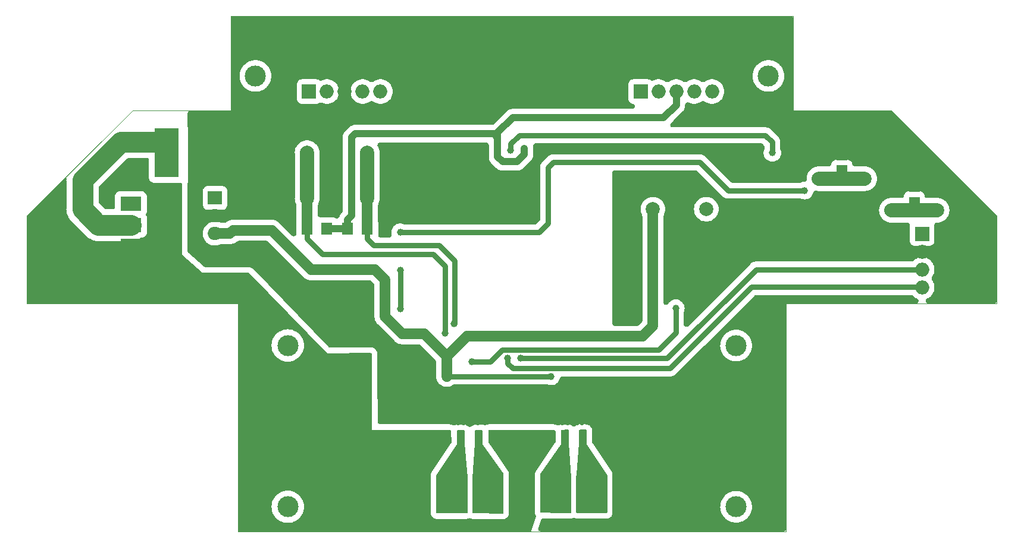
<source format=gbr>
%TF.GenerationSoftware,KiCad,Pcbnew,(7.0.0)*%
%TF.CreationDate,2023-10-30T21:57:29-03:00*%
%TF.ProjectId,Main_Board_COYOTE_TB67H451AFNG,4d61696e-5f42-46f6-9172-645f434f594f,rev?*%
%TF.SameCoordinates,Original*%
%TF.FileFunction,Copper,L2,Bot*%
%TF.FilePolarity,Positive*%
%FSLAX46Y46*%
G04 Gerber Fmt 4.6, Leading zero omitted, Abs format (unit mm)*
G04 Created by KiCad (PCBNEW (7.0.0)) date 2023-10-30 21:57:29*
%MOMM*%
%LPD*%
G01*
G04 APERTURE LIST*
%TA.AperFunction,ComponentPad*%
%ADD10R,3.000000X2.000000*%
%TD*%
%TA.AperFunction,ComponentPad*%
%ADD11C,0.700000*%
%TD*%
%TA.AperFunction,ComponentPad*%
%ADD12R,3.500000X6.160000*%
%TD*%
%TA.AperFunction,ComponentPad*%
%ADD13R,3.500000X6.180000*%
%TD*%
%TA.AperFunction,ComponentPad*%
%ADD14C,3.000000*%
%TD*%
%TA.AperFunction,ComponentPad*%
%ADD15C,2.000000*%
%TD*%
%TA.AperFunction,ComponentPad*%
%ADD16R,2.000000X2.000000*%
%TD*%
%TA.AperFunction,ComponentPad*%
%ADD17O,2.000000X2.000000*%
%TD*%
%TA.AperFunction,ComponentPad*%
%ADD18R,1.600000X1.600000*%
%TD*%
%TA.AperFunction,ComponentPad*%
%ADD19C,1.600000*%
%TD*%
%TA.AperFunction,ComponentPad*%
%ADD20R,3.500000X7.000000*%
%TD*%
%TA.AperFunction,ComponentPad*%
%ADD21R,2.000000X1.905000*%
%TD*%
%TA.AperFunction,ComponentPad*%
%ADD22O,2.000000X1.905000*%
%TD*%
%TA.AperFunction,SMDPad,CuDef*%
%ADD23R,1.498600X1.300480*%
%TD*%
%TA.AperFunction,SMDPad,CuDef*%
%ADD24R,1.600200X1.803400*%
%TD*%
%TA.AperFunction,ViaPad*%
%ADD25C,1.000000*%
%TD*%
%TA.AperFunction,ViaPad*%
%ADD26C,1.500000*%
%TD*%
%TA.AperFunction,Conductor*%
%ADD27C,3.000000*%
%TD*%
%TA.AperFunction,Conductor*%
%ADD28C,2.000000*%
%TD*%
%TA.AperFunction,Conductor*%
%ADD29C,0.750000*%
%TD*%
%TA.AperFunction,Conductor*%
%ADD30C,1.000000*%
%TD*%
%TA.AperFunction,Conductor*%
%ADD31C,1.500000*%
%TD*%
%TA.AperFunction,Profile*%
%ADD32C,0.100000*%
%TD*%
G04 APERTURE END LIST*
D10*
%TO.P,SW1,3*%
%TO.N,N/C*%
X94042499Y-98238999D03*
%TO.P,SW1,2,B*%
%TO.N,VCC*%
X94042499Y-104238999D03*
%TO.P,SW1,1,A*%
%TO.N,/VIN*%
X94042499Y-101238999D03*
%TD*%
D11*
%TO.P,J6,1*%
%TO.N,Net-(U5-OUT1)*%
X138940000Y-136710000D03*
X138940000Y-137330000D03*
X138940000Y-137930000D03*
X138940000Y-138550000D03*
X139540000Y-136710000D03*
X139540000Y-137330000D03*
X139540000Y-137930000D03*
X139540000Y-138550000D03*
D12*
X139799999Y-139209999D03*
D11*
X140140000Y-136690000D03*
X140140000Y-137310000D03*
X140140000Y-137910000D03*
X140140000Y-138530000D03*
X140740000Y-136710000D03*
X140740000Y-137330000D03*
X140740000Y-137930000D03*
X140740000Y-138550000D03*
%TO.P,J6,2*%
%TO.N,Net-(U5-OUT2)*%
X144040000Y-136710000D03*
X144040000Y-137330000D03*
X144040000Y-137930000D03*
X144040000Y-138550000D03*
X144640000Y-136710000D03*
X144640000Y-137330000D03*
X144640000Y-137930000D03*
X144640000Y-138550000D03*
D13*
X144879999Y-139199999D03*
D11*
X145240000Y-136710000D03*
X145240000Y-137330000D03*
X145240000Y-137930000D03*
X145240000Y-138550000D03*
X145840000Y-136710000D03*
X145840000Y-137330000D03*
X145840000Y-137930000D03*
X145840000Y-138550000D03*
%TD*%
D14*
%TO.P,H1,1*%
%TO.N,N/C*%
X116382500Y-118410000D03*
%TD*%
D15*
%TO.P,EN1,1,1*%
%TO.N,GND*%
X191972500Y-90131000D03*
X198472500Y-90131000D03*
%TO.P,EN1,2,2*%
%TO.N,/EN*%
X191972500Y-94631000D03*
X198472500Y-94631000D03*
%TD*%
D16*
%TO.P,J3,1,Pin_1*%
%TO.N,/OUT_4*%
X166586249Y-82204999D03*
D17*
%TO.P,J3,2,Pin_2*%
%TO.N,/OUT_3*%
X169126249Y-82204999D03*
%TO.P,J3,3,Pin_3*%
%TO.N,+3V3*%
X171666249Y-82204999D03*
%TO.P,J3,4,Pin_4*%
%TO.N,/OUT_2*%
X174206249Y-82204999D03*
%TO.P,J3,5,Pin_5*%
%TO.N,/OUT_1*%
X176746249Y-82204999D03*
%TD*%
D15*
%TO.P,BOOT1,1,1*%
%TO.N,GND*%
X202281250Y-94631000D03*
X208781250Y-94631000D03*
%TO.P,BOOT1,2,2*%
%TO.N,/BOOT*%
X202281250Y-99131000D03*
X208781250Y-99131000D03*
%TD*%
%TO.P,SW2,1,1*%
%TO.N,GND*%
X114642500Y-97430000D03*
X114642500Y-90930000D03*
%TO.P,SW2,2,2*%
%TO.N,/PUSH_1*%
X119142500Y-97430000D03*
X119142500Y-90930000D03*
%TD*%
D18*
%TO.P,C11,1*%
%TO.N,VCC*%
X127504887Y-120329999D03*
D19*
%TO.P,C11,2*%
%TO.N,GND*%
X130004888Y-120330000D03*
%TD*%
D16*
%TO.P,J4,1,Pin_1*%
%TO.N,/OUT_8*%
X119421249Y-82204999D03*
D17*
%TO.P,J4,2,Pin_2*%
%TO.N,/OUT_7*%
X121961249Y-82204999D03*
%TO.P,J4,3,Pin_3*%
%TO.N,GND*%
X124501249Y-82204999D03*
%TO.P,J4,4,Pin_4*%
%TO.N,/OUT_6*%
X127041249Y-82204999D03*
%TO.P,J4,5,Pin_5*%
%TO.N,/OUT_5*%
X129581249Y-82204999D03*
%TD*%
D14*
%TO.P,H2,1*%
%TO.N,N/C*%
X180178850Y-118410000D03*
%TD*%
D11*
%TO.P,J2,2*%
%TO.N,/VIN*%
X98220000Y-91200000D03*
X98220000Y-91820000D03*
X98220000Y-92420000D03*
X98220000Y-93040000D03*
X98820000Y-91200000D03*
X98820000Y-91820000D03*
X98820000Y-92420000D03*
X98820000Y-93040000D03*
D20*
X99179999Y-90959999D03*
D11*
X99420000Y-91200000D03*
X99420000Y-91820000D03*
X99420000Y-92420000D03*
X99420000Y-93040000D03*
X100020000Y-91200000D03*
X100020000Y-91820000D03*
X100020000Y-92420000D03*
X100020000Y-93040000D03*
%TO.P,J2,1*%
%TO.N,GND*%
X103320000Y-91200000D03*
X103320000Y-91820000D03*
X103320000Y-92420000D03*
X103320000Y-93040000D03*
X103920000Y-91220000D03*
X103920000Y-91840000D03*
X103920000Y-92440000D03*
X103920000Y-93060000D03*
D20*
X104259999Y-90959999D03*
D11*
X104520000Y-91200000D03*
X104520000Y-91820000D03*
X104520000Y-92420000D03*
X104520000Y-93040000D03*
X105120000Y-91200000D03*
X105120000Y-91820000D03*
X105120000Y-92420000D03*
X105120000Y-93040000D03*
%TD*%
D14*
%TO.P,H5,1*%
%TO.N,N/C*%
X184781250Y-79980000D03*
%TD*%
D11*
%TO.P,U4,1,GND*%
%TO.N,GND*%
X158275000Y-129440000D03*
X158275000Y-128740000D03*
X158275000Y-128040000D03*
X158275000Y-127340000D03*
X157575000Y-129440000D03*
X157575000Y-128740000D03*
X157575000Y-128040000D03*
X157575000Y-127340000D03*
X156875000Y-129440000D03*
X156875000Y-128740000D03*
X156875000Y-128040000D03*
X156875000Y-127340000D03*
X156175000Y-129440000D03*
X156175000Y-128740000D03*
X156175000Y-128040000D03*
X156175000Y-127340000D03*
X155475000Y-129440000D03*
X155475000Y-128740000D03*
X155475000Y-128040000D03*
X155475000Y-127340000D03*
X154775000Y-129440000D03*
X154775000Y-128740000D03*
X154775000Y-128040000D03*
X154775000Y-127340000D03*
%TD*%
%TO.P,J5,1*%
%TO.N,Net-(U4-OUT1)*%
X153683321Y-136710000D03*
X153683321Y-137330000D03*
X153683321Y-137930000D03*
X153683321Y-138550000D03*
X154283321Y-136710000D03*
X154283321Y-137330000D03*
X154283321Y-137930000D03*
X154283321Y-138550000D03*
D12*
X154543320Y-139209999D03*
D11*
X154883321Y-136690000D03*
X154883321Y-137310000D03*
X154883321Y-137910000D03*
X154883321Y-138530000D03*
X155483321Y-136710000D03*
X155483321Y-137330000D03*
X155483321Y-137930000D03*
X155483321Y-138550000D03*
%TO.P,J5,2*%
%TO.N,Net-(U4-OUT2)*%
X158783321Y-136710000D03*
X158783321Y-137330000D03*
X158783321Y-137930000D03*
X158783321Y-138550000D03*
X159383321Y-136710000D03*
X159383321Y-137330000D03*
X159383321Y-137930000D03*
X159383321Y-138550000D03*
D12*
X159623320Y-139209999D03*
D11*
X159983321Y-136710000D03*
X159983321Y-137330000D03*
X159983321Y-137930000D03*
X159983321Y-138550000D03*
X160583321Y-136710000D03*
X160583321Y-137330000D03*
X160583321Y-137930000D03*
X160583321Y-138550000D03*
%TD*%
D14*
%TO.P,H4,1*%
%TO.N,N/C*%
X116382500Y-141400000D03*
%TD*%
%TO.P,H3,1*%
%TO.N,N/C*%
X180178850Y-141400000D03*
%TD*%
D15*
%TO.P,BZ1,1,-*%
%TO.N,+5V*%
X168342500Y-98980000D03*
%TO.P,BZ1,2,+*%
%TO.N,Net-(BZ1-+)*%
X175942500Y-98980000D03*
%TD*%
D18*
%TO.P,C12,1*%
%TO.N,VCC*%
X151169999Y-131269999D03*
D19*
%TO.P,C12,2*%
%TO.N,GND*%
X151170000Y-128770000D03*
%TD*%
D16*
%TO.P,J1,1,Pin_1*%
%TO.N,+3V3*%
X206649999Y-102479999D03*
D17*
%TO.P,J1,2,Pin_2*%
%TO.N,GND*%
X206649999Y-105019999D03*
%TO.P,J1,3,Pin_3*%
%TO.N,/Rx*%
X206649999Y-107559999D03*
%TO.P,J1,4,Pin_4*%
%TO.N,/Tx*%
X206649999Y-110099999D03*
%TD*%
D21*
%TO.P,U2,1,VI*%
%TO.N,VCC*%
X106042499Y-97369999D03*
D22*
%TO.P,U2,2,GND*%
%TO.N,GND*%
X106042499Y-99909999D03*
%TO.P,U2,3,VO*%
%TO.N,+5V*%
X106042499Y-102449999D03*
%TD*%
D11*
%TO.P,U5,1,GND*%
%TO.N,GND*%
X143455000Y-129440000D03*
X143455000Y-128740000D03*
X143455000Y-128040000D03*
X143455000Y-127340000D03*
X142755000Y-129440000D03*
X142755000Y-128740000D03*
X142755000Y-128040000D03*
X142755000Y-127340000D03*
X142055000Y-129440000D03*
X142055000Y-128740000D03*
X142055000Y-128040000D03*
X142055000Y-127340000D03*
X141355000Y-129440000D03*
X141355000Y-128740000D03*
X141355000Y-128040000D03*
X141355000Y-127340000D03*
X140655000Y-129440000D03*
X140655000Y-128740000D03*
X140655000Y-128040000D03*
X140655000Y-127340000D03*
X139955000Y-129440000D03*
X139955000Y-128740000D03*
X139955000Y-128040000D03*
X139955000Y-127340000D03*
%TD*%
D18*
%TO.P,C1,1*%
%TO.N,VCC*%
X109359999Y-108849999D03*
D19*
%TO.P,C1,2*%
%TO.N,GND*%
X114360000Y-108850000D03*
%TD*%
D15*
%TO.P,SW3,1,1*%
%TO.N,GND*%
X123192500Y-97430000D03*
X123192500Y-90930000D03*
%TO.P,SW3,2,2*%
%TO.N,/PUSH_2*%
X127692500Y-97430000D03*
X127692500Y-90930000D03*
%TD*%
D14*
%TO.P,H6,1*%
%TO.N,N/C*%
X111781250Y-79980000D03*
%TD*%
D23*
%TO.P,C7,1*%
%TO.N,GND*%
X195222499Y-91422749D03*
%TO.P,C7,2*%
%TO.N,/EN*%
X195222499Y-93327749D03*
%TD*%
%TO.P,C4,1*%
%TO.N,GND*%
X205531249Y-95922749D03*
%TO.P,C4,2*%
%TO.N,/BOOT*%
X205531249Y-97827749D03*
%TD*%
D24*
%TO.P,R8,1*%
%TO.N,+3V3*%
X124898499Y-101779999D03*
%TO.P,R8,2*%
%TO.N,/PUSH_2*%
X127692499Y-101779999D03*
%TD*%
%TO.P,R7,1*%
%TO.N,+3V3*%
X121936499Y-101779999D03*
%TO.P,R7,2*%
%TO.N,/PUSH_1*%
X119142499Y-101779999D03*
%TD*%
D25*
%TO.N,/Rx*%
X149540000Y-120234500D03*
%TO.N,/Tx*%
X147693750Y-120250000D03*
%TO.N,+3V3*%
X150070000Y-90340000D03*
%TO.N,/EN*%
X148090000Y-90570000D03*
X185340000Y-90940000D03*
D26*
%TO.N,+5V*%
X111940000Y-101990000D03*
D25*
X139000002Y-122800000D03*
X153880000Y-122805000D03*
%TO.N,/PUSH_1*%
X138803750Y-116650000D03*
%TO.N,/PUSH_2*%
X140073750Y-115290000D03*
%TO.N,/BUZZER*%
X171603000Y-113100000D03*
X142590000Y-120720000D03*
%TO.N,/BOOT*%
X132390000Y-107640000D03*
X132390000Y-113205000D03*
X189920000Y-96320000D03*
X132390000Y-102270000D03*
%TD*%
D27*
%TO.N,/VIN*%
X87180000Y-98990000D02*
X87180000Y-94834678D01*
X94042500Y-101239000D02*
X89429000Y-101239000D01*
X92594678Y-89420000D02*
X99180000Y-89420000D01*
X89429000Y-101239000D02*
X87180000Y-98990000D01*
X87180000Y-94834678D02*
X92594678Y-89420000D01*
D28*
%TO.N,GND*%
X198472500Y-90131000D02*
X191972500Y-90131000D01*
X208781250Y-94631000D02*
X202281250Y-94631000D01*
D29*
%TO.N,/Rx*%
X183010000Y-107570000D02*
X206640000Y-107570000D01*
X206640000Y-107570000D02*
X206650000Y-107560000D01*
X149540000Y-120234500D02*
X170345500Y-120234500D01*
X170345500Y-120234500D02*
X183010000Y-107570000D01*
%TO.N,/Tx*%
X182400000Y-110090000D02*
X170800000Y-121690000D01*
X206650000Y-110100000D02*
X206640000Y-110090000D01*
X206640000Y-110090000D02*
X182400000Y-110090000D01*
X170800000Y-121690000D02*
X148450000Y-121690000D01*
X147693750Y-120933750D02*
X147693750Y-120250000D01*
X148450000Y-121690000D02*
X147693750Y-120933750D01*
D30*
%TO.N,+3V3*%
X145687500Y-88210000D02*
X125980000Y-88210000D01*
X124898500Y-100454000D02*
X124898500Y-101780000D01*
X146950000Y-92230000D02*
X146242500Y-91522500D01*
X125442500Y-88747500D02*
X125442500Y-99910000D01*
X148380000Y-85940000D02*
X169880000Y-85940000D01*
X171666250Y-84153750D02*
X171666250Y-82205000D01*
X150070000Y-90340000D02*
X150070000Y-91170000D01*
X146242500Y-91522500D02*
X146242500Y-88765000D01*
X146242500Y-88765000D02*
X145687500Y-88210000D01*
X169880000Y-85940000D02*
X171666250Y-84153750D01*
X149010000Y-92230000D02*
X146950000Y-92230000D01*
X146242500Y-88765000D02*
X146242500Y-88077500D01*
X150070000Y-91170000D02*
X149010000Y-92230000D01*
X121936500Y-101780000D02*
X124898500Y-101780000D01*
X125980000Y-88210000D02*
X125442500Y-88747500D01*
X125442500Y-99910000D02*
X124898500Y-100454000D01*
X146242500Y-88077500D02*
X148380000Y-85940000D01*
D29*
%TO.N,/EN*%
X148090000Y-90570000D02*
X148090000Y-89680000D01*
D28*
X198472500Y-94631000D02*
X191972500Y-94631000D01*
D29*
X149335000Y-88435000D02*
X184347500Y-88435000D01*
X185340000Y-89427500D02*
X185340000Y-90940000D01*
X148090000Y-89680000D02*
X149335000Y-88435000D01*
X184347500Y-88435000D02*
X185340000Y-89427500D01*
D31*
%TO.N,+5V*%
X130230000Y-109070000D02*
X130230000Y-114280000D01*
X135770000Y-116730000D02*
X139000002Y-119960002D01*
X168342500Y-115657500D02*
X168342500Y-98980000D01*
X132680000Y-116730000D02*
X135770000Y-116730000D01*
X108600000Y-101990000D02*
X111940000Y-101990000D01*
X111940000Y-101990000D02*
X114100000Y-101990000D01*
X139000002Y-122800000D02*
X139000002Y-119979998D01*
X119710000Y-107600000D02*
X128760000Y-107600000D01*
X139000002Y-119979998D02*
X141880000Y-117100000D01*
X141880000Y-117100000D02*
X166900000Y-117100000D01*
X166900000Y-117100000D02*
X168342500Y-115657500D01*
X130230000Y-114280000D02*
X132680000Y-116730000D01*
X108140000Y-102450000D02*
X108600000Y-101990000D01*
D29*
X153880000Y-122805000D02*
X139005002Y-122805000D01*
D31*
X106042500Y-102450000D02*
X108140000Y-102450000D01*
D29*
X139005002Y-122805000D02*
X139000002Y-122800000D01*
D31*
X139000002Y-119960002D02*
X139000002Y-119979998D01*
X128760000Y-107600000D02*
X130230000Y-109070000D01*
X114100000Y-101990000D02*
X119710000Y-107600000D01*
D29*
%TO.N,/PUSH_1*%
X119142500Y-103222500D02*
X121320000Y-105400000D01*
D31*
X119142500Y-101780000D02*
X119142500Y-97430000D01*
D29*
X119142500Y-101780000D02*
X119142500Y-103222500D01*
X138770000Y-107130000D02*
X138770000Y-116650000D01*
X137040000Y-105400000D02*
X138770000Y-107130000D01*
D28*
X119142500Y-90930000D02*
X119142500Y-97430000D01*
D29*
X121320000Y-105400000D02*
X137040000Y-105400000D01*
%TO.N,/PUSH_2*%
X140100000Y-115263750D02*
X140073750Y-115290000D01*
X127692500Y-101780000D02*
X127692500Y-103222500D01*
D31*
X127692500Y-101780000D02*
X127692500Y-97430000D01*
D28*
X127692500Y-90930000D02*
X127692500Y-97430000D01*
D29*
X127692500Y-103222500D02*
X128610000Y-104140000D01*
X137910000Y-104140000D02*
X140100000Y-106330000D01*
X140100000Y-106330000D02*
X140100000Y-115263750D01*
X128610000Y-104140000D02*
X137910000Y-104140000D01*
%TO.N,/BUZZER*%
X169160000Y-119040000D02*
X171603000Y-116597000D01*
X171603000Y-116597000D02*
X171603000Y-113100000D01*
X142590000Y-120720000D02*
X145240000Y-120720000D01*
X146920000Y-119040000D02*
X169160000Y-119040000D01*
X145240000Y-120720000D02*
X146920000Y-119040000D01*
%TO.N,/BOOT*%
X132390000Y-113205000D02*
X132390000Y-107640000D01*
X175012500Y-92300000D02*
X154140000Y-92300000D01*
X152170000Y-102270000D02*
X132390000Y-102270000D01*
X179032500Y-96320000D02*
X175012500Y-92300000D01*
X153420000Y-93020000D02*
X153420000Y-101020000D01*
X153420000Y-101020000D02*
X152170000Y-102270000D01*
D28*
X208781250Y-99131000D02*
X202281250Y-99131000D01*
D29*
X189920000Y-96320000D02*
X179032500Y-96320000D01*
X154140000Y-92300000D02*
X153420000Y-93020000D01*
%TD*%
%TA.AperFunction,Conductor*%
%TO.N,Net-(U5-OUT1)*%
G36*
X141507779Y-130457337D02*
G01*
X141553651Y-130502487D01*
X141570710Y-130564549D01*
X141581237Y-132409024D01*
X141581250Y-132411250D01*
X141581422Y-132413460D01*
X141581423Y-132413464D01*
X141960873Y-137266428D01*
X141961250Y-137276094D01*
X141961250Y-142188362D01*
X141944823Y-142250039D01*
X141899894Y-142295375D01*
X141838367Y-142312357D01*
X137646338Y-142350123D01*
X137583875Y-142333890D01*
X137538030Y-142288466D01*
X137521221Y-142226156D01*
X137520008Y-136907947D01*
X137525429Y-136871661D01*
X137541234Y-136838545D01*
X140464801Y-132507702D01*
X140464801Y-132507700D01*
X140470000Y-132500000D01*
X140461776Y-130574521D01*
X140478004Y-130512663D01*
X140522898Y-130467117D01*
X140584516Y-130449999D01*
X141445456Y-130441263D01*
X141507779Y-130457337D01*
G37*
%TD.AperFunction*%
%TD*%
%TA.AperFunction,Conductor*%
%TO.N,VCC*%
G36*
X96567500Y-91737113D02*
G01*
X96612887Y-91782500D01*
X96629500Y-91844500D01*
X96629500Y-94504954D01*
X96629889Y-94508412D01*
X96629890Y-94508418D01*
X96643852Y-94632333D01*
X96644632Y-94639255D01*
X96646931Y-94645825D01*
X96686665Y-94759380D01*
X96704211Y-94809522D01*
X96800184Y-94962262D01*
X96927738Y-95089816D01*
X97080478Y-95185789D01*
X97250745Y-95245368D01*
X97385046Y-95260500D01*
X100971469Y-95260500D01*
X100974954Y-95260500D01*
X101061222Y-95250779D01*
X101075105Y-95250000D01*
X101218500Y-95250000D01*
X101280500Y-95266613D01*
X101325887Y-95312000D01*
X101342500Y-95374000D01*
X101342500Y-105480000D01*
X104232500Y-108020000D01*
X110820339Y-108049764D01*
X110868375Y-108059683D01*
X110908808Y-108087452D01*
X121982500Y-119510000D01*
X128218143Y-119480586D01*
X128280323Y-119496966D01*
X128325940Y-119542286D01*
X128342726Y-119604359D01*
X128362470Y-130423695D01*
X128362500Y-130440000D01*
X139349306Y-130440000D01*
X139414583Y-130458573D01*
X139435104Y-130471279D01*
X139435109Y-130471281D01*
X139439981Y-130474298D01*
X139445322Y-130476367D01*
X139577354Y-130527516D01*
X139618754Y-130553999D01*
X139646614Y-130594485D01*
X139656559Y-130642613D01*
X139663282Y-132216901D01*
X139657935Y-132253454D01*
X139642058Y-132286810D01*
X136874896Y-136385962D01*
X136874880Y-136385986D01*
X136873614Y-136387863D01*
X136872486Y-136389834D01*
X136872473Y-136389856D01*
X136815417Y-136489612D01*
X136815401Y-136489642D01*
X136814282Y-136491599D01*
X136813299Y-136493657D01*
X136813293Y-136493670D01*
X136799466Y-136522641D01*
X136799457Y-136522659D01*
X136798477Y-136524715D01*
X136797657Y-136526821D01*
X136797646Y-136526848D01*
X136756816Y-136631793D01*
X136756811Y-136631807D01*
X136755147Y-136636086D01*
X136754131Y-136640572D01*
X136754130Y-136640578D01*
X136729274Y-136750411D01*
X136729268Y-136750439D01*
X136728770Y-136752643D01*
X136728435Y-136754881D01*
X136728431Y-136754906D01*
X136723688Y-136786655D01*
X136723685Y-136786674D01*
X136723349Y-136788929D01*
X136723179Y-136791209D01*
X136723178Y-136791226D01*
X136714677Y-136905839D01*
X136714676Y-136905865D01*
X136714508Y-136908131D01*
X136714508Y-136910408D01*
X136714508Y-136910423D01*
X136715720Y-142224304D01*
X136715720Y-142224320D01*
X136715721Y-142226340D01*
X136715853Y-142228336D01*
X136715854Y-142228366D01*
X136722053Y-142322079D01*
X136722713Y-142332062D01*
X136723512Y-142336054D01*
X136723513Y-142336057D01*
X136732911Y-142382979D01*
X136743522Y-142435951D01*
X136744054Y-142437923D01*
X136759619Y-142495625D01*
X136759624Y-142495643D01*
X136760331Y-142498261D01*
X136808909Y-142630830D01*
X136879889Y-142752880D01*
X136971089Y-142860662D01*
X136973014Y-142862569D01*
X137001530Y-142890824D01*
X137016934Y-142906086D01*
X137125554Y-142996289D01*
X137248256Y-143066140D01*
X137353815Y-143103719D01*
X137371657Y-143110071D01*
X137381270Y-143113493D01*
X137383919Y-143114181D01*
X137383921Y-143114182D01*
X137412230Y-143121538D01*
X137443733Y-143129726D01*
X137547811Y-143149575D01*
X137653594Y-143155590D01*
X141845623Y-143117824D01*
X141950096Y-143110071D01*
X142052679Y-143088824D01*
X142114206Y-143071842D01*
X142244751Y-143023288D01*
X142298818Y-143015986D01*
X142350785Y-143032594D01*
X142368130Y-143042784D01*
X142498694Y-143091613D01*
X142560097Y-143108689D01*
X142562052Y-143109098D01*
X142562056Y-143109099D01*
X142586349Y-143114182D01*
X142662483Y-143130112D01*
X142766782Y-143138087D01*
X146928709Y-143185275D01*
X147034711Y-143179481D01*
X147139031Y-143159797D01*
X147201645Y-143143646D01*
X147335003Y-143096416D01*
X147458041Y-143026583D01*
X147566963Y-142936301D01*
X147612931Y-142890824D01*
X147704374Y-142782883D01*
X147775522Y-142660609D01*
X147824182Y-142527774D01*
X147841006Y-142465338D01*
X147861812Y-142361232D01*
X147868747Y-142255294D01*
X147865522Y-136718579D01*
X147856099Y-136596201D01*
X147850352Y-136558959D01*
X147822440Y-136439418D01*
X147776688Y-136325505D01*
X147760020Y-136291710D01*
X147697498Y-136186087D01*
X146136040Y-133955433D01*
X144947915Y-132258110D01*
X144931236Y-132224280D01*
X144925500Y-132187001D01*
X144925500Y-130576030D01*
X144925500Y-130574000D01*
X144925367Y-130571981D01*
X144925301Y-130569940D01*
X144925838Y-130569922D01*
X144939119Y-130506748D01*
X144984781Y-130457992D01*
X145049111Y-130440000D01*
X154169306Y-130440000D01*
X154234583Y-130458573D01*
X154255104Y-130471279D01*
X154255109Y-130471281D01*
X154259981Y-130474298D01*
X154265318Y-130476365D01*
X154265325Y-130476369D01*
X154404114Y-130530135D01*
X154445641Y-130556741D01*
X154473513Y-130597428D01*
X154483321Y-130645762D01*
X154483321Y-132161772D01*
X154477802Y-132198353D01*
X154461738Y-132231677D01*
X151690082Y-136292375D01*
X151690070Y-136292393D01*
X151688765Y-136294306D01*
X151687599Y-136296321D01*
X151687594Y-136296331D01*
X151629666Y-136396545D01*
X151629652Y-136396570D01*
X151628506Y-136398554D01*
X151612453Y-136431846D01*
X151611609Y-136433991D01*
X151611606Y-136434000D01*
X151576767Y-136522641D01*
X151568411Y-136543901D01*
X151567375Y-136548426D01*
X151567375Y-136548429D01*
X151542077Y-136659017D01*
X151542072Y-136659040D01*
X151541563Y-136661268D01*
X151541221Y-136663529D01*
X151541216Y-136663556D01*
X151536381Y-136695535D01*
X151536036Y-136697819D01*
X151535863Y-136700104D01*
X151535862Y-136700119D01*
X151527155Y-136815575D01*
X151527153Y-136815602D01*
X151526982Y-136817883D01*
X151526980Y-136820171D01*
X151526980Y-136820197D01*
X151524556Y-142115229D01*
X151524556Y-142115257D01*
X151524556Y-142117246D01*
X151531285Y-142221516D01*
X151532060Y-142225459D01*
X151532061Y-142225461D01*
X151551069Y-142322079D01*
X151551072Y-142322096D01*
X151551455Y-142324038D01*
X151551966Y-142325966D01*
X151551968Y-142325974D01*
X151562379Y-142365245D01*
X151567770Y-142385576D01*
X151568676Y-142388094D01*
X151568680Y-142388104D01*
X151613128Y-142511519D01*
X151613131Y-142511525D01*
X151614950Y-142516576D01*
X151617614Y-142521242D01*
X151635584Y-142552718D01*
X151683985Y-142637493D01*
X151687407Y-142641624D01*
X151687408Y-142641625D01*
X151711218Y-142670366D01*
X151737647Y-142726848D01*
X151733242Y-142789051D01*
X151049177Y-144820079D01*
X151023218Y-144864128D01*
X150981693Y-144893959D01*
X150931663Y-144904500D01*
X109405750Y-144904500D01*
X109343750Y-144887887D01*
X109298363Y-144842500D01*
X109281750Y-144780500D01*
X109281750Y-141400000D01*
X114077064Y-141400000D01*
X114096787Y-141700920D01*
X114097577Y-141704891D01*
X114097578Y-141704899D01*
X114154827Y-141992707D01*
X114154829Y-141992714D01*
X114155620Y-141996691D01*
X114252555Y-142282252D01*
X114254350Y-142285893D01*
X114254351Y-142285894D01*
X114374899Y-142530343D01*
X114385934Y-142552718D01*
X114388185Y-142556087D01*
X114388188Y-142556092D01*
X114544511Y-142790046D01*
X114553475Y-142803461D01*
X114752311Y-143030189D01*
X114979039Y-143229025D01*
X115229782Y-143396566D01*
X115500248Y-143529945D01*
X115785809Y-143626880D01*
X116081580Y-143685713D01*
X116382500Y-143705436D01*
X116683420Y-143685713D01*
X116979191Y-143626880D01*
X117264752Y-143529945D01*
X117535218Y-143396566D01*
X117785961Y-143229025D01*
X118012689Y-143030189D01*
X118211525Y-142803461D01*
X118379066Y-142552718D01*
X118512445Y-142282252D01*
X118609380Y-141996691D01*
X118668213Y-141700920D01*
X118687936Y-141400000D01*
X118668213Y-141099080D01*
X118609380Y-140803309D01*
X118512445Y-140517748D01*
X118379066Y-140247282D01*
X118211525Y-139996539D01*
X118012689Y-139769811D01*
X117785961Y-139570975D01*
X117782579Y-139568715D01*
X117538592Y-139405688D01*
X117538587Y-139405685D01*
X117535218Y-139403434D01*
X117531582Y-139401641D01*
X117531577Y-139401638D01*
X117268394Y-139271851D01*
X117268393Y-139271850D01*
X117264752Y-139270055D01*
X116979191Y-139173120D01*
X116975214Y-139172329D01*
X116975207Y-139172327D01*
X116687399Y-139115078D01*
X116687391Y-139115077D01*
X116683420Y-139114287D01*
X116382500Y-139094564D01*
X116378457Y-139094829D01*
X116085622Y-139114022D01*
X116085620Y-139114022D01*
X116081580Y-139114287D01*
X116077610Y-139115076D01*
X116077600Y-139115078D01*
X115789792Y-139172327D01*
X115789781Y-139172329D01*
X115785809Y-139173120D01*
X115781966Y-139174424D01*
X115781964Y-139174425D01*
X115504094Y-139268749D01*
X115504087Y-139268751D01*
X115500248Y-139270055D01*
X115496611Y-139271848D01*
X115496605Y-139271851D01*
X115233422Y-139401638D01*
X115233410Y-139401644D01*
X115229782Y-139403434D01*
X115226419Y-139405681D01*
X115226407Y-139405688D01*
X114982420Y-139568715D01*
X114982411Y-139568721D01*
X114979039Y-139570975D01*
X114975988Y-139573650D01*
X114975981Y-139573656D01*
X114755359Y-139767137D01*
X114755351Y-139767144D01*
X114752311Y-139769811D01*
X114749644Y-139772851D01*
X114749637Y-139772859D01*
X114556156Y-139993481D01*
X114556150Y-139993488D01*
X114553475Y-139996539D01*
X114551221Y-139999911D01*
X114551215Y-139999920D01*
X114388188Y-140243907D01*
X114388181Y-140243919D01*
X114385934Y-140247282D01*
X114384144Y-140250910D01*
X114384138Y-140250922D01*
X114254351Y-140514105D01*
X114254348Y-140514111D01*
X114252555Y-140517748D01*
X114155620Y-140803309D01*
X114154829Y-140807281D01*
X114154827Y-140807292D01*
X114097578Y-141095100D01*
X114097576Y-141095110D01*
X114096787Y-141099080D01*
X114077064Y-141400000D01*
X109281750Y-141400000D01*
X109281750Y-118410000D01*
X114077064Y-118410000D01*
X114096787Y-118710920D01*
X114097577Y-118714891D01*
X114097578Y-118714899D01*
X114154827Y-119002707D01*
X114154829Y-119002714D01*
X114155620Y-119006691D01*
X114252555Y-119292252D01*
X114254350Y-119295893D01*
X114254351Y-119295894D01*
X114376949Y-119544500D01*
X114385934Y-119562718D01*
X114388185Y-119566087D01*
X114388188Y-119566092D01*
X114483202Y-119708290D01*
X114553475Y-119813461D01*
X114752311Y-120040189D01*
X114979039Y-120239025D01*
X115229782Y-120406566D01*
X115500248Y-120539945D01*
X115785809Y-120636880D01*
X116081580Y-120695713D01*
X116382500Y-120715436D01*
X116683420Y-120695713D01*
X116979191Y-120636880D01*
X117264752Y-120539945D01*
X117535218Y-120406566D01*
X117785961Y-120239025D01*
X118012689Y-120040189D01*
X118211525Y-119813461D01*
X118379066Y-119562718D01*
X118512445Y-119292252D01*
X118609380Y-119006691D01*
X118668213Y-118710920D01*
X118687936Y-118410000D01*
X118668213Y-118109080D01*
X118609380Y-117813309D01*
X118512445Y-117527748D01*
X118379066Y-117257282D01*
X118211525Y-117006539D01*
X118012689Y-116779811D01*
X117785961Y-116580975D01*
X117737203Y-116548396D01*
X117538592Y-116415688D01*
X117538587Y-116415685D01*
X117535218Y-116413434D01*
X117531582Y-116411641D01*
X117531577Y-116411638D01*
X117268394Y-116281851D01*
X117268393Y-116281850D01*
X117264752Y-116280055D01*
X116979191Y-116183120D01*
X116975214Y-116182329D01*
X116975207Y-116182327D01*
X116687399Y-116125078D01*
X116687391Y-116125077D01*
X116683420Y-116124287D01*
X116382500Y-116104564D01*
X116378457Y-116104829D01*
X116085622Y-116124022D01*
X116085620Y-116124022D01*
X116081580Y-116124287D01*
X116077610Y-116125076D01*
X116077600Y-116125078D01*
X115789792Y-116182327D01*
X115789781Y-116182329D01*
X115785809Y-116183120D01*
X115781966Y-116184424D01*
X115781964Y-116184425D01*
X115504094Y-116278749D01*
X115504087Y-116278751D01*
X115500248Y-116280055D01*
X115496611Y-116281848D01*
X115496605Y-116281851D01*
X115233422Y-116411638D01*
X115233410Y-116411644D01*
X115229782Y-116413434D01*
X115226419Y-116415681D01*
X115226407Y-116415688D01*
X114982420Y-116578715D01*
X114982411Y-116578721D01*
X114979039Y-116580975D01*
X114975988Y-116583650D01*
X114975981Y-116583656D01*
X114755359Y-116777137D01*
X114755351Y-116777144D01*
X114752311Y-116779811D01*
X114749644Y-116782851D01*
X114749637Y-116782859D01*
X114556156Y-117003481D01*
X114556150Y-117003488D01*
X114553475Y-117006539D01*
X114551221Y-117009911D01*
X114551215Y-117009920D01*
X114388188Y-117253907D01*
X114388181Y-117253919D01*
X114385934Y-117257282D01*
X114384144Y-117260910D01*
X114384138Y-117260922D01*
X114254351Y-117524105D01*
X114254348Y-117524111D01*
X114252555Y-117527748D01*
X114251251Y-117531587D01*
X114251249Y-117531594D01*
X114156925Y-117809464D01*
X114155620Y-117813309D01*
X114154829Y-117817281D01*
X114154827Y-117817292D01*
X114097578Y-118105100D01*
X114097576Y-118105110D01*
X114096787Y-118109080D01*
X114096522Y-118113120D01*
X114096522Y-118113122D01*
X114086046Y-118272952D01*
X114077064Y-118410000D01*
X109281750Y-118410000D01*
X109281750Y-112417025D01*
X109281750Y-112405099D01*
X109281791Y-112405000D01*
X109281633Y-112404617D01*
X109281349Y-112404500D01*
X109281250Y-112404459D01*
X109281151Y-112404500D01*
X79405750Y-112404500D01*
X79343750Y-112387887D01*
X79298363Y-112342500D01*
X79281750Y-112280500D01*
X79281750Y-99956570D01*
X79291189Y-99909117D01*
X79318069Y-99868889D01*
X80565601Y-98621357D01*
X84678235Y-94508721D01*
X84729143Y-94477982D01*
X84788511Y-94474480D01*
X84842681Y-94499024D01*
X84879193Y-94545968D01*
X84889649Y-94604513D01*
X84879500Y-94759367D01*
X84879500Y-94759368D01*
X84879500Y-94759380D01*
X84874565Y-94834678D01*
X84874830Y-94838721D01*
X84874830Y-94838722D01*
X84879235Y-94905934D01*
X84879500Y-94914043D01*
X84879500Y-98910635D01*
X84879235Y-98918744D01*
X84874565Y-98990000D01*
X84879500Y-99065298D01*
X84879500Y-99065310D01*
X84894287Y-99290919D01*
X84895077Y-99294890D01*
X84895078Y-99294898D01*
X84952327Y-99582707D01*
X84952329Y-99582714D01*
X84953120Y-99586691D01*
X85050055Y-99872252D01*
X85051850Y-99875893D01*
X85051851Y-99875894D01*
X85139275Y-100053174D01*
X85183434Y-100142718D01*
X85185684Y-100146085D01*
X85185689Y-100146094D01*
X85328670Y-100360081D01*
X85350974Y-100393461D01*
X85490219Y-100552238D01*
X85549811Y-100620189D01*
X85552859Y-100622862D01*
X85603500Y-100667273D01*
X85609422Y-100672820D01*
X87746178Y-102809576D01*
X87751725Y-102815498D01*
X87774241Y-102841173D01*
X87798811Y-102869189D01*
X87855549Y-102918947D01*
X87855553Y-102918951D01*
X88025539Y-103068026D01*
X88223781Y-103200486D01*
X88276282Y-103235566D01*
X88546748Y-103368945D01*
X88832309Y-103465880D01*
X89128080Y-103524713D01*
X89353690Y-103539500D01*
X89353689Y-103539500D01*
X89353714Y-103539501D01*
X89424943Y-103544170D01*
X89424957Y-103544170D01*
X89429000Y-103544435D01*
X89433043Y-103544170D01*
X89433044Y-103544170D01*
X89500256Y-103539765D01*
X89508365Y-103539500D01*
X94115780Y-103539500D01*
X94117810Y-103539500D01*
X94343420Y-103524713D01*
X94639191Y-103465880D01*
X94924752Y-103368945D01*
X95195218Y-103235566D01*
X95445961Y-103068025D01*
X95449019Y-103065343D01*
X95449301Y-103065127D01*
X95484931Y-103046081D01*
X95524791Y-103039500D01*
X95583970Y-103039500D01*
X95587454Y-103039500D01*
X95721755Y-103024368D01*
X95892022Y-102964789D01*
X96044762Y-102868816D01*
X96172316Y-102741262D01*
X96268289Y-102588522D01*
X96327868Y-102418255D01*
X96343000Y-102283954D01*
X96343000Y-101318377D01*
X96343265Y-101310267D01*
X96347671Y-101243043D01*
X96347936Y-101239000D01*
X96343265Y-101167733D01*
X96343000Y-101159623D01*
X96343000Y-100197530D01*
X96343000Y-100194046D01*
X96327868Y-100059745D01*
X96268289Y-99889478D01*
X96215190Y-99804971D01*
X96196184Y-99738998D01*
X96215191Y-99673026D01*
X96222402Y-99661551D01*
X96268289Y-99588522D01*
X96327868Y-99418255D01*
X96343000Y-99283954D01*
X96343000Y-97194046D01*
X96327868Y-97059745D01*
X96268289Y-96889478D01*
X96172316Y-96736738D01*
X96044762Y-96609184D01*
X95892022Y-96513211D01*
X95885459Y-96510914D01*
X95885456Y-96510913D01*
X95728325Y-96455931D01*
X95721755Y-96453632D01*
X95714833Y-96452852D01*
X95590918Y-96438890D01*
X95590912Y-96438889D01*
X95587454Y-96438500D01*
X92497546Y-96438500D01*
X92494088Y-96438889D01*
X92494081Y-96438890D01*
X92370166Y-96452852D01*
X92370164Y-96452852D01*
X92363245Y-96453632D01*
X92356676Y-96455930D01*
X92356674Y-96455931D01*
X92199543Y-96510913D01*
X92199536Y-96510915D01*
X92192978Y-96513211D01*
X92187090Y-96516910D01*
X92187087Y-96516912D01*
X92046138Y-96605476D01*
X92046133Y-96605479D01*
X92040238Y-96609184D01*
X92035313Y-96614108D01*
X92035309Y-96614112D01*
X91917612Y-96731809D01*
X91917608Y-96731813D01*
X91912684Y-96736738D01*
X91908979Y-96742633D01*
X91908976Y-96742638D01*
X91820412Y-96883587D01*
X91820410Y-96883590D01*
X91816711Y-96889478D01*
X91814415Y-96896036D01*
X91814413Y-96896043D01*
X91759431Y-97053174D01*
X91757132Y-97059745D01*
X91742000Y-97194046D01*
X91742000Y-97197530D01*
X91742000Y-98814500D01*
X91725387Y-98876500D01*
X91680000Y-98921887D01*
X91618000Y-98938500D01*
X90433260Y-98938500D01*
X90385807Y-98929061D01*
X90345579Y-98902181D01*
X89516819Y-98073421D01*
X89489939Y-98033193D01*
X89480500Y-97985740D01*
X89480500Y-95838938D01*
X89489939Y-95791485D01*
X89516819Y-95751257D01*
X93511257Y-91756819D01*
X93551485Y-91729939D01*
X93598938Y-91720500D01*
X96505500Y-91720500D01*
X96567500Y-91737113D01*
G37*
%TD.AperFunction*%
%TD*%
%TA.AperFunction,Conductor*%
%TO.N,GND*%
G36*
X188022322Y-71423805D02*
G01*
X188126582Y-71476928D01*
X188209322Y-71559668D01*
X188262445Y-71663928D01*
X188280750Y-71779500D01*
X188280750Y-84904901D01*
X188280709Y-84905000D01*
X188280750Y-84905099D01*
X188280867Y-84905383D01*
X188281250Y-84905541D01*
X188281349Y-84905500D01*
X202126126Y-84905500D01*
X202222924Y-84918244D01*
X202313126Y-84955606D01*
X202390584Y-85015042D01*
X217171208Y-99795665D01*
X217230643Y-99873123D01*
X217268006Y-99963325D01*
X217280750Y-100060123D01*
X217280750Y-112030500D01*
X217262445Y-112146072D01*
X217209322Y-112250332D01*
X217126582Y-112333072D01*
X217022322Y-112386195D01*
X216906750Y-112404500D01*
X207537746Y-112404500D01*
X207427508Y-112387884D01*
X207327064Y-112339513D01*
X207245341Y-112263685D01*
X207189599Y-112167137D01*
X207164792Y-112058449D01*
X207173123Y-111947277D01*
X207213853Y-111843500D01*
X207283362Y-111756338D01*
X207375474Y-111693538D01*
X207527704Y-111620228D01*
X207744479Y-111472433D01*
X207936805Y-111293981D01*
X208100386Y-111088857D01*
X208231568Y-110861643D01*
X208327420Y-110617416D01*
X208385802Y-110361630D01*
X208405408Y-110100000D01*
X208385802Y-109838370D01*
X208327420Y-109582584D01*
X208231568Y-109338357D01*
X208203915Y-109290460D01*
X208107377Y-109123251D01*
X208107374Y-109123246D01*
X208100386Y-109111143D01*
X208062138Y-109063182D01*
X208010642Y-108976993D01*
X207983930Y-108880204D01*
X207983930Y-108779796D01*
X208010642Y-108683007D01*
X208062138Y-108596817D01*
X208100386Y-108548857D01*
X208231568Y-108321643D01*
X208327420Y-108077416D01*
X208385802Y-107821630D01*
X208405408Y-107560000D01*
X208385802Y-107298370D01*
X208327420Y-107042584D01*
X208231568Y-106798357D01*
X208156266Y-106667930D01*
X208107377Y-106583251D01*
X208107374Y-106583246D01*
X208100386Y-106571143D01*
X208088670Y-106556452D01*
X207945531Y-106376961D01*
X207945530Y-106376960D01*
X207936805Y-106366019D01*
X207744479Y-106187567D01*
X207527704Y-106039772D01*
X207515096Y-106033700D01*
X207515092Y-106033698D01*
X207303930Y-105932008D01*
X207303927Y-105932007D01*
X207291323Y-105925937D01*
X207277959Y-105921814D01*
X207277952Y-105921812D01*
X207053990Y-105852729D01*
X207053982Y-105852727D01*
X207040615Y-105848604D01*
X207026785Y-105846519D01*
X207026779Y-105846518D01*
X206795010Y-105811584D01*
X206795006Y-105811583D01*
X206781182Y-105809500D01*
X206518818Y-105809500D01*
X206504994Y-105811583D01*
X206504989Y-105811584D01*
X206273220Y-105846518D01*
X206273211Y-105846519D01*
X206259385Y-105848604D01*
X206246020Y-105852726D01*
X206246009Y-105852729D01*
X206022047Y-105921812D01*
X206022036Y-105921816D01*
X206008677Y-105925937D01*
X205996076Y-105932004D01*
X205996069Y-105932008D01*
X205784907Y-106033698D01*
X205784897Y-106033703D01*
X205772296Y-106039772D01*
X205760738Y-106047652D01*
X205760733Y-106047655D01*
X205567084Y-106179683D01*
X205567079Y-106179686D01*
X205555521Y-106187567D01*
X205545269Y-106197079D01*
X205545262Y-106197085D01*
X205386212Y-106344662D01*
X205310694Y-106398955D01*
X205224115Y-106432935D01*
X205131828Y-106444500D01*
X183111595Y-106444500D01*
X183101924Y-106444154D01*
X183090658Y-106442260D01*
X183072848Y-106442684D01*
X183001025Y-106444394D01*
X182992123Y-106444500D01*
X182956382Y-106444500D01*
X182947513Y-106445346D01*
X182938639Y-106445769D01*
X182938631Y-106445612D01*
X182929700Y-106446091D01*
X182893582Y-106446951D01*
X182893573Y-106446952D01*
X182875774Y-106447376D01*
X182858378Y-106451160D01*
X182858362Y-106451162D01*
X182858030Y-106451235D01*
X182814096Y-106458086D01*
X182813970Y-106458098D01*
X182813765Y-106458118D01*
X182813762Y-106458118D01*
X182796029Y-106459812D01*
X182778940Y-106464829D01*
X182778932Y-106464831D01*
X182744292Y-106475002D01*
X182718442Y-106481600D01*
X182683148Y-106489278D01*
X182683135Y-106489281D01*
X182665742Y-106493066D01*
X182649371Y-106500076D01*
X182649362Y-106500079D01*
X182649047Y-106500214D01*
X182607206Y-106515255D01*
X182606888Y-106515348D01*
X182606882Y-106515350D01*
X182589791Y-106520369D01*
X182573962Y-106528528D01*
X182573955Y-106528532D01*
X182541858Y-106545079D01*
X182517717Y-106556452D01*
X182484533Y-106570662D01*
X182484518Y-106570670D01*
X182468151Y-106577679D01*
X182453400Y-106587662D01*
X182453390Y-106587668D01*
X182453107Y-106587860D01*
X182414883Y-106610540D01*
X182414575Y-106610698D01*
X182414568Y-106610702D01*
X182398741Y-106618862D01*
X182384747Y-106629866D01*
X182384734Y-106629875D01*
X182356347Y-106652199D01*
X182334803Y-106667930D01*
X182304899Y-106688170D01*
X182304888Y-106688178D01*
X182290146Y-106698157D01*
X182277558Y-106710743D01*
X182277544Y-106710756D01*
X182277297Y-106711004D01*
X182244074Y-106740491D01*
X182243799Y-106740706D01*
X182243779Y-106740724D01*
X182229783Y-106751732D01*
X182218115Y-106765196D01*
X182218113Y-106765199D01*
X182194469Y-106792485D01*
X182176283Y-106812018D01*
X173366958Y-115621345D01*
X173278802Y-115686726D01*
X173175464Y-115723701D01*
X173065842Y-115729086D01*
X172959376Y-115702418D01*
X172865237Y-115645993D01*
X172791530Y-115564670D01*
X172744604Y-115465453D01*
X172728500Y-115356887D01*
X172728500Y-113728207D01*
X172737366Y-113647258D01*
X172763542Y-113570146D01*
X172782575Y-113529330D01*
X172839207Y-113317977D01*
X172858277Y-113100000D01*
X172839207Y-112882023D01*
X172782575Y-112670670D01*
X172690102Y-112472362D01*
X172642865Y-112404901D01*
X172573965Y-112306501D01*
X172564598Y-112293123D01*
X172409877Y-112138402D01*
X172396503Y-112129037D01*
X172396499Y-112129034D01*
X172244011Y-112022261D01*
X172244009Y-112022260D01*
X172230639Y-112012898D01*
X172215844Y-112005999D01*
X172215841Y-112005997D01*
X172047132Y-111927327D01*
X172047129Y-111927325D01*
X172032330Y-111920425D01*
X172016555Y-111916198D01*
X171836750Y-111868019D01*
X171836745Y-111868018D01*
X171820977Y-111863793D01*
X171804717Y-111862370D01*
X171804709Y-111862369D01*
X171619265Y-111846146D01*
X171603000Y-111844723D01*
X171586735Y-111846146D01*
X171401290Y-111862369D01*
X171401280Y-111862370D01*
X171385023Y-111863793D01*
X171369255Y-111868017D01*
X171369249Y-111868019D01*
X171189440Y-111916199D01*
X171189435Y-111916200D01*
X171173670Y-111920425D01*
X171158879Y-111927322D01*
X171158874Y-111927324D01*
X170990156Y-112005999D01*
X170990152Y-112006001D01*
X170975362Y-112012898D01*
X170961997Y-112022256D01*
X170961987Y-112022262D01*
X170809501Y-112129034D01*
X170809496Y-112129037D01*
X170796123Y-112138402D01*
X170784582Y-112149942D01*
X170784576Y-112149948D01*
X170652948Y-112281576D01*
X170652942Y-112281582D01*
X170641402Y-112293123D01*
X170632042Y-112306490D01*
X170632034Y-112306500D01*
X170523363Y-112461701D01*
X170441427Y-112546364D01*
X170337219Y-112601336D01*
X170221080Y-112621162D01*
X170104536Y-112603874D01*
X169999154Y-112551189D01*
X169915390Y-112468334D01*
X169861558Y-112363532D01*
X169843000Y-112247184D01*
X169843000Y-99982271D01*
X169855744Y-99885473D01*
X169893106Y-99795272D01*
X169917068Y-99753767D01*
X169924068Y-99741643D01*
X170019920Y-99497416D01*
X170078302Y-99241630D01*
X170097908Y-98980000D01*
X174187092Y-98980000D01*
X174188138Y-98993958D01*
X174203315Y-99196494D01*
X174206698Y-99241630D01*
X174209811Y-99255268D01*
X174261967Y-99483781D01*
X174261970Y-99483791D01*
X174265080Y-99497416D01*
X174270188Y-99510431D01*
X174270189Y-99510434D01*
X174352564Y-99720323D01*
X174360932Y-99741643D01*
X174367926Y-99753757D01*
X174367928Y-99753761D01*
X174485122Y-99956748D01*
X174485127Y-99956756D01*
X174492114Y-99968857D01*
X174500829Y-99979786D01*
X174500833Y-99979791D01*
X174627241Y-100138301D01*
X174655695Y-100173981D01*
X174848021Y-100352433D01*
X175064796Y-100500228D01*
X175301177Y-100614063D01*
X175551885Y-100691396D01*
X175811318Y-100730500D01*
X176059694Y-100730500D01*
X176073682Y-100730500D01*
X176333115Y-100691396D01*
X176583823Y-100614063D01*
X176820204Y-100500228D01*
X177036979Y-100352433D01*
X177229305Y-100173981D01*
X177392886Y-99968857D01*
X177524068Y-99741643D01*
X177619920Y-99497416D01*
X177678302Y-99241630D01*
X177686592Y-99131000D01*
X200525842Y-99131000D01*
X200526888Y-99144958D01*
X200526888Y-99144959D01*
X200529704Y-99182537D01*
X200530750Y-99210485D01*
X200530750Y-99262182D01*
X200532833Y-99276003D01*
X200532834Y-99276014D01*
X200538454Y-99313299D01*
X200541584Y-99341078D01*
X200544402Y-99378684D01*
X200544403Y-99378694D01*
X200545448Y-99392630D01*
X200548558Y-99406255D01*
X200548560Y-99406269D01*
X200556950Y-99443027D01*
X200562148Y-99470496D01*
X200567768Y-99507778D01*
X200569854Y-99521615D01*
X200573977Y-99534981D01*
X200573979Y-99534990D01*
X200585088Y-99571005D01*
X200592325Y-99598012D01*
X200592672Y-99599531D01*
X200603830Y-99648416D01*
X200608939Y-99661435D01*
X200608944Y-99661449D01*
X200622717Y-99696542D01*
X200631953Y-99722937D01*
X200641405Y-99753578D01*
X200647187Y-99772323D01*
X200653259Y-99784932D01*
X200653260Y-99784934D01*
X200669614Y-99818894D01*
X200680796Y-99844524D01*
X200694567Y-99879613D01*
X200694571Y-99879621D01*
X200699682Y-99892643D01*
X200706674Y-99904753D01*
X200706677Y-99904759D01*
X200725526Y-99937406D01*
X200738594Y-99962133D01*
X200754948Y-99996094D01*
X200754955Y-99996107D01*
X200761022Y-100008704D01*
X200768899Y-100020258D01*
X200768904Y-100020266D01*
X200790141Y-100051414D01*
X200805016Y-100075088D01*
X200830864Y-100119857D01*
X200839586Y-100130794D01*
X200863096Y-100160275D01*
X200879702Y-100182776D01*
X200908817Y-100225479D01*
X200918329Y-100235730D01*
X200918336Y-100235739D01*
X200943971Y-100263366D01*
X200962206Y-100284554D01*
X200994445Y-100324981D01*
X201004704Y-100334500D01*
X201032335Y-100360138D01*
X201052110Y-100379913D01*
X201077745Y-100407541D01*
X201087269Y-100417805D01*
X201098210Y-100426530D01*
X201127682Y-100450033D01*
X201148883Y-100468278D01*
X201172443Y-100490139D01*
X201186771Y-100503433D01*
X201229482Y-100532553D01*
X201251963Y-100549144D01*
X201292393Y-100581386D01*
X201337160Y-100607232D01*
X201360832Y-100622106D01*
X201403546Y-100651228D01*
X201416148Y-100657297D01*
X201416152Y-100657299D01*
X201450122Y-100673658D01*
X201474838Y-100686720D01*
X201519607Y-100712568D01*
X201567732Y-100731455D01*
X201593358Y-100742636D01*
X201639927Y-100765063D01*
X201653291Y-100769185D01*
X201689323Y-100780299D01*
X201715730Y-100789540D01*
X201763834Y-100808420D01*
X201814226Y-100819921D01*
X201841245Y-100827160D01*
X201890635Y-100842396D01*
X201941752Y-100850100D01*
X201969214Y-100855296D01*
X202019620Y-100866802D01*
X202071189Y-100870666D01*
X202098943Y-100873793D01*
X202150068Y-100881500D01*
X202215756Y-100881500D01*
X202412432Y-100881500D01*
X204545151Y-100881500D01*
X204654585Y-100897869D01*
X204754440Y-100945542D01*
X204835976Y-101020347D01*
X204892054Y-101115735D01*
X204917767Y-101223358D01*
X204911572Y-101322460D01*
X204910001Y-101327203D01*
X204907925Y-101347516D01*
X204907925Y-101347520D01*
X204900467Y-101420519D01*
X204900466Y-101420532D01*
X204899500Y-101429991D01*
X204899500Y-101439506D01*
X204899500Y-101439507D01*
X204899500Y-103520483D01*
X204899500Y-103520502D01*
X204899501Y-103530008D01*
X204900467Y-103539467D01*
X204900468Y-103539481D01*
X204906275Y-103596325D01*
X204910001Y-103632797D01*
X204965186Y-103799334D01*
X204976621Y-103817874D01*
X204976622Y-103817875D01*
X205035970Y-103914095D01*
X205057288Y-103948656D01*
X205181344Y-104072712D01*
X205330666Y-104164814D01*
X205497203Y-104219999D01*
X205599991Y-104230500D01*
X207700008Y-104230499D01*
X207802797Y-104219999D01*
X207969334Y-104164814D01*
X208118656Y-104072712D01*
X208242712Y-103948656D01*
X208334814Y-103799334D01*
X208389999Y-103632797D01*
X208400500Y-103530009D01*
X208400499Y-101429992D01*
X208389999Y-101327203D01*
X208388427Y-101322460D01*
X208382233Y-101223359D01*
X208407945Y-101115736D01*
X208464024Y-101020347D01*
X208545559Y-100945542D01*
X208645415Y-100897869D01*
X208754849Y-100881500D01*
X208898437Y-100881500D01*
X208912432Y-100881500D01*
X208963556Y-100873793D01*
X208991311Y-100870666D01*
X209042880Y-100866802D01*
X209093281Y-100855297D01*
X209120748Y-100850099D01*
X209171865Y-100842396D01*
X209221263Y-100827157D01*
X209248249Y-100819926D01*
X209298666Y-100808420D01*
X209346792Y-100789530D01*
X209373174Y-100780299D01*
X209422573Y-100765063D01*
X209469156Y-100742628D01*
X209494757Y-100731459D01*
X209542893Y-100712568D01*
X209587665Y-100686717D01*
X209612372Y-100673660D01*
X209658954Y-100651228D01*
X209701684Y-100622094D01*
X209725319Y-100607243D01*
X209770107Y-100581386D01*
X209810533Y-100549146D01*
X209833016Y-100532553D01*
X209875729Y-100503433D01*
X209913632Y-100468263D01*
X209934817Y-100450033D01*
X209975231Y-100417805D01*
X210010389Y-100379912D01*
X210030168Y-100360134D01*
X210038468Y-100352433D01*
X210068055Y-100324981D01*
X210100291Y-100284556D01*
X210118513Y-100263382D01*
X210153683Y-100225479D01*
X210182803Y-100182766D01*
X210199403Y-100160275D01*
X210231636Y-100119857D01*
X210257493Y-100075069D01*
X210272344Y-100051434D01*
X210301478Y-100008704D01*
X210323910Y-99962122D01*
X210336967Y-99937415D01*
X210362818Y-99892643D01*
X210381709Y-99844507D01*
X210392878Y-99818906D01*
X210415313Y-99772323D01*
X210430549Y-99722924D01*
X210439780Y-99696542D01*
X210458670Y-99648416D01*
X210470176Y-99597999D01*
X210477410Y-99571005D01*
X210492646Y-99521615D01*
X210500350Y-99470496D01*
X210505548Y-99443028D01*
X210510492Y-99421371D01*
X210517052Y-99392630D01*
X210520916Y-99341061D01*
X210524045Y-99313299D01*
X210531750Y-99262182D01*
X210531750Y-99210485D01*
X210532796Y-99182537D01*
X210535612Y-99144959D01*
X210535612Y-99144958D01*
X210536658Y-99131000D01*
X210532796Y-99079463D01*
X210531750Y-99051515D01*
X210531750Y-99013814D01*
X210531750Y-99013809D01*
X210531750Y-98999818D01*
X210524043Y-98948693D01*
X210520916Y-98920939D01*
X210517052Y-98869370D01*
X210505546Y-98818960D01*
X210500349Y-98791496D01*
X210492646Y-98740385D01*
X210477410Y-98690992D01*
X210470169Y-98663969D01*
X210465382Y-98642996D01*
X210458670Y-98613584D01*
X210439790Y-98565480D01*
X210430549Y-98539073D01*
X210419435Y-98503041D01*
X210415313Y-98489677D01*
X210392881Y-98443097D01*
X210381703Y-98417477D01*
X210362818Y-98369357D01*
X210336963Y-98324574D01*
X210323908Y-98299872D01*
X210307549Y-98265902D01*
X210307547Y-98265898D01*
X210301478Y-98253296D01*
X210272355Y-98210581D01*
X210257484Y-98186914D01*
X210231636Y-98142143D01*
X210199394Y-98101713D01*
X210182797Y-98079224D01*
X210153683Y-98036521D01*
X210118528Y-97998633D01*
X210100283Y-97977432D01*
X210076780Y-97947960D01*
X210068055Y-97937019D01*
X210030159Y-97901856D01*
X210010388Y-97882085D01*
X209984750Y-97854454D01*
X209984749Y-97854453D01*
X209975231Y-97844195D01*
X209934804Y-97811956D01*
X209913616Y-97793721D01*
X209885989Y-97768086D01*
X209885982Y-97768080D01*
X209875729Y-97758567D01*
X209864166Y-97750683D01*
X209864163Y-97750681D01*
X209833027Y-97729453D01*
X209810525Y-97712846D01*
X209781044Y-97689336D01*
X209770107Y-97680614D01*
X209725341Y-97654768D01*
X209701664Y-97639891D01*
X209670516Y-97618654D01*
X209670508Y-97618649D01*
X209658954Y-97610772D01*
X209646357Y-97604705D01*
X209646344Y-97604698D01*
X209612383Y-97588344D01*
X209587658Y-97575277D01*
X209542893Y-97549432D01*
X209529875Y-97544322D01*
X209529863Y-97544317D01*
X209494774Y-97530546D01*
X209469144Y-97519364D01*
X209435184Y-97503010D01*
X209435182Y-97503009D01*
X209422573Y-97496937D01*
X209409193Y-97492810D01*
X209409191Y-97492809D01*
X209373187Y-97481703D01*
X209346792Y-97472467D01*
X209311699Y-97458694D01*
X209311685Y-97458689D01*
X209298666Y-97453580D01*
X209274854Y-97448145D01*
X209248262Y-97442075D01*
X209221255Y-97434838D01*
X209185240Y-97423729D01*
X209185231Y-97423727D01*
X209171865Y-97419604D01*
X209158032Y-97417519D01*
X209158028Y-97417518D01*
X209120746Y-97411898D01*
X209093277Y-97406700D01*
X209056519Y-97398310D01*
X209056505Y-97398308D01*
X209042880Y-97395198D01*
X209028944Y-97394153D01*
X209028934Y-97394152D01*
X208991328Y-97391334D01*
X208963549Y-97388204D01*
X208926264Y-97382584D01*
X208926253Y-97382583D01*
X208912432Y-97380500D01*
X208898442Y-97380500D01*
X207394635Y-97380500D01*
X207286328Y-97364474D01*
X207187303Y-97317771D01*
X207106046Y-97244391D01*
X207049520Y-97150625D01*
X207027729Y-97064820D01*
X207026899Y-97064998D01*
X207022624Y-97045033D01*
X207020549Y-97024713D01*
X206965364Y-96858176D01*
X206873262Y-96708854D01*
X206749206Y-96584798D01*
X206730663Y-96573360D01*
X206730661Y-96573359D01*
X206618425Y-96504132D01*
X206618424Y-96504131D01*
X206599884Y-96492696D01*
X206575351Y-96484566D01*
X206452735Y-96443935D01*
X206452730Y-96443933D01*
X206433347Y-96437511D01*
X206413027Y-96435435D01*
X206340030Y-96427977D01*
X206340018Y-96427976D01*
X206330559Y-96427010D01*
X206321042Y-96427010D01*
X204741466Y-96427010D01*
X204741446Y-96427010D01*
X204731942Y-96427011D01*
X204722483Y-96427977D01*
X204722468Y-96427978D01*
X204649471Y-96435435D01*
X204649466Y-96435435D01*
X204629153Y-96437511D01*
X204609764Y-96443935D01*
X204609763Y-96443936D01*
X204483296Y-96485843D01*
X204483293Y-96485844D01*
X204462616Y-96492696D01*
X204444078Y-96504129D01*
X204444074Y-96504132D01*
X204331838Y-96573359D01*
X204331832Y-96573363D01*
X204313294Y-96584798D01*
X204297891Y-96600200D01*
X204297887Y-96600204D01*
X204204644Y-96693447D01*
X204204640Y-96693451D01*
X204189238Y-96708854D01*
X204177803Y-96727392D01*
X204177799Y-96727398D01*
X204108572Y-96839634D01*
X204108569Y-96839638D01*
X204097136Y-96858176D01*
X204090284Y-96878853D01*
X204090283Y-96878856D01*
X204048375Y-97005324D01*
X204048373Y-97005331D01*
X204041951Y-97024713D01*
X204039875Y-97045029D01*
X204035602Y-97064993D01*
X204034772Y-97064815D01*
X204012976Y-97150633D01*
X203956450Y-97244396D01*
X203875194Y-97317773D01*
X203776170Y-97364475D01*
X203667865Y-97380500D01*
X202412432Y-97380500D01*
X202150068Y-97380500D01*
X202136235Y-97382584D01*
X202136233Y-97382585D01*
X202098950Y-97388204D01*
X202071172Y-97391334D01*
X202033567Y-97394152D01*
X202033557Y-97394153D01*
X202019620Y-97395198D01*
X202005991Y-97398308D01*
X202005982Y-97398310D01*
X201969210Y-97406703D01*
X201941746Y-97411899D01*
X201904478Y-97417517D01*
X201904472Y-97417518D01*
X201890635Y-97419604D01*
X201877270Y-97423726D01*
X201877259Y-97423729D01*
X201841242Y-97434839D01*
X201814232Y-97442076D01*
X201777481Y-97450464D01*
X201777467Y-97450468D01*
X201763834Y-97453580D01*
X201715709Y-97472467D01*
X201689326Y-97481699D01*
X201653294Y-97492813D01*
X201653284Y-97492816D01*
X201639927Y-97496937D01*
X201627334Y-97503001D01*
X201627317Y-97503008D01*
X201593347Y-97519367D01*
X201567727Y-97530545D01*
X201532637Y-97544317D01*
X201532625Y-97544322D01*
X201519607Y-97549432D01*
X201507497Y-97556422D01*
X201507475Y-97556434D01*
X201474824Y-97575285D01*
X201450114Y-97588345D01*
X201416151Y-97604701D01*
X201416145Y-97604704D01*
X201403546Y-97610772D01*
X201391997Y-97618645D01*
X201391981Y-97618655D01*
X201360831Y-97639893D01*
X201337167Y-97654762D01*
X201292393Y-97680614D01*
X201281462Y-97689330D01*
X201281453Y-97689337D01*
X201251963Y-97712854D01*
X201229475Y-97729451D01*
X201198329Y-97750686D01*
X201198323Y-97750690D01*
X201186771Y-97758567D01*
X201176519Y-97768078D01*
X201176513Y-97768084D01*
X201148876Y-97793727D01*
X201127690Y-97811959D01*
X201098206Y-97835472D01*
X201098199Y-97835478D01*
X201087269Y-97844195D01*
X201077761Y-97854441D01*
X201077749Y-97854453D01*
X201052106Y-97882090D01*
X201032340Y-97901856D01*
X201004703Y-97927499D01*
X201004691Y-97927511D01*
X200994445Y-97937019D01*
X200985728Y-97947949D01*
X200985722Y-97947956D01*
X200962209Y-97977440D01*
X200943977Y-97998626D01*
X200918334Y-98026263D01*
X200918328Y-98026269D01*
X200908817Y-98036521D01*
X200900940Y-98048073D01*
X200900936Y-98048079D01*
X200879701Y-98079225D01*
X200863104Y-98101713D01*
X200839587Y-98131203D01*
X200839580Y-98131212D01*
X200830864Y-98142143D01*
X200823865Y-98154266D01*
X200805018Y-98186909D01*
X200790143Y-98210581D01*
X200768905Y-98241731D01*
X200768895Y-98241747D01*
X200761022Y-98253296D01*
X200754954Y-98265895D01*
X200754951Y-98265901D01*
X200738595Y-98299864D01*
X200725535Y-98324574D01*
X200706684Y-98357225D01*
X200706672Y-98357247D01*
X200699682Y-98369357D01*
X200694572Y-98382375D01*
X200694567Y-98382387D01*
X200680795Y-98417477D01*
X200669617Y-98443097D01*
X200653258Y-98477067D01*
X200653251Y-98477084D01*
X200647187Y-98489677D01*
X200643066Y-98503034D01*
X200643063Y-98503044D01*
X200631949Y-98539076D01*
X200622717Y-98565459D01*
X200603830Y-98613584D01*
X200600718Y-98627217D01*
X200600714Y-98627231D01*
X200592326Y-98663982D01*
X200585089Y-98690992D01*
X200573979Y-98727009D01*
X200573979Y-98727011D01*
X200569854Y-98740385D01*
X200567768Y-98754222D01*
X200567767Y-98754228D01*
X200562149Y-98791496D01*
X200556953Y-98818960D01*
X200548560Y-98855732D01*
X200548558Y-98855741D01*
X200545448Y-98869370D01*
X200544403Y-98883307D01*
X200544402Y-98883317D01*
X200541584Y-98920922D01*
X200538454Y-98948700D01*
X200535030Y-98971422D01*
X200530750Y-98999818D01*
X200530750Y-99013809D01*
X200530750Y-99051515D01*
X200529704Y-99079463D01*
X200525842Y-99131000D01*
X177686592Y-99131000D01*
X177697908Y-98980000D01*
X177678302Y-98718370D01*
X177619920Y-98462584D01*
X177524068Y-98218357D01*
X177456724Y-98101713D01*
X177399877Y-98003251D01*
X177399874Y-98003246D01*
X177392886Y-97991143D01*
X177381958Y-97977440D01*
X177238031Y-97796961D01*
X177238030Y-97796960D01*
X177229305Y-97786019D01*
X177036979Y-97607567D01*
X176820204Y-97459772D01*
X176807596Y-97453700D01*
X176807592Y-97453698D01*
X176596430Y-97352008D01*
X176596427Y-97352007D01*
X176583823Y-97345937D01*
X176570459Y-97341814D01*
X176570452Y-97341812D01*
X176346490Y-97272729D01*
X176346482Y-97272727D01*
X176333115Y-97268604D01*
X176319285Y-97266519D01*
X176319279Y-97266518D01*
X176087510Y-97231584D01*
X176087506Y-97231583D01*
X176073682Y-97229500D01*
X175811318Y-97229500D01*
X175797494Y-97231583D01*
X175797489Y-97231584D01*
X175565720Y-97266518D01*
X175565711Y-97266519D01*
X175551885Y-97268604D01*
X175538520Y-97272726D01*
X175538509Y-97272729D01*
X175314547Y-97341812D01*
X175314536Y-97341816D01*
X175301177Y-97345937D01*
X175288576Y-97352004D01*
X175288569Y-97352008D01*
X175077407Y-97453698D01*
X175077397Y-97453703D01*
X175064796Y-97459772D01*
X175053238Y-97467652D01*
X175053233Y-97467655D01*
X174859584Y-97599683D01*
X174859579Y-97599686D01*
X174848021Y-97607567D01*
X174837769Y-97617079D01*
X174837762Y-97617085D01*
X174693780Y-97750681D01*
X174655695Y-97786019D01*
X174646975Y-97796953D01*
X174646968Y-97796961D01*
X174500833Y-97980208D01*
X174500824Y-97980219D01*
X174492114Y-97991143D01*
X174485131Y-98003237D01*
X174485122Y-98003251D01*
X174367928Y-98206238D01*
X174367923Y-98206247D01*
X174360932Y-98218357D01*
X174355822Y-98231375D01*
X174355819Y-98231383D01*
X174270189Y-98449565D01*
X174270186Y-98449571D01*
X174265080Y-98462584D01*
X174261971Y-98476204D01*
X174261967Y-98476218D01*
X174219935Y-98660375D01*
X174206698Y-98718370D01*
X174205652Y-98732317D01*
X174205652Y-98732323D01*
X174189711Y-98945053D01*
X174187092Y-98980000D01*
X170097908Y-98980000D01*
X170078302Y-98718370D01*
X170019920Y-98462584D01*
X169924068Y-98218357D01*
X169856724Y-98101713D01*
X169799877Y-98003251D01*
X169799874Y-98003246D01*
X169792886Y-97991143D01*
X169781958Y-97977440D01*
X169638031Y-97796961D01*
X169638030Y-97796960D01*
X169629305Y-97786019D01*
X169436979Y-97607567D01*
X169220204Y-97459772D01*
X169207596Y-97453700D01*
X169207592Y-97453698D01*
X168996430Y-97352008D01*
X168996427Y-97352007D01*
X168983823Y-97345937D01*
X168970459Y-97341814D01*
X168970452Y-97341812D01*
X168746490Y-97272729D01*
X168746482Y-97272727D01*
X168733115Y-97268604D01*
X168719285Y-97266519D01*
X168719279Y-97266518D01*
X168487510Y-97231584D01*
X168487506Y-97231583D01*
X168473682Y-97229500D01*
X168211318Y-97229500D01*
X168197494Y-97231583D01*
X168197489Y-97231584D01*
X167965720Y-97266518D01*
X167965711Y-97266519D01*
X167951885Y-97268604D01*
X167938520Y-97272726D01*
X167938509Y-97272729D01*
X167714547Y-97341812D01*
X167714536Y-97341816D01*
X167701177Y-97345937D01*
X167688576Y-97352004D01*
X167688569Y-97352008D01*
X167477407Y-97453698D01*
X167477397Y-97453703D01*
X167464796Y-97459772D01*
X167453238Y-97467652D01*
X167453233Y-97467655D01*
X167259584Y-97599683D01*
X167259579Y-97599686D01*
X167248021Y-97607567D01*
X167237769Y-97617079D01*
X167237762Y-97617085D01*
X167093780Y-97750681D01*
X167055695Y-97786019D01*
X167046975Y-97796953D01*
X167046968Y-97796961D01*
X166900833Y-97980208D01*
X166900824Y-97980219D01*
X166892114Y-97991143D01*
X166885131Y-98003237D01*
X166885122Y-98003251D01*
X166767928Y-98206238D01*
X166767923Y-98206247D01*
X166760932Y-98218357D01*
X166755822Y-98231375D01*
X166755819Y-98231383D01*
X166670189Y-98449565D01*
X166670186Y-98449571D01*
X166665080Y-98462584D01*
X166661971Y-98476204D01*
X166661967Y-98476218D01*
X166619935Y-98660375D01*
X166606698Y-98718370D01*
X166605652Y-98732317D01*
X166605652Y-98732323D01*
X166589711Y-98945053D01*
X166587092Y-98980000D01*
X166588138Y-98993958D01*
X166603315Y-99196494D01*
X166606698Y-99241630D01*
X166609811Y-99255268D01*
X166661967Y-99483781D01*
X166661970Y-99483791D01*
X166665080Y-99497416D01*
X166670188Y-99510431D01*
X166670189Y-99510434D01*
X166752564Y-99720323D01*
X166760932Y-99741643D01*
X166767927Y-99753758D01*
X166767931Y-99753767D01*
X166791894Y-99795272D01*
X166829256Y-99885473D01*
X166842000Y-99982271D01*
X166842000Y-114881056D01*
X166829256Y-114977854D01*
X166791894Y-115068056D01*
X166732458Y-115145514D01*
X166388014Y-115489958D01*
X166310556Y-115549394D01*
X166220354Y-115586756D01*
X166123556Y-115599500D01*
X162937750Y-115599500D01*
X162822178Y-115581195D01*
X162717918Y-115528072D01*
X162635178Y-115445332D01*
X162582055Y-115341072D01*
X162563750Y-115225500D01*
X162563750Y-93799500D01*
X162582055Y-93683928D01*
X162635178Y-93579668D01*
X162717918Y-93496928D01*
X162822178Y-93443805D01*
X162937750Y-93425500D01*
X174391386Y-93425500D01*
X174488184Y-93438244D01*
X174578386Y-93475606D01*
X174655844Y-93535042D01*
X178164820Y-97044018D01*
X178171407Y-97051093D01*
X178178034Y-97060399D01*
X178242947Y-97122293D01*
X178249271Y-97128469D01*
X178274565Y-97153763D01*
X178281423Y-97159425D01*
X178288021Y-97165423D01*
X178287893Y-97165563D01*
X178294573Y-97171519D01*
X178320701Y-97196431D01*
X178333597Y-97208727D01*
X178348855Y-97218533D01*
X178384792Y-97244774D01*
X178398779Y-97256322D01*
X178446114Y-97282168D01*
X178469051Y-97295778D01*
X178514420Y-97324935D01*
X178531263Y-97331677D01*
X178571503Y-97350636D01*
X178587432Y-97359334D01*
X178638801Y-97375754D01*
X178663889Y-97384773D01*
X178713968Y-97404822D01*
X178731788Y-97408256D01*
X178774881Y-97419255D01*
X178792170Y-97424782D01*
X178845728Y-97431185D01*
X178872077Y-97435294D01*
X178925028Y-97445500D01*
X178943169Y-97445500D01*
X178987569Y-97448145D01*
X178987616Y-97448150D01*
X179005594Y-97450300D01*
X179059382Y-97446452D01*
X179086063Y-97445500D01*
X189291793Y-97445500D01*
X189372742Y-97454366D01*
X189449852Y-97480541D01*
X189490670Y-97499575D01*
X189702023Y-97556207D01*
X189920000Y-97575277D01*
X190137977Y-97556207D01*
X190349330Y-97499575D01*
X190547639Y-97407102D01*
X190726877Y-97281598D01*
X190881598Y-97126877D01*
X191007102Y-96947639D01*
X191099575Y-96749330D01*
X191137153Y-96609085D01*
X191183230Y-96504546D01*
X191258720Y-96418789D01*
X191356577Y-96359824D01*
X191467670Y-96333153D01*
X191577194Y-96340949D01*
X191581885Y-96342396D01*
X191633002Y-96350100D01*
X191660464Y-96355296D01*
X191710870Y-96366802D01*
X191762439Y-96370666D01*
X191790193Y-96373793D01*
X191841318Y-96381500D01*
X191907006Y-96381500D01*
X192103682Y-96381500D01*
X198341318Y-96381500D01*
X198537994Y-96381500D01*
X198589687Y-96381500D01*
X198603682Y-96381500D01*
X198654806Y-96373793D01*
X198682561Y-96370666D01*
X198734130Y-96366802D01*
X198784531Y-96355297D01*
X198811998Y-96350099D01*
X198863115Y-96342396D01*
X198912513Y-96327157D01*
X198939499Y-96319926D01*
X198989916Y-96308420D01*
X199038042Y-96289530D01*
X199064424Y-96280299D01*
X199113823Y-96265063D01*
X199160406Y-96242628D01*
X199186007Y-96231459D01*
X199234143Y-96212568D01*
X199278915Y-96186717D01*
X199303622Y-96173660D01*
X199350204Y-96151228D01*
X199392934Y-96122094D01*
X199416569Y-96107243D01*
X199461357Y-96081386D01*
X199501783Y-96049146D01*
X199524266Y-96032553D01*
X199566979Y-96003433D01*
X199604882Y-95968263D01*
X199626056Y-95950041D01*
X199666481Y-95917805D01*
X199701639Y-95879912D01*
X199721418Y-95860134D01*
X199759305Y-95824981D01*
X199791541Y-95784556D01*
X199809763Y-95763382D01*
X199844933Y-95725479D01*
X199874053Y-95682766D01*
X199890646Y-95660283D01*
X199922886Y-95619857D01*
X199948743Y-95575069D01*
X199963594Y-95551434D01*
X199992728Y-95508704D01*
X200015160Y-95462122D01*
X200028217Y-95437415D01*
X200054068Y-95392643D01*
X200072959Y-95344507D01*
X200084128Y-95318906D01*
X200106563Y-95272323D01*
X200121799Y-95222924D01*
X200131030Y-95196542D01*
X200149920Y-95148416D01*
X200161426Y-95097999D01*
X200168657Y-95071013D01*
X200183896Y-95021615D01*
X200191599Y-94970498D01*
X200196798Y-94943028D01*
X200205188Y-94906272D01*
X200205187Y-94906272D01*
X200208302Y-94892630D01*
X200212166Y-94841061D01*
X200215293Y-94813306D01*
X200223000Y-94762182D01*
X200223000Y-94710485D01*
X200224046Y-94682537D01*
X200226862Y-94644959D01*
X200226862Y-94644958D01*
X200227908Y-94631000D01*
X200224046Y-94579463D01*
X200223000Y-94551515D01*
X200223000Y-94513814D01*
X200223000Y-94513809D01*
X200223000Y-94499818D01*
X200215293Y-94448693D01*
X200212166Y-94420939D01*
X200208302Y-94369370D01*
X200196796Y-94318960D01*
X200191599Y-94291496D01*
X200183896Y-94240385D01*
X200168660Y-94190992D01*
X200161419Y-94163969D01*
X200153034Y-94127231D01*
X200149920Y-94113584D01*
X200131040Y-94065480D01*
X200121799Y-94039073D01*
X200106563Y-93989677D01*
X200084131Y-93943097D01*
X200072953Y-93917477D01*
X200054068Y-93869357D01*
X200028213Y-93824574D01*
X200015158Y-93799872D01*
X199998799Y-93765902D01*
X199998797Y-93765898D01*
X199992728Y-93753296D01*
X199963605Y-93710581D01*
X199948734Y-93686914D01*
X199922886Y-93642143D01*
X199890644Y-93601713D01*
X199874047Y-93579224D01*
X199844933Y-93536521D01*
X199809778Y-93498633D01*
X199791533Y-93477432D01*
X199784124Y-93468141D01*
X199759305Y-93437019D01*
X199732812Y-93412437D01*
X199721413Y-93401860D01*
X199701638Y-93382085D01*
X199676000Y-93354454D01*
X199675999Y-93354453D01*
X199666481Y-93344195D01*
X199626054Y-93311956D01*
X199604866Y-93293721D01*
X199577239Y-93268086D01*
X199577232Y-93268080D01*
X199566979Y-93258567D01*
X199555416Y-93250683D01*
X199555413Y-93250681D01*
X199524277Y-93229453D01*
X199501775Y-93212846D01*
X199472294Y-93189336D01*
X199461357Y-93180614D01*
X199448188Y-93173011D01*
X199416596Y-93154771D01*
X199392914Y-93139891D01*
X199361766Y-93118654D01*
X199361758Y-93118649D01*
X199350204Y-93110772D01*
X199337607Y-93104705D01*
X199337594Y-93104698D01*
X199303633Y-93088344D01*
X199278914Y-93075280D01*
X199234143Y-93049432D01*
X199221125Y-93044322D01*
X199221113Y-93044317D01*
X199186024Y-93030546D01*
X199160394Y-93019364D01*
X199126434Y-93003010D01*
X199126432Y-93003009D01*
X199113823Y-92996937D01*
X199100443Y-92992810D01*
X199100441Y-92992809D01*
X199064437Y-92981703D01*
X199038042Y-92972467D01*
X199002949Y-92958694D01*
X199002935Y-92958689D01*
X198989916Y-92953580D01*
X198967943Y-92948564D01*
X198939512Y-92942075D01*
X198912505Y-92934838D01*
X198876490Y-92923729D01*
X198876481Y-92923727D01*
X198863115Y-92919604D01*
X198849282Y-92917519D01*
X198849278Y-92917518D01*
X198811996Y-92911898D01*
X198784527Y-92906700D01*
X198747769Y-92898310D01*
X198747755Y-92898308D01*
X198734130Y-92895198D01*
X198720194Y-92894153D01*
X198720184Y-92894152D01*
X198682578Y-92891334D01*
X198654799Y-92888204D01*
X198617514Y-92882584D01*
X198617503Y-92882583D01*
X198603682Y-92880500D01*
X198589692Y-92880500D01*
X197085885Y-92880500D01*
X196977578Y-92864474D01*
X196878553Y-92817771D01*
X196797296Y-92744391D01*
X196740770Y-92650625D01*
X196718979Y-92564820D01*
X196718149Y-92564998D01*
X196713874Y-92545033D01*
X196711799Y-92524713D01*
X196656614Y-92358176D01*
X196564512Y-92208854D01*
X196440456Y-92084798D01*
X196421913Y-92073360D01*
X196421911Y-92073359D01*
X196309675Y-92004132D01*
X196309674Y-92004131D01*
X196291134Y-91992696D01*
X196249175Y-91978792D01*
X196143985Y-91943935D01*
X196143980Y-91943933D01*
X196124597Y-91937511D01*
X196104277Y-91935435D01*
X196031280Y-91927977D01*
X196031268Y-91927976D01*
X196021809Y-91927010D01*
X196012292Y-91927010D01*
X194432716Y-91927010D01*
X194432696Y-91927010D01*
X194423192Y-91927011D01*
X194413733Y-91927977D01*
X194413718Y-91927978D01*
X194340721Y-91935435D01*
X194340716Y-91935435D01*
X194320403Y-91937511D01*
X194301014Y-91943935D01*
X194301013Y-91943936D01*
X194174546Y-91985843D01*
X194174543Y-91985844D01*
X194153866Y-91992696D01*
X194135328Y-92004129D01*
X194135324Y-92004132D01*
X194023088Y-92073359D01*
X194023082Y-92073363D01*
X194004544Y-92084798D01*
X193989141Y-92100200D01*
X193989137Y-92100204D01*
X193895894Y-92193447D01*
X193895890Y-92193451D01*
X193880488Y-92208854D01*
X193869053Y-92227392D01*
X193869049Y-92227398D01*
X193799822Y-92339634D01*
X193799819Y-92339638D01*
X193788386Y-92358176D01*
X193781534Y-92378853D01*
X193781533Y-92378856D01*
X193739625Y-92505324D01*
X193739623Y-92505331D01*
X193733201Y-92524713D01*
X193731125Y-92545029D01*
X193726852Y-92564993D01*
X193726022Y-92564815D01*
X193704226Y-92650633D01*
X193647700Y-92744396D01*
X193566444Y-92817773D01*
X193467420Y-92864475D01*
X193359115Y-92880500D01*
X192103682Y-92880500D01*
X191841318Y-92880500D01*
X191827485Y-92882584D01*
X191827483Y-92882585D01*
X191790200Y-92888204D01*
X191762422Y-92891334D01*
X191724817Y-92894152D01*
X191724807Y-92894153D01*
X191710870Y-92895198D01*
X191697241Y-92898308D01*
X191697232Y-92898310D01*
X191660460Y-92906703D01*
X191632996Y-92911899D01*
X191595728Y-92917517D01*
X191595722Y-92917518D01*
X191581885Y-92919604D01*
X191568520Y-92923726D01*
X191568509Y-92923729D01*
X191532492Y-92934839D01*
X191505482Y-92942076D01*
X191468731Y-92950464D01*
X191468717Y-92950468D01*
X191455084Y-92953580D01*
X191406959Y-92972467D01*
X191380576Y-92981699D01*
X191344544Y-92992813D01*
X191344534Y-92992816D01*
X191331177Y-92996937D01*
X191318584Y-93003001D01*
X191318567Y-93003008D01*
X191284597Y-93019367D01*
X191258977Y-93030545D01*
X191223887Y-93044317D01*
X191223875Y-93044322D01*
X191210857Y-93049432D01*
X191198747Y-93056422D01*
X191198725Y-93056434D01*
X191166074Y-93075285D01*
X191141364Y-93088345D01*
X191107401Y-93104701D01*
X191107395Y-93104704D01*
X191094796Y-93110772D01*
X191083247Y-93118645D01*
X191083231Y-93118655D01*
X191052081Y-93139893D01*
X191028417Y-93154762D01*
X190983643Y-93180614D01*
X190972712Y-93189330D01*
X190972703Y-93189337D01*
X190943213Y-93212854D01*
X190920725Y-93229451D01*
X190889579Y-93250686D01*
X190889573Y-93250690D01*
X190878021Y-93258567D01*
X190867769Y-93268078D01*
X190867763Y-93268084D01*
X190840126Y-93293727D01*
X190818940Y-93311959D01*
X190789456Y-93335472D01*
X190789449Y-93335478D01*
X190778519Y-93344195D01*
X190769011Y-93354441D01*
X190768999Y-93354453D01*
X190743356Y-93382090D01*
X190723590Y-93401856D01*
X190695953Y-93427499D01*
X190695941Y-93427511D01*
X190685695Y-93437019D01*
X190676978Y-93447949D01*
X190676972Y-93447956D01*
X190653459Y-93477440D01*
X190635227Y-93498626D01*
X190609584Y-93526263D01*
X190609578Y-93526269D01*
X190600067Y-93536521D01*
X190592190Y-93548073D01*
X190592186Y-93548079D01*
X190570951Y-93579225D01*
X190554354Y-93601713D01*
X190530837Y-93631203D01*
X190530830Y-93631212D01*
X190522114Y-93642143D01*
X190497989Y-93683928D01*
X190496268Y-93686909D01*
X190481393Y-93710581D01*
X190460155Y-93741731D01*
X190460145Y-93741747D01*
X190452272Y-93753296D01*
X190446204Y-93765895D01*
X190446201Y-93765901D01*
X190429845Y-93799864D01*
X190416785Y-93824574D01*
X190397934Y-93857225D01*
X190397922Y-93857247D01*
X190390932Y-93869357D01*
X190385822Y-93882375D01*
X190385817Y-93882387D01*
X190372045Y-93917477D01*
X190360867Y-93943097D01*
X190344508Y-93977067D01*
X190344501Y-93977084D01*
X190338437Y-93989677D01*
X190334316Y-94003034D01*
X190334313Y-94003044D01*
X190323199Y-94039076D01*
X190313967Y-94065459D01*
X190295080Y-94113584D01*
X190291968Y-94127217D01*
X190291964Y-94127231D01*
X190283576Y-94163982D01*
X190276339Y-94190992D01*
X190265229Y-94227009D01*
X190265229Y-94227011D01*
X190261104Y-94240385D01*
X190259018Y-94254222D01*
X190259017Y-94254228D01*
X190253399Y-94291496D01*
X190248203Y-94318960D01*
X190239810Y-94355732D01*
X190239808Y-94355741D01*
X190236698Y-94369370D01*
X190235653Y-94383307D01*
X190235652Y-94383317D01*
X190232834Y-94420922D01*
X190229704Y-94448700D01*
X190222000Y-94499818D01*
X190222000Y-94513809D01*
X190222000Y-94551515D01*
X190220954Y-94579463D01*
X190217092Y-94631000D01*
X190218138Y-94644958D01*
X190218138Y-94644964D01*
X190219845Y-94667745D01*
X190210448Y-94783455D01*
X190166021Y-94890709D01*
X190090845Y-94979172D01*
X189992165Y-95040322D01*
X189879487Y-95068267D01*
X189718289Y-95082369D01*
X189718278Y-95082370D01*
X189702023Y-95083793D01*
X189686255Y-95088017D01*
X189686249Y-95088019D01*
X189506444Y-95136198D01*
X189506440Y-95136199D01*
X189490670Y-95140425D01*
X189475870Y-95147325D01*
X189475868Y-95147327D01*
X189449854Y-95159458D01*
X189372742Y-95185634D01*
X189291793Y-95194500D01*
X179653613Y-95194500D01*
X179556815Y-95181756D01*
X179466613Y-95144394D01*
X179389155Y-95084958D01*
X175880186Y-91575989D01*
X175873592Y-91568907D01*
X175866966Y-91559601D01*
X175854075Y-91547309D01*
X175854072Y-91547306D01*
X175802074Y-91497727D01*
X175795705Y-91491508D01*
X175776728Y-91472531D01*
X175776727Y-91472530D01*
X175770435Y-91466238D01*
X175763571Y-91460570D01*
X175756987Y-91454585D01*
X175757107Y-91454452D01*
X175750435Y-91448489D01*
X175732382Y-91431276D01*
X175711403Y-91411273D01*
X175696422Y-91401645D01*
X175696417Y-91401641D01*
X175696132Y-91401458D01*
X175660215Y-91375232D01*
X175659960Y-91375021D01*
X175659955Y-91375018D01*
X175646221Y-91363678D01*
X175627661Y-91353543D01*
X175598894Y-91337835D01*
X175575940Y-91324215D01*
X175545575Y-91304700D01*
X175545561Y-91304692D01*
X175530580Y-91295065D01*
X175514046Y-91288446D01*
X175514041Y-91288443D01*
X175513722Y-91288316D01*
X175473503Y-91269367D01*
X175457569Y-91260666D01*
X175440599Y-91255241D01*
X175406205Y-91244246D01*
X175381096Y-91235220D01*
X175331032Y-91215178D01*
X175313203Y-91211741D01*
X175270126Y-91200746D01*
X175269804Y-91200643D01*
X175269797Y-91200641D01*
X175252831Y-91195218D01*
X175235145Y-91193103D01*
X175235139Y-91193102D01*
X175199281Y-91188814D01*
X175172917Y-91184703D01*
X175137469Y-91177871D01*
X175137456Y-91177869D01*
X175119972Y-91174500D01*
X175102155Y-91174500D01*
X175101831Y-91174500D01*
X175057431Y-91171855D01*
X175057096Y-91171815D01*
X175057095Y-91171814D01*
X175039406Y-91169700D01*
X175021645Y-91170970D01*
X175021635Y-91170970D01*
X174985618Y-91173547D01*
X174958937Y-91174500D01*
X154241592Y-91174500D01*
X154231924Y-91174154D01*
X154220658Y-91172260D01*
X154202846Y-91172684D01*
X154131025Y-91174394D01*
X154122123Y-91174500D01*
X154086382Y-91174500D01*
X154077513Y-91175346D01*
X154068639Y-91175769D01*
X154068631Y-91175612D01*
X154059700Y-91176091D01*
X154023582Y-91176951D01*
X154023573Y-91176952D01*
X154005774Y-91177376D01*
X153988378Y-91181160D01*
X153988362Y-91181162D01*
X153988030Y-91181235D01*
X153944096Y-91188086D01*
X153943970Y-91188098D01*
X153943765Y-91188118D01*
X153943762Y-91188118D01*
X153926029Y-91189812D01*
X153908940Y-91194829D01*
X153908932Y-91194831D01*
X153874292Y-91205002D01*
X153848442Y-91211600D01*
X153813148Y-91219278D01*
X153813135Y-91219281D01*
X153795742Y-91223066D01*
X153779371Y-91230076D01*
X153779362Y-91230079D01*
X153779047Y-91230214D01*
X153737206Y-91245255D01*
X153736888Y-91245348D01*
X153736882Y-91245350D01*
X153719791Y-91250369D01*
X153703962Y-91258528D01*
X153703955Y-91258532D01*
X153671858Y-91275079D01*
X153647717Y-91286452D01*
X153614533Y-91300662D01*
X153614518Y-91300670D01*
X153598151Y-91307679D01*
X153583400Y-91317662D01*
X153583390Y-91317668D01*
X153583107Y-91317860D01*
X153544883Y-91340540D01*
X153544575Y-91340698D01*
X153544568Y-91340702D01*
X153528741Y-91348862D01*
X153514747Y-91359866D01*
X153514734Y-91359875D01*
X153486347Y-91382199D01*
X153464803Y-91397930D01*
X153434899Y-91418170D01*
X153434888Y-91418178D01*
X153420146Y-91428157D01*
X153407558Y-91440743D01*
X153407544Y-91440756D01*
X153407297Y-91441004D01*
X153374074Y-91470491D01*
X153373799Y-91470706D01*
X153373779Y-91470724D01*
X153359783Y-91481732D01*
X153348115Y-91495196D01*
X153348113Y-91495199D01*
X153324469Y-91522485D01*
X153306283Y-91542018D01*
X152695991Y-92152310D01*
X152688902Y-92158909D01*
X152679601Y-92165534D01*
X152667318Y-92178415D01*
X152667312Y-92178421D01*
X152617723Y-92230428D01*
X152611518Y-92236782D01*
X152592538Y-92255763D01*
X152592520Y-92255782D01*
X152586238Y-92262065D01*
X152580574Y-92268922D01*
X152574594Y-92275502D01*
X152574481Y-92275399D01*
X152568502Y-92282050D01*
X152543565Y-92308204D01*
X152543560Y-92308210D01*
X152531273Y-92321097D01*
X152521647Y-92336073D01*
X152521633Y-92336092D01*
X152521445Y-92336386D01*
X152495244Y-92372269D01*
X152495024Y-92372534D01*
X152495013Y-92372548D01*
X152483678Y-92386279D01*
X152475142Y-92401910D01*
X152475138Y-92401917D01*
X152457832Y-92433609D01*
X152444219Y-92456552D01*
X152424699Y-92486926D01*
X152424691Y-92486941D01*
X152415065Y-92501920D01*
X152408446Y-92518451D01*
X152408439Y-92518466D01*
X152408309Y-92518792D01*
X152389372Y-92558986D01*
X152389204Y-92559292D01*
X152389199Y-92559302D01*
X152380666Y-92574931D01*
X152375243Y-92591893D01*
X152375239Y-92591904D01*
X152364243Y-92626301D01*
X152355218Y-92651407D01*
X152341798Y-92684930D01*
X152341796Y-92684935D01*
X152335178Y-92701468D01*
X152331808Y-92718948D01*
X152331804Y-92718965D01*
X152331740Y-92719301D01*
X152320749Y-92762363D01*
X152320645Y-92762687D01*
X152320641Y-92762700D01*
X152315218Y-92779669D01*
X152313103Y-92797355D01*
X152313101Y-92797366D01*
X152308814Y-92833219D01*
X152304703Y-92859584D01*
X152297872Y-92895030D01*
X152294500Y-92912528D01*
X152294500Y-92930346D01*
X152294500Y-92930669D01*
X152291855Y-92975069D01*
X152289700Y-92993094D01*
X152290970Y-93010854D01*
X152290970Y-93010864D01*
X152293547Y-93046882D01*
X152294500Y-93073563D01*
X152294500Y-100398887D01*
X152281756Y-100495685D01*
X152244394Y-100585887D01*
X152184958Y-100663345D01*
X151813345Y-101034958D01*
X151735887Y-101094394D01*
X151645685Y-101131756D01*
X151548887Y-101144500D01*
X133018207Y-101144500D01*
X132937258Y-101135634D01*
X132860146Y-101109458D01*
X132834131Y-101097327D01*
X132834132Y-101097327D01*
X132819330Y-101090425D01*
X132713583Y-101062090D01*
X132623750Y-101038019D01*
X132623745Y-101038018D01*
X132607977Y-101033793D01*
X132591717Y-101032370D01*
X132591709Y-101032369D01*
X132406265Y-101016146D01*
X132390000Y-101014723D01*
X132373735Y-101016146D01*
X132188290Y-101032369D01*
X132188280Y-101032370D01*
X132172023Y-101033793D01*
X132156255Y-101038017D01*
X132156249Y-101038019D01*
X131976440Y-101086199D01*
X131976435Y-101086200D01*
X131960670Y-101090425D01*
X131945879Y-101097322D01*
X131945874Y-101097324D01*
X131777156Y-101175999D01*
X131777152Y-101176001D01*
X131762362Y-101182898D01*
X131748997Y-101192256D01*
X131748987Y-101192262D01*
X131596501Y-101299034D01*
X131596496Y-101299037D01*
X131583123Y-101308402D01*
X131571582Y-101319942D01*
X131571576Y-101319948D01*
X131439948Y-101451576D01*
X131439942Y-101451582D01*
X131428402Y-101463123D01*
X131419037Y-101476496D01*
X131419034Y-101476501D01*
X131312262Y-101628987D01*
X131312256Y-101628997D01*
X131302898Y-101642362D01*
X131296001Y-101657152D01*
X131295999Y-101657156D01*
X131217324Y-101825874D01*
X131217322Y-101825879D01*
X131210425Y-101840670D01*
X131206200Y-101856435D01*
X131206199Y-101856440D01*
X131158019Y-102036249D01*
X131158017Y-102036255D01*
X131153793Y-102052023D01*
X131152370Y-102068280D01*
X131152369Y-102068290D01*
X131136931Y-102244759D01*
X131134723Y-102270000D01*
X131136146Y-102286265D01*
X131152369Y-102471709D01*
X131152370Y-102471717D01*
X131153793Y-102487977D01*
X131158017Y-102503742D01*
X131158018Y-102503746D01*
X131168725Y-102543703D01*
X131181112Y-102656815D01*
X131158913Y-102768416D01*
X131104182Y-102868177D01*
X131021985Y-102946863D01*
X130919932Y-102997190D01*
X130807468Y-103014500D01*
X129617100Y-103014500D01*
X129501528Y-102996195D01*
X129397268Y-102943072D01*
X129314528Y-102860332D01*
X129261405Y-102756073D01*
X129243100Y-102640500D01*
X129243099Y-100837816D01*
X129243099Y-100837808D01*
X129243099Y-100828292D01*
X129232599Y-100725503D01*
X129211983Y-100663290D01*
X129193000Y-100545650D01*
X129193000Y-98432271D01*
X129205744Y-98335473D01*
X129243106Y-98245272D01*
X129263134Y-98210581D01*
X129274068Y-98191643D01*
X129369920Y-97947416D01*
X129428302Y-97691630D01*
X129447908Y-97430000D01*
X129446709Y-97414002D01*
X129444046Y-97378463D01*
X129443000Y-97350515D01*
X129443000Y-91009485D01*
X129444046Y-90981537D01*
X129446862Y-90943959D01*
X129446862Y-90943958D01*
X129447908Y-90930000D01*
X129428302Y-90668370D01*
X129369920Y-90412584D01*
X129274068Y-90168357D01*
X129267069Y-90156235D01*
X129267066Y-90156228D01*
X129189281Y-90021500D01*
X129148551Y-89917723D01*
X129140220Y-89806551D01*
X129165027Y-89697863D01*
X129220769Y-89601315D01*
X129302492Y-89525487D01*
X129402936Y-89477116D01*
X129513174Y-89460500D01*
X144618000Y-89460500D01*
X144733572Y-89478805D01*
X144837832Y-89531928D01*
X144920572Y-89614668D01*
X144973695Y-89718928D01*
X144992000Y-89834500D01*
X144992000Y-91431276D01*
X144989649Y-91473133D01*
X144987262Y-91494327D01*
X144988391Y-91511087D01*
X144988392Y-91511087D01*
X144991153Y-91552038D01*
X144991484Y-91561887D01*
X144991624Y-91561881D01*
X144992000Y-91570258D01*
X144992000Y-91578655D01*
X144992751Y-91587008D01*
X144992753Y-91587035D01*
X144995401Y-91616463D01*
X144996059Y-91624815D01*
X145001232Y-91701532D01*
X145002404Y-91718912D01*
X145005856Y-91732612D01*
X145007123Y-91746688D01*
X145011589Y-91762872D01*
X145011591Y-91762880D01*
X145032223Y-91837638D01*
X145034360Y-91845735D01*
X145057404Y-91937183D01*
X145063247Y-91950047D01*
X145067007Y-91963670D01*
X145074288Y-91978790D01*
X145074289Y-91978792D01*
X145107942Y-92048674D01*
X145111491Y-92056262D01*
X145150493Y-92142126D01*
X145158539Y-92153740D01*
X145164671Y-92166473D01*
X145220140Y-92242820D01*
X145224959Y-92249613D01*
X145269116Y-92313350D01*
X145269119Y-92313353D01*
X145278680Y-92327154D01*
X145288672Y-92337146D01*
X145296978Y-92348578D01*
X145309116Y-92360183D01*
X145365146Y-92413753D01*
X145371147Y-92419621D01*
X146001264Y-93049739D01*
X146029202Y-93081001D01*
X146042492Y-93097666D01*
X146055142Y-93108718D01*
X146086039Y-93135712D01*
X146093242Y-93142446D01*
X146093336Y-93142344D01*
X146099534Y-93148009D01*
X146105470Y-93153945D01*
X146134657Y-93178311D01*
X146140972Y-93183706D01*
X146152549Y-93193820D01*
X146199352Y-93234712D01*
X146199357Y-93234716D01*
X146212004Y-93245765D01*
X146224133Y-93253012D01*
X146234981Y-93262068D01*
X146307542Y-93303240D01*
X146317004Y-93308609D01*
X146324256Y-93312833D01*
X146390805Y-93352594D01*
X146390814Y-93352598D01*
X146405236Y-93361215D01*
X146418467Y-93366180D01*
X146430755Y-93373153D01*
X146512783Y-93401856D01*
X146519785Y-93404306D01*
X146527676Y-93407167D01*
X146581849Y-93427499D01*
X146615976Y-93440307D01*
X146629875Y-93442829D01*
X146643217Y-93447498D01*
X146659804Y-93450125D01*
X146659808Y-93450126D01*
X146697861Y-93456152D01*
X146736433Y-93462261D01*
X146744575Y-93463644D01*
X146837453Y-93480500D01*
X146851586Y-93480500D01*
X146865540Y-93482710D01*
X146959814Y-93480593D01*
X146968206Y-93480500D01*
X148918776Y-93480500D01*
X148960633Y-93482850D01*
X148981827Y-93485238D01*
X149039538Y-93481346D01*
X149049381Y-93481015D01*
X149049375Y-93480877D01*
X149057767Y-93480500D01*
X149066155Y-93480500D01*
X149103982Y-93477094D01*
X149112281Y-93476441D01*
X149206412Y-93470096D01*
X149220112Y-93466643D01*
X149234188Y-93465377D01*
X149325156Y-93440270D01*
X149333237Y-93438138D01*
X149337678Y-93437019D01*
X149424683Y-93415096D01*
X149437547Y-93409252D01*
X149451170Y-93405493D01*
X149536267Y-93364512D01*
X149543650Y-93361058D01*
X149629626Y-93322007D01*
X149641240Y-93313960D01*
X149653973Y-93307829D01*
X149730323Y-93252356D01*
X149737091Y-93247554D01*
X149814654Y-93193820D01*
X149824646Y-93183827D01*
X149836078Y-93175522D01*
X149901281Y-93107323D01*
X149907060Y-93101412D01*
X150889740Y-92118732D01*
X150921008Y-92090791D01*
X150937666Y-92077508D01*
X150975722Y-92033948D01*
X150982439Y-92026765D01*
X150982336Y-92026671D01*
X150988006Y-92020466D01*
X150993944Y-92014530D01*
X151018289Y-91985368D01*
X151023676Y-91979061D01*
X151085765Y-91907996D01*
X151093012Y-91895865D01*
X151102068Y-91885019D01*
X151148639Y-91802941D01*
X151152801Y-91795794D01*
X151201215Y-91714764D01*
X151206180Y-91701532D01*
X151213153Y-91689245D01*
X151244304Y-91600220D01*
X151247167Y-91592322D01*
X151280307Y-91504024D01*
X151282829Y-91490124D01*
X151287498Y-91476783D01*
X151302258Y-91383583D01*
X151303647Y-91375405D01*
X151320500Y-91282547D01*
X151320500Y-91268414D01*
X151322710Y-91254460D01*
X151320593Y-91160185D01*
X151320500Y-91151794D01*
X151320500Y-90410933D01*
X151321923Y-90378338D01*
X151323854Y-90356266D01*
X151323854Y-90356265D01*
X151325277Y-90340000D01*
X151320558Y-90286066D01*
X151320500Y-90285180D01*
X151320500Y-90283845D01*
X151315638Y-90229827D01*
X151306207Y-90122023D01*
X151305798Y-90120500D01*
X151305377Y-90115812D01*
X151297773Y-90088261D01*
X151282798Y-90034001D01*
X151269580Y-89920519D01*
X151291240Y-89808341D01*
X151345754Y-89707936D01*
X151428037Y-89628674D01*
X151530410Y-89577951D01*
X151643319Y-89560500D01*
X183726386Y-89560500D01*
X183823184Y-89573244D01*
X183913385Y-89610606D01*
X183990843Y-89670041D01*
X184104957Y-89784154D01*
X184164393Y-89861612D01*
X184201756Y-89951814D01*
X184214500Y-90048613D01*
X184214500Y-90311793D01*
X184205634Y-90392742D01*
X184179458Y-90469852D01*
X184160425Y-90510670D01*
X184156199Y-90526440D01*
X184156198Y-90526444D01*
X184108019Y-90706249D01*
X184108017Y-90706255D01*
X184103793Y-90722023D01*
X184102370Y-90738280D01*
X184102369Y-90738290D01*
X184090301Y-90876238D01*
X184084723Y-90940000D01*
X184086146Y-90956265D01*
X184102369Y-91141709D01*
X184102370Y-91141717D01*
X184103793Y-91157977D01*
X184108018Y-91173745D01*
X184108019Y-91173750D01*
X184148336Y-91324215D01*
X184160425Y-91369330D01*
X184167325Y-91384129D01*
X184167327Y-91384132D01*
X184245997Y-91552841D01*
X184246000Y-91552846D01*
X184252898Y-91567639D01*
X184262260Y-91581009D01*
X184262261Y-91581011D01*
X184369034Y-91733499D01*
X184369037Y-91733503D01*
X184378402Y-91746877D01*
X184533123Y-91901598D01*
X184546497Y-91910963D01*
X184546500Y-91910965D01*
X184584412Y-91937511D01*
X184712361Y-92027102D01*
X184910670Y-92119575D01*
X185122023Y-92176207D01*
X185340000Y-92195277D01*
X185557977Y-92176207D01*
X185769330Y-92119575D01*
X185967639Y-92027102D01*
X186146877Y-91901598D01*
X186301598Y-91746877D01*
X186427102Y-91567639D01*
X186519575Y-91369330D01*
X186576207Y-91157977D01*
X186595277Y-90940000D01*
X186576207Y-90722023D01*
X186519575Y-90510670D01*
X186500541Y-90469852D01*
X186474366Y-90392742D01*
X186465500Y-90311793D01*
X186465500Y-89529092D01*
X186465845Y-89519424D01*
X186467740Y-89508158D01*
X186465606Y-89418525D01*
X186465500Y-89409623D01*
X186465500Y-89382778D01*
X186465500Y-89373882D01*
X186464654Y-89365030D01*
X186464230Y-89356118D01*
X186464507Y-89356104D01*
X186463907Y-89347178D01*
X186462624Y-89293274D01*
X186458769Y-89275554D01*
X186451910Y-89231570D01*
X186451880Y-89231255D01*
X186450188Y-89213529D01*
X186445169Y-89196434D01*
X186434998Y-89161794D01*
X186428395Y-89135926D01*
X186427134Y-89130133D01*
X186416934Y-89083242D01*
X186409789Y-89066559D01*
X186394740Y-89024691D01*
X186394651Y-89024388D01*
X186394650Y-89024387D01*
X186389631Y-89007291D01*
X186364920Y-88959360D01*
X186353546Y-88935216D01*
X186339337Y-88902033D01*
X186339332Y-88902024D01*
X186332321Y-88885651D01*
X186322335Y-88870898D01*
X186322329Y-88870886D01*
X186322143Y-88870611D01*
X186299450Y-88832364D01*
X186299304Y-88832082D01*
X186291138Y-88816241D01*
X186257792Y-88773838D01*
X186242070Y-88752306D01*
X186211843Y-88707646D01*
X186199012Y-88694815D01*
X186169485Y-88661547D01*
X186169279Y-88661285D01*
X186158268Y-88647283D01*
X186144804Y-88635616D01*
X186144800Y-88635612D01*
X186117508Y-88611963D01*
X186097969Y-88593772D01*
X185215186Y-87710989D01*
X185208592Y-87703907D01*
X185201966Y-87694601D01*
X185189075Y-87682309D01*
X185189072Y-87682306D01*
X185137074Y-87632727D01*
X185130705Y-87626508D01*
X185111728Y-87607531D01*
X185111727Y-87607530D01*
X185105435Y-87601238D01*
X185098571Y-87595570D01*
X185091987Y-87589585D01*
X185092107Y-87589452D01*
X185085435Y-87583489D01*
X185075500Y-87574016D01*
X185046403Y-87546273D01*
X185031422Y-87536645D01*
X185031417Y-87536641D01*
X185031132Y-87536458D01*
X184995215Y-87510232D01*
X184994960Y-87510021D01*
X184994955Y-87510018D01*
X184981221Y-87498678D01*
X184962661Y-87488543D01*
X184933894Y-87472835D01*
X184910940Y-87459215D01*
X184880575Y-87439700D01*
X184880561Y-87439692D01*
X184865580Y-87430065D01*
X184849046Y-87423446D01*
X184849041Y-87423443D01*
X184848722Y-87423316D01*
X184808503Y-87404367D01*
X184792569Y-87395666D01*
X184775599Y-87390241D01*
X184741205Y-87379246D01*
X184716096Y-87370220D01*
X184666032Y-87350178D01*
X184648203Y-87346741D01*
X184605126Y-87335746D01*
X184604804Y-87335643D01*
X184604797Y-87335641D01*
X184587831Y-87330218D01*
X184570145Y-87328103D01*
X184570139Y-87328102D01*
X184534281Y-87323814D01*
X184507917Y-87319703D01*
X184472469Y-87312871D01*
X184472456Y-87312869D01*
X184454972Y-87309500D01*
X184437155Y-87309500D01*
X184436831Y-87309500D01*
X184392431Y-87306855D01*
X184392096Y-87306815D01*
X184392095Y-87306814D01*
X184374406Y-87304700D01*
X184356645Y-87305970D01*
X184356635Y-87305970D01*
X184320618Y-87308547D01*
X184293937Y-87309500D01*
X171181889Y-87309500D01*
X171073323Y-87293396D01*
X170974106Y-87246470D01*
X170892783Y-87172763D01*
X170836358Y-87078624D01*
X170809690Y-86972158D01*
X170815075Y-86862536D01*
X170852050Y-86759198D01*
X170917431Y-86671042D01*
X171239813Y-86348660D01*
X172485990Y-85102482D01*
X172517258Y-85074541D01*
X172533916Y-85061258D01*
X172571972Y-85017698D01*
X172578692Y-85010513D01*
X172578588Y-85010418D01*
X172584247Y-85004225D01*
X172590195Y-84998279D01*
X172614529Y-84969129D01*
X172619977Y-84962752D01*
X172682015Y-84891746D01*
X172689262Y-84879615D01*
X172698318Y-84868769D01*
X172744889Y-84786691D01*
X172749051Y-84779544D01*
X172797465Y-84698514D01*
X172802430Y-84685282D01*
X172809403Y-84672995D01*
X172840554Y-84583970D01*
X172843417Y-84576072D01*
X172853696Y-84548685D01*
X172876557Y-84487774D01*
X172879079Y-84473874D01*
X172883748Y-84460533D01*
X172898508Y-84367333D01*
X172899897Y-84359155D01*
X172916750Y-84266297D01*
X172916750Y-84252164D01*
X172918960Y-84238210D01*
X172916843Y-84143916D01*
X172916750Y-84135526D01*
X172916750Y-84122134D01*
X172932208Y-84015721D01*
X172977305Y-83918104D01*
X173048313Y-83837353D01*
X173139362Y-83780143D01*
X173242925Y-83751204D01*
X173350441Y-83752928D01*
X173453017Y-83785170D01*
X173564927Y-83839063D01*
X173815635Y-83916396D01*
X174075068Y-83955500D01*
X174323444Y-83955500D01*
X174337432Y-83955500D01*
X174596865Y-83916396D01*
X174847573Y-83839063D01*
X175083954Y-83725228D01*
X175265570Y-83601404D01*
X175366011Y-83553034D01*
X175476250Y-83536418D01*
X175586489Y-83553034D01*
X175686929Y-83601404D01*
X175868546Y-83725228D01*
X176104927Y-83839063D01*
X176355635Y-83916396D01*
X176615068Y-83955500D01*
X176863444Y-83955500D01*
X176877432Y-83955500D01*
X177136865Y-83916396D01*
X177387573Y-83839063D01*
X177623954Y-83725228D01*
X177840729Y-83577433D01*
X178033055Y-83398981D01*
X178196636Y-83193857D01*
X178327818Y-82966643D01*
X178423670Y-82722416D01*
X178482052Y-82466630D01*
X178501658Y-82205000D01*
X178482052Y-81943370D01*
X178423670Y-81687584D01*
X178327818Y-81443357D01*
X178269746Y-81342773D01*
X178203627Y-81228251D01*
X178203624Y-81228246D01*
X178196636Y-81216143D01*
X178178710Y-81193665D01*
X178041781Y-81021961D01*
X178041780Y-81021960D01*
X178033055Y-81011019D01*
X177840729Y-80832567D01*
X177623954Y-80684772D01*
X177611346Y-80678700D01*
X177611342Y-80678698D01*
X177400180Y-80577008D01*
X177400177Y-80577007D01*
X177387573Y-80570937D01*
X177374209Y-80566814D01*
X177374202Y-80566812D01*
X177150240Y-80497729D01*
X177150232Y-80497727D01*
X177136865Y-80493604D01*
X177123035Y-80491519D01*
X177123029Y-80491518D01*
X176891260Y-80456584D01*
X176891256Y-80456583D01*
X176877432Y-80454500D01*
X176615068Y-80454500D01*
X176601244Y-80456583D01*
X176601239Y-80456584D01*
X176369470Y-80491518D01*
X176369461Y-80491519D01*
X176355635Y-80493604D01*
X176342270Y-80497726D01*
X176342259Y-80497729D01*
X176118297Y-80566812D01*
X176118286Y-80566816D01*
X176104927Y-80570937D01*
X176092326Y-80577004D01*
X176092319Y-80577008D01*
X175881157Y-80678698D01*
X175881147Y-80678703D01*
X175868546Y-80684772D01*
X175856990Y-80692650D01*
X175856986Y-80692653D01*
X175686931Y-80808595D01*
X175586488Y-80856965D01*
X175476250Y-80873581D01*
X175366012Y-80856965D01*
X175265569Y-80808595D01*
X175095513Y-80692653D01*
X175083954Y-80684772D01*
X175071346Y-80678700D01*
X175071342Y-80678698D01*
X174860180Y-80577008D01*
X174860177Y-80577007D01*
X174847573Y-80570937D01*
X174834209Y-80566814D01*
X174834202Y-80566812D01*
X174610240Y-80497729D01*
X174610232Y-80497727D01*
X174596865Y-80493604D01*
X174583035Y-80491519D01*
X174583029Y-80491518D01*
X174351260Y-80456584D01*
X174351256Y-80456583D01*
X174337432Y-80454500D01*
X174075068Y-80454500D01*
X174061244Y-80456583D01*
X174061239Y-80456584D01*
X173829470Y-80491518D01*
X173829461Y-80491519D01*
X173815635Y-80493604D01*
X173802270Y-80497726D01*
X173802259Y-80497729D01*
X173578297Y-80566812D01*
X173578286Y-80566816D01*
X173564927Y-80570937D01*
X173552326Y-80577004D01*
X173552319Y-80577008D01*
X173341157Y-80678698D01*
X173341147Y-80678703D01*
X173328546Y-80684772D01*
X173316990Y-80692650D01*
X173316986Y-80692653D01*
X173146931Y-80808595D01*
X173046488Y-80856965D01*
X172936250Y-80873581D01*
X172826012Y-80856965D01*
X172725569Y-80808595D01*
X172555513Y-80692653D01*
X172543954Y-80684772D01*
X172531346Y-80678700D01*
X172531342Y-80678698D01*
X172320180Y-80577008D01*
X172320177Y-80577007D01*
X172307573Y-80570937D01*
X172294209Y-80566814D01*
X172294202Y-80566812D01*
X172070240Y-80497729D01*
X172070232Y-80497727D01*
X172056865Y-80493604D01*
X172043035Y-80491519D01*
X172043029Y-80491518D01*
X171811260Y-80456584D01*
X171811256Y-80456583D01*
X171797432Y-80454500D01*
X171535068Y-80454500D01*
X171521244Y-80456583D01*
X171521239Y-80456584D01*
X171289470Y-80491518D01*
X171289461Y-80491519D01*
X171275635Y-80493604D01*
X171262270Y-80497726D01*
X171262259Y-80497729D01*
X171038297Y-80566812D01*
X171038286Y-80566816D01*
X171024927Y-80570937D01*
X171012326Y-80577004D01*
X171012319Y-80577008D01*
X170801157Y-80678698D01*
X170801147Y-80678703D01*
X170788546Y-80684772D01*
X170776990Y-80692650D01*
X170776986Y-80692653D01*
X170606931Y-80808595D01*
X170506488Y-80856965D01*
X170396250Y-80873581D01*
X170286012Y-80856965D01*
X170185569Y-80808595D01*
X170015513Y-80692653D01*
X170003954Y-80684772D01*
X169991346Y-80678700D01*
X169991342Y-80678698D01*
X169780180Y-80577008D01*
X169780177Y-80577007D01*
X169767573Y-80570937D01*
X169754209Y-80566814D01*
X169754202Y-80566812D01*
X169530240Y-80497729D01*
X169530232Y-80497727D01*
X169516865Y-80493604D01*
X169503035Y-80491519D01*
X169503029Y-80491518D01*
X169271260Y-80456584D01*
X169271256Y-80456583D01*
X169257432Y-80454500D01*
X168995068Y-80454500D01*
X168981244Y-80456583D01*
X168981239Y-80456584D01*
X168749470Y-80491518D01*
X168749461Y-80491519D01*
X168735635Y-80493604D01*
X168722270Y-80497726D01*
X168722259Y-80497729D01*
X168498297Y-80566812D01*
X168498286Y-80566816D01*
X168484927Y-80570937D01*
X168472326Y-80577004D01*
X168472319Y-80577008D01*
X168390203Y-80616553D01*
X168301658Y-80646252D01*
X168208515Y-80653086D01*
X168116582Y-80636629D01*
X168031594Y-80597909D01*
X167924125Y-80531622D01*
X167924124Y-80531621D01*
X167905584Y-80520186D01*
X167853355Y-80502879D01*
X167758435Y-80471425D01*
X167758430Y-80471423D01*
X167739047Y-80465001D01*
X167718727Y-80462925D01*
X167645730Y-80455467D01*
X167645718Y-80455466D01*
X167636259Y-80454500D01*
X167626742Y-80454500D01*
X165545766Y-80454500D01*
X165545746Y-80454500D01*
X165536242Y-80454501D01*
X165526783Y-80455467D01*
X165526768Y-80455468D01*
X165453771Y-80462925D01*
X165453766Y-80462925D01*
X165433453Y-80465001D01*
X165414064Y-80471425D01*
X165414063Y-80471426D01*
X165287596Y-80513333D01*
X165287593Y-80513334D01*
X165266916Y-80520186D01*
X165248378Y-80531619D01*
X165248374Y-80531622D01*
X165136138Y-80600849D01*
X165136132Y-80600853D01*
X165117594Y-80612288D01*
X165102191Y-80627690D01*
X165102187Y-80627694D01*
X165008944Y-80720937D01*
X165008940Y-80720941D01*
X164993538Y-80736344D01*
X164982103Y-80754882D01*
X164982099Y-80754888D01*
X164912872Y-80867124D01*
X164912869Y-80867128D01*
X164901436Y-80885666D01*
X164894584Y-80906343D01*
X164894583Y-80906346D01*
X164852675Y-81032814D01*
X164852673Y-81032821D01*
X164846251Y-81052203D01*
X164844175Y-81072520D01*
X164844175Y-81072522D01*
X164836717Y-81145519D01*
X164836716Y-81145532D01*
X164835750Y-81154991D01*
X164835750Y-81164506D01*
X164835750Y-81164507D01*
X164835750Y-83245483D01*
X164835750Y-83245502D01*
X164835751Y-83255008D01*
X164836717Y-83264467D01*
X164836718Y-83264481D01*
X164844175Y-83337478D01*
X164846251Y-83357797D01*
X164901436Y-83524334D01*
X164912871Y-83542874D01*
X164912872Y-83542875D01*
X164970173Y-83635776D01*
X164993538Y-83673656D01*
X165117594Y-83797712D01*
X165266916Y-83889814D01*
X165433453Y-83944999D01*
X165453773Y-83947074D01*
X165466437Y-83949786D01*
X165579317Y-83994051D01*
X165672105Y-84072101D01*
X165735048Y-84175733D01*
X165761531Y-84294055D01*
X165748769Y-84414631D01*
X165698105Y-84524788D01*
X165614863Y-84612948D01*
X165507792Y-84669846D01*
X165388146Y-84689500D01*
X148471214Y-84689500D01*
X148429340Y-84687148D01*
X148424868Y-84686644D01*
X148424866Y-84686643D01*
X148408172Y-84684763D01*
X148391421Y-84685892D01*
X148391410Y-84685892D01*
X148350472Y-84688653D01*
X148340614Y-84688984D01*
X148340621Y-84689124D01*
X148332245Y-84689500D01*
X148323845Y-84689500D01*
X148315482Y-84690252D01*
X148315471Y-84690253D01*
X148286044Y-84692901D01*
X148277689Y-84693559D01*
X148200339Y-84698774D01*
X148200333Y-84698774D01*
X148183587Y-84699904D01*
X148169886Y-84703356D01*
X148155812Y-84704623D01*
X148139639Y-84709086D01*
X148139630Y-84709088D01*
X148064869Y-84729720D01*
X148056764Y-84731859D01*
X147981607Y-84750798D01*
X147981598Y-84750801D01*
X147965316Y-84754904D01*
X147952449Y-84760748D01*
X147938830Y-84764507D01*
X147923703Y-84771791D01*
X147923691Y-84771796D01*
X147853860Y-84805424D01*
X147846270Y-84808975D01*
X147775667Y-84841045D01*
X147775653Y-84841052D01*
X147760374Y-84847993D01*
X147748760Y-84856039D01*
X147736027Y-84862171D01*
X147722445Y-84872038D01*
X147722441Y-84872041D01*
X147659699Y-84917624D01*
X147652868Y-84922471D01*
X147589146Y-84966619D01*
X147589142Y-84966622D01*
X147575345Y-84976181D01*
X147565353Y-84986172D01*
X147553922Y-84994478D01*
X147542327Y-85006604D01*
X147542318Y-85006613D01*
X147488741Y-85062650D01*
X147482877Y-85068647D01*
X145701568Y-86849958D01*
X145624110Y-86909393D01*
X145533908Y-86946756D01*
X145437110Y-86959500D01*
X126071224Y-86959500D01*
X126029366Y-86957149D01*
X126008173Y-86954762D01*
X125991412Y-86955892D01*
X125950462Y-86958653D01*
X125940612Y-86958984D01*
X125940619Y-86959124D01*
X125932242Y-86959500D01*
X125923845Y-86959500D01*
X125915488Y-86960252D01*
X125915467Y-86960253D01*
X125886039Y-86962901D01*
X125877685Y-86963559D01*
X125800336Y-86968774D01*
X125800327Y-86968775D01*
X125783588Y-86969904D01*
X125769887Y-86973356D01*
X125755812Y-86974623D01*
X125739631Y-86979088D01*
X125739623Y-86979090D01*
X125664879Y-86999718D01*
X125656774Y-87001857D01*
X125581603Y-87020799D01*
X125581591Y-87020803D01*
X125565317Y-87024904D01*
X125552452Y-87030747D01*
X125538830Y-87034507D01*
X125523710Y-87041787D01*
X125523705Y-87041790D01*
X125453815Y-87075446D01*
X125446225Y-87078996D01*
X125375661Y-87111048D01*
X125375650Y-87111053D01*
X125360374Y-87117993D01*
X125348759Y-87126039D01*
X125336027Y-87132171D01*
X125322453Y-87142032D01*
X125322451Y-87142034D01*
X125259718Y-87187611D01*
X125252884Y-87192459D01*
X125189145Y-87236618D01*
X125189131Y-87236628D01*
X125175346Y-87246180D01*
X125165353Y-87256172D01*
X125153922Y-87264478D01*
X125142327Y-87276604D01*
X125142318Y-87276613D01*
X125088741Y-87332650D01*
X125082877Y-87338647D01*
X124622767Y-87798757D01*
X124591508Y-87826693D01*
X124587968Y-87829515D01*
X124587951Y-87829530D01*
X124574834Y-87839992D01*
X124563790Y-87852632D01*
X124563779Y-87852643D01*
X124536761Y-87883566D01*
X124530042Y-87890759D01*
X124530142Y-87890851D01*
X124524481Y-87897044D01*
X124518555Y-87902971D01*
X124513187Y-87909400D01*
X124513172Y-87909417D01*
X124494201Y-87932139D01*
X124488768Y-87938500D01*
X124426735Y-88009504D01*
X124419487Y-88021634D01*
X124410432Y-88032481D01*
X124402155Y-88047067D01*
X124402148Y-88047078D01*
X124363876Y-88114526D01*
X124359660Y-88121766D01*
X124319896Y-88188322D01*
X124319892Y-88188328D01*
X124311285Y-88202736D01*
X124306319Y-88215967D01*
X124299347Y-88228255D01*
X124293802Y-88244098D01*
X124293800Y-88244105D01*
X124268188Y-88317297D01*
X124265331Y-88325178D01*
X124238094Y-88397752D01*
X124232193Y-88413476D01*
X124229670Y-88427375D01*
X124225002Y-88440717D01*
X124222376Y-88457292D01*
X124222376Y-88457295D01*
X124210246Y-88533878D01*
X124208841Y-88542147D01*
X124194998Y-88618427D01*
X124194997Y-88618437D01*
X124192000Y-88634953D01*
X124192000Y-88649086D01*
X124189790Y-88663040D01*
X124190166Y-88679821D01*
X124190166Y-88679830D01*
X124191906Y-88757333D01*
X124192000Y-88765724D01*
X124192000Y-99237109D01*
X124179252Y-99333924D01*
X124141877Y-99424138D01*
X124082422Y-99501603D01*
X124078732Y-99505292D01*
X124047511Y-99533190D01*
X124043972Y-99536012D01*
X124043956Y-99536026D01*
X124030834Y-99546492D01*
X124019790Y-99559132D01*
X124019779Y-99559143D01*
X123992761Y-99590066D01*
X123986042Y-99597259D01*
X123986142Y-99597351D01*
X123980481Y-99603544D01*
X123974555Y-99609471D01*
X123969187Y-99615900D01*
X123969172Y-99615917D01*
X123950201Y-99638639D01*
X123944763Y-99645007D01*
X123896770Y-99699940D01*
X123882735Y-99716004D01*
X123875487Y-99728134D01*
X123866432Y-99738981D01*
X123858155Y-99753567D01*
X123858148Y-99753578D01*
X123819876Y-99821026D01*
X123815660Y-99828266D01*
X123775896Y-99894822D01*
X123775892Y-99894828D01*
X123767285Y-99909236D01*
X123762319Y-99922467D01*
X123755347Y-99934755D01*
X123749802Y-99950598D01*
X123749800Y-99950605D01*
X123724188Y-100023797D01*
X123721329Y-100031682D01*
X123706627Y-100070855D01*
X123653505Y-100166706D01*
X123574880Y-100243045D01*
X123477503Y-100293316D01*
X123369736Y-100313205D01*
X123260830Y-100301003D01*
X123160136Y-100257758D01*
X123074477Y-100204923D01*
X123074474Y-100204921D01*
X123055934Y-100193486D01*
X123023644Y-100182786D01*
X122908785Y-100144725D01*
X122908780Y-100144723D01*
X122889397Y-100138301D01*
X122869077Y-100136225D01*
X122796080Y-100128767D01*
X122796068Y-100128766D01*
X122786609Y-100127800D01*
X122777092Y-100127800D01*
X121095916Y-100127800D01*
X121095896Y-100127800D01*
X121086392Y-100127801D01*
X121076933Y-100128767D01*
X121076918Y-100128768D01*
X121055007Y-100131007D01*
X120951159Y-100127102D01*
X120852395Y-100094772D01*
X120766339Y-100036513D01*
X120699637Y-99956824D01*
X120657438Y-99861856D01*
X120643000Y-99758943D01*
X120643000Y-98432271D01*
X120655744Y-98335473D01*
X120693106Y-98245272D01*
X120713134Y-98210581D01*
X120724068Y-98191643D01*
X120819920Y-97947416D01*
X120878302Y-97691630D01*
X120884361Y-97610772D01*
X120897908Y-97430000D01*
X120896709Y-97414002D01*
X120894046Y-97378463D01*
X120893000Y-97350515D01*
X120893000Y-91009485D01*
X120894046Y-90981537D01*
X120896862Y-90943959D01*
X120896862Y-90943958D01*
X120897908Y-90930000D01*
X120878302Y-90668370D01*
X120819920Y-90412584D01*
X120724068Y-90168357D01*
X120639280Y-90021500D01*
X120599877Y-89953251D01*
X120599874Y-89953246D01*
X120592886Y-89941143D01*
X120574209Y-89917723D01*
X120438031Y-89746961D01*
X120438030Y-89746960D01*
X120429305Y-89736019D01*
X120236979Y-89557567D01*
X120020204Y-89409772D01*
X120007596Y-89403700D01*
X120007592Y-89403698D01*
X119796430Y-89302008D01*
X119796427Y-89302007D01*
X119783823Y-89295937D01*
X119770459Y-89291814D01*
X119770452Y-89291812D01*
X119546490Y-89222729D01*
X119546482Y-89222727D01*
X119533115Y-89218604D01*
X119519285Y-89216519D01*
X119519279Y-89216518D01*
X119287510Y-89181584D01*
X119287506Y-89181583D01*
X119273682Y-89179500D01*
X119011318Y-89179500D01*
X118997494Y-89181583D01*
X118997489Y-89181584D01*
X118765720Y-89216518D01*
X118765711Y-89216519D01*
X118751885Y-89218604D01*
X118738520Y-89222726D01*
X118738509Y-89222729D01*
X118514547Y-89291812D01*
X118514536Y-89291816D01*
X118501177Y-89295937D01*
X118488576Y-89302004D01*
X118488569Y-89302008D01*
X118277407Y-89403698D01*
X118277397Y-89403703D01*
X118264796Y-89409772D01*
X118253238Y-89417652D01*
X118253233Y-89417655D01*
X118059584Y-89549683D01*
X118059579Y-89549686D01*
X118048021Y-89557567D01*
X118037769Y-89567079D01*
X118037762Y-89567085D01*
X117898796Y-89696027D01*
X117855695Y-89736019D01*
X117846975Y-89746953D01*
X117846968Y-89746961D01*
X117700833Y-89930208D01*
X117700824Y-89930219D01*
X117692114Y-89941143D01*
X117685131Y-89953237D01*
X117685122Y-89953251D01*
X117567928Y-90156238D01*
X117567923Y-90156247D01*
X117560932Y-90168357D01*
X117555822Y-90181375D01*
X117555819Y-90181383D01*
X117470189Y-90399565D01*
X117470186Y-90399571D01*
X117465080Y-90412584D01*
X117461971Y-90426204D01*
X117461967Y-90426218D01*
X117414619Y-90633665D01*
X117406698Y-90668370D01*
X117387092Y-90930000D01*
X117388138Y-90943958D01*
X117388138Y-90943959D01*
X117390954Y-90981537D01*
X117392000Y-91009485D01*
X117392000Y-97350515D01*
X117390954Y-97378463D01*
X117388291Y-97414002D01*
X117387092Y-97430000D01*
X117388138Y-97443958D01*
X117400639Y-97610772D01*
X117400639Y-97610773D01*
X117405348Y-97673622D01*
X117406698Y-97691630D01*
X117409808Y-97705259D01*
X117409810Y-97705267D01*
X117461967Y-97933781D01*
X117461970Y-97933791D01*
X117465080Y-97947416D01*
X117470188Y-97960431D01*
X117470189Y-97960434D01*
X117546262Y-98154266D01*
X117560932Y-98191643D01*
X117567927Y-98203758D01*
X117567931Y-98203767D01*
X117591894Y-98245272D01*
X117629256Y-98335473D01*
X117642000Y-98432271D01*
X117642000Y-100545650D01*
X117623016Y-100663291D01*
X117608825Y-100706114D01*
X117608823Y-100706121D01*
X117602401Y-100725503D01*
X117600325Y-100745820D01*
X117600325Y-100745822D01*
X117592867Y-100818819D01*
X117592866Y-100818832D01*
X117591900Y-100828291D01*
X117591900Y-100837807D01*
X117591900Y-100837808D01*
X117591900Y-102456956D01*
X117575796Y-102565522D01*
X117528870Y-102664739D01*
X117455163Y-102746062D01*
X117361024Y-102802487D01*
X117254558Y-102829155D01*
X117144936Y-102823770D01*
X117041598Y-102786795D01*
X116953442Y-102721414D01*
X115243306Y-101011278D01*
X115227823Y-100993745D01*
X115227716Y-100993844D01*
X115217240Y-100982465D01*
X115207738Y-100970256D01*
X115144768Y-100912288D01*
X115133613Y-100901585D01*
X115122593Y-100890565D01*
X115117126Y-100885098D01*
X115099334Y-100870029D01*
X115087745Y-100859795D01*
X115036165Y-100812312D01*
X115036164Y-100812311D01*
X115024785Y-100801836D01*
X115011836Y-100793376D01*
X114999628Y-100783874D01*
X114999717Y-100783759D01*
X114999369Y-100783500D01*
X114999285Y-100783619D01*
X114986700Y-100774633D01*
X114974894Y-100764634D01*
X114946220Y-100747548D01*
X114901359Y-100720816D01*
X114888250Y-100712633D01*
X114829552Y-100674284D01*
X114829549Y-100674282D01*
X114816607Y-100665827D01*
X114802447Y-100659616D01*
X114788838Y-100652251D01*
X114788907Y-100652123D01*
X114788520Y-100651923D01*
X114788456Y-100652055D01*
X114774567Y-100645264D01*
X114761274Y-100637344D01*
X114746861Y-100631720D01*
X114746857Y-100631718D01*
X114681523Y-100606224D01*
X114667248Y-100600311D01*
X114603041Y-100572148D01*
X114603040Y-100572147D01*
X114588881Y-100565937D01*
X114573890Y-100562140D01*
X114559260Y-100557118D01*
X114559306Y-100556982D01*
X114558889Y-100556848D01*
X114558848Y-100556987D01*
X114544025Y-100552574D01*
X114529614Y-100546951D01*
X114514474Y-100543776D01*
X114514473Y-100543776D01*
X114474658Y-100535427D01*
X114445852Y-100529387D01*
X114430803Y-100525905D01*
X114362822Y-100508690D01*
X114362813Y-100508688D01*
X114347821Y-100504892D01*
X114332404Y-100503614D01*
X114317151Y-100501069D01*
X114317174Y-100500926D01*
X114316745Y-100500863D01*
X114316728Y-100501006D01*
X114301366Y-100499091D01*
X114286237Y-100495919D01*
X114270795Y-100495280D01*
X114270785Y-100495279D01*
X114200719Y-100492381D01*
X114185311Y-100491425D01*
X114169785Y-100490139D01*
X114169774Y-100490138D01*
X114162067Y-100489500D01*
X114154328Y-100489500D01*
X114138777Y-100489500D01*
X114123322Y-100489181D01*
X114053224Y-100486281D01*
X114053214Y-100486281D01*
X114037779Y-100485643D01*
X114022439Y-100487555D01*
X114006976Y-100488195D01*
X114006970Y-100488050D01*
X113983616Y-100489500D01*
X112064335Y-100489500D01*
X112002067Y-100489500D01*
X108716385Y-100489500D01*
X108693038Y-100488050D01*
X108693032Y-100488196D01*
X108677572Y-100487556D01*
X108662221Y-100485643D01*
X108646764Y-100486282D01*
X108646757Y-100486282D01*
X108576710Y-100489180D01*
X108561253Y-100489500D01*
X108537933Y-100489500D01*
X108530222Y-100490138D01*
X108530216Y-100490139D01*
X108514680Y-100491426D01*
X108499273Y-100492382D01*
X108429224Y-100495280D01*
X108429219Y-100495280D01*
X108413763Y-100495920D01*
X108398620Y-100499095D01*
X108383275Y-100501008D01*
X108383256Y-100500862D01*
X108382827Y-100500925D01*
X108382851Y-100501068D01*
X108367581Y-100503615D01*
X108352179Y-100504892D01*
X108337204Y-100508683D01*
X108337186Y-100508687D01*
X108269177Y-100525909D01*
X108254128Y-100529391D01*
X108203941Y-100539914D01*
X108170386Y-100546951D01*
X108155972Y-100552574D01*
X108141159Y-100556985D01*
X108141117Y-100556846D01*
X108140692Y-100556982D01*
X108140739Y-100557118D01*
X108126105Y-100562141D01*
X108111119Y-100565937D01*
X108096966Y-100572144D01*
X108096948Y-100572151D01*
X108032720Y-100600323D01*
X108018455Y-100606232D01*
X107953131Y-100631722D01*
X107953120Y-100631727D01*
X107938726Y-100637344D01*
X107925445Y-100645257D01*
X107911543Y-100652054D01*
X107911479Y-100651925D01*
X107911089Y-100652126D01*
X107911158Y-100652253D01*
X107897553Y-100659615D01*
X107883393Y-100665827D01*
X107870449Y-100674283D01*
X107870448Y-100674284D01*
X107811740Y-100712638D01*
X107798642Y-100720813D01*
X107738394Y-100756714D01*
X107738378Y-100756725D01*
X107725106Y-100764634D01*
X107713308Y-100774625D01*
X107700720Y-100783614D01*
X107700636Y-100783497D01*
X107700280Y-100783762D01*
X107700369Y-100783876D01*
X107688162Y-100793376D01*
X107675215Y-100801836D01*
X107663839Y-100812307D01*
X107663834Y-100812312D01*
X107622174Y-100850663D01*
X107546876Y-100904424D01*
X107460684Y-100938056D01*
X107368873Y-100949500D01*
X106985019Y-100949500D01*
X106899802Y-100939662D01*
X106819068Y-100910666D01*
X106800727Y-100901585D01*
X106728484Y-100865815D01*
X106671658Y-100847831D01*
X106492849Y-100791243D01*
X106492839Y-100791240D01*
X106479177Y-100786917D01*
X106465007Y-100784728D01*
X106465006Y-100784728D01*
X106234918Y-100749188D01*
X106234907Y-100749187D01*
X106220747Y-100747000D01*
X105929717Y-100747000D01*
X105922585Y-100747547D01*
X105922573Y-100747548D01*
X105748569Y-100760907D01*
X105748563Y-100760907D01*
X105734273Y-100762005D01*
X105720316Y-100765271D01*
X105720310Y-100765272D01*
X105493613Y-100818322D01*
X105493608Y-100818323D01*
X105479658Y-100821588D01*
X105466378Y-100826940D01*
X105466366Y-100826944D01*
X105250420Y-100913977D01*
X105250408Y-100913982D01*
X105237121Y-100919338D01*
X105224793Y-100926666D01*
X105224791Y-100926668D01*
X105024675Y-101045638D01*
X105024665Y-101045644D01*
X105012349Y-101052967D01*
X105001296Y-101062082D01*
X105001285Y-101062090D01*
X104821674Y-101210214D01*
X104821668Y-101210219D01*
X104810609Y-101219340D01*
X104801072Y-101230040D01*
X104801065Y-101230048D01*
X104646167Y-101403858D01*
X104646163Y-101403862D01*
X104636630Y-101414560D01*
X104628845Y-101426581D01*
X104628840Y-101426588D01*
X104502284Y-101622014D01*
X104502280Y-101622021D01*
X104494491Y-101634049D01*
X104488628Y-101647127D01*
X104488625Y-101647133D01*
X104393388Y-101859577D01*
X104387522Y-101872663D01*
X104383724Y-101886482D01*
X104383723Y-101886486D01*
X104322028Y-102110986D01*
X104322025Y-102110997D01*
X104318230Y-102124810D01*
X104316585Y-102139051D01*
X104316585Y-102139056D01*
X104289884Y-102370339D01*
X104289883Y-102370349D01*
X104288241Y-102384578D01*
X104288789Y-102398884D01*
X104288789Y-102398895D01*
X104297386Y-102623162D01*
X104298257Y-102645881D01*
X104300983Y-102659941D01*
X104300985Y-102659951D01*
X104345314Y-102888524D01*
X104345316Y-102888532D01*
X104348043Y-102902592D01*
X104352883Y-102916070D01*
X104352886Y-102916078D01*
X104431587Y-103135203D01*
X104431589Y-103135209D01*
X104436433Y-103148694D01*
X104443277Y-103161281D01*
X104443279Y-103161284D01*
X104554506Y-103365827D01*
X104561354Y-103378420D01*
X104570038Y-103389812D01*
X104570043Y-103389820D01*
X104711186Y-103574982D01*
X104711190Y-103574986D01*
X104719878Y-103586384D01*
X104730205Y-103596322D01*
X104730207Y-103596325D01*
X104799565Y-103663075D01*
X104908290Y-103767713D01*
X104920003Y-103775951D01*
X104920007Y-103775955D01*
X105086481Y-103893049D01*
X105122174Y-103918155D01*
X105356516Y-104034185D01*
X105514399Y-104084150D01*
X105584803Y-104106431D01*
X105605823Y-104113083D01*
X105864253Y-104153000D01*
X106148114Y-104153000D01*
X106155283Y-104153000D01*
X106350727Y-104137995D01*
X106605342Y-104078412D01*
X106847879Y-103980662D01*
X106848404Y-103981966D01*
X106908626Y-103960338D01*
X106993843Y-103950500D01*
X108023616Y-103950500D01*
X108046970Y-103951949D01*
X108046976Y-103951805D01*
X108062435Y-103952444D01*
X108077779Y-103954357D01*
X108163322Y-103950818D01*
X108178777Y-103950500D01*
X108194343Y-103950500D01*
X108202067Y-103950500D01*
X108225299Y-103948574D01*
X108240685Y-103947618D01*
X108326237Y-103944081D01*
X108341384Y-103940904D01*
X108356726Y-103938992D01*
X108356744Y-103939138D01*
X108357167Y-103939077D01*
X108357143Y-103938932D01*
X108372406Y-103936385D01*
X108387821Y-103935108D01*
X108470840Y-103914083D01*
X108485809Y-103910620D01*
X108569614Y-103893049D01*
X108584027Y-103887424D01*
X108598856Y-103883010D01*
X108598898Y-103883151D01*
X108599300Y-103883022D01*
X108599253Y-103882883D01*
X108613879Y-103877861D01*
X108628881Y-103874063D01*
X108707265Y-103839679D01*
X108721512Y-103833778D01*
X108801274Y-103802656D01*
X108814561Y-103794737D01*
X108828465Y-103787941D01*
X108828529Y-103788072D01*
X108828903Y-103787879D01*
X108828833Y-103787750D01*
X108842436Y-103780388D01*
X108856607Y-103774173D01*
X108928273Y-103727350D01*
X108941344Y-103719191D01*
X109014894Y-103675366D01*
X109026703Y-103665363D01*
X109039288Y-103656378D01*
X109039374Y-103656499D01*
X109039712Y-103656248D01*
X109039621Y-103656131D01*
X109051834Y-103646624D01*
X109064785Y-103638164D01*
X109117819Y-103589341D01*
X109193119Y-103535578D01*
X109279312Y-103501945D01*
X109371125Y-103490500D01*
X111815665Y-103490500D01*
X111877933Y-103490500D01*
X112002067Y-103490500D01*
X112064335Y-103490500D01*
X113323556Y-103490500D01*
X113420354Y-103503244D01*
X113510556Y-103540606D01*
X113588014Y-103600042D01*
X118566690Y-108578718D01*
X118582175Y-108596253D01*
X118582282Y-108596155D01*
X118592766Y-108607544D01*
X118602262Y-108619744D01*
X118613634Y-108630213D01*
X118613639Y-108630218D01*
X118665230Y-108677710D01*
X118676384Y-108688412D01*
X118692874Y-108704902D01*
X118707317Y-108717135D01*
X118710666Y-108719971D01*
X118722256Y-108730206D01*
X118785215Y-108788164D01*
X118798166Y-108796625D01*
X118810374Y-108806127D01*
X118810284Y-108806242D01*
X118810631Y-108806501D01*
X118810717Y-108806382D01*
X118823296Y-108815364D01*
X118835106Y-108825366D01*
X118908661Y-108869195D01*
X118921735Y-108877357D01*
X118993393Y-108924173D01*
X119007561Y-108930387D01*
X119021166Y-108937750D01*
X119021095Y-108937879D01*
X119021470Y-108938072D01*
X119021535Y-108937941D01*
X119035434Y-108944735D01*
X119048726Y-108952656D01*
X119111097Y-108976993D01*
X119128457Y-108983767D01*
X119142723Y-108989675D01*
X119221119Y-109024063D01*
X119236118Y-109027861D01*
X119250746Y-109032883D01*
X119250698Y-109033021D01*
X119251109Y-109033152D01*
X119251151Y-109033012D01*
X119265972Y-109037424D01*
X119280386Y-109043049D01*
X119364202Y-109060623D01*
X119379190Y-109064092D01*
X119462179Y-109085108D01*
X119477598Y-109086385D01*
X119492858Y-109088932D01*
X119492833Y-109089077D01*
X119493253Y-109089138D01*
X119493272Y-109088993D01*
X119508624Y-109090906D01*
X119523763Y-109094081D01*
X119609316Y-109097618D01*
X119624703Y-109098574D01*
X119647933Y-109100500D01*
X119671223Y-109100500D01*
X119686677Y-109100818D01*
X119772221Y-109104357D01*
X119787563Y-109102444D01*
X119803025Y-109101805D01*
X119803030Y-109101949D01*
X119826385Y-109100500D01*
X127983556Y-109100500D01*
X128080354Y-109113244D01*
X128170556Y-109150606D01*
X128248014Y-109210042D01*
X128619958Y-109581986D01*
X128679394Y-109659444D01*
X128716756Y-109749646D01*
X128729500Y-109846444D01*
X128729500Y-114163616D01*
X128728050Y-114186970D01*
X128728195Y-114186976D01*
X128727555Y-114202439D01*
X128725643Y-114217779D01*
X128726281Y-114233214D01*
X128726281Y-114233224D01*
X128729181Y-114303322D01*
X128729500Y-114318777D01*
X128729500Y-114342067D01*
X128730138Y-114349774D01*
X128730139Y-114349785D01*
X128731425Y-114365311D01*
X128732381Y-114380719D01*
X128735279Y-114450785D01*
X128735280Y-114450795D01*
X128735919Y-114466237D01*
X128739091Y-114481366D01*
X128741006Y-114496728D01*
X128740863Y-114496745D01*
X128740926Y-114497174D01*
X128741069Y-114497151D01*
X128743614Y-114512406D01*
X128744892Y-114527821D01*
X128748687Y-114542807D01*
X128748689Y-114542819D01*
X128765905Y-114610801D01*
X128769387Y-114625852D01*
X128786951Y-114709614D01*
X128792574Y-114724026D01*
X128796987Y-114738848D01*
X128796848Y-114738889D01*
X128796982Y-114739306D01*
X128797118Y-114739260D01*
X128802140Y-114753890D01*
X128805937Y-114768881D01*
X128812147Y-114783040D01*
X128812148Y-114783041D01*
X128840311Y-114847248D01*
X128846224Y-114861523D01*
X128871718Y-114926857D01*
X128877344Y-114941274D01*
X128885264Y-114954567D01*
X128892055Y-114968456D01*
X128891923Y-114968520D01*
X128892123Y-114968907D01*
X128892251Y-114968838D01*
X128899616Y-114982447D01*
X128905827Y-114996607D01*
X128914282Y-115009549D01*
X128914284Y-115009552D01*
X128952633Y-115068250D01*
X128960816Y-115081359D01*
X129004634Y-115154894D01*
X129014633Y-115166700D01*
X129023619Y-115179285D01*
X129023500Y-115179369D01*
X129023759Y-115179717D01*
X129023874Y-115179628D01*
X129033376Y-115191836D01*
X129041836Y-115204785D01*
X129052311Y-115216164D01*
X129052312Y-115216165D01*
X129099795Y-115267745D01*
X129110030Y-115279335D01*
X129119062Y-115290000D01*
X129125098Y-115297126D01*
X129130565Y-115302593D01*
X129141585Y-115313613D01*
X129152288Y-115324768D01*
X129210256Y-115387738D01*
X129222465Y-115397240D01*
X129233844Y-115407716D01*
X129233745Y-115407823D01*
X129251278Y-115423306D01*
X131536690Y-117708718D01*
X131552175Y-117726253D01*
X131552282Y-117726155D01*
X131562766Y-117737544D01*
X131572262Y-117749744D01*
X131583634Y-117760213D01*
X131583639Y-117760218D01*
X131635230Y-117807710D01*
X131646385Y-117818413D01*
X131662874Y-117834902D01*
X131675393Y-117845505D01*
X131680666Y-117849971D01*
X131692256Y-117860206D01*
X131755215Y-117918164D01*
X131768166Y-117926625D01*
X131780374Y-117936127D01*
X131780284Y-117936242D01*
X131780631Y-117936501D01*
X131780717Y-117936382D01*
X131793296Y-117945364D01*
X131805106Y-117955366D01*
X131878661Y-117999195D01*
X131891735Y-118007357D01*
X131963393Y-118054173D01*
X131977561Y-118060387D01*
X131991166Y-118067750D01*
X131991095Y-118067879D01*
X131991470Y-118068072D01*
X131991535Y-118067941D01*
X132005434Y-118074735D01*
X132018726Y-118082656D01*
X132072417Y-118103606D01*
X132098457Y-118113767D01*
X132112723Y-118119675D01*
X132191119Y-118154063D01*
X132206118Y-118157861D01*
X132220746Y-118162883D01*
X132220698Y-118163021D01*
X132221109Y-118163152D01*
X132221151Y-118163012D01*
X132235972Y-118167424D01*
X132250386Y-118173049D01*
X132265526Y-118176223D01*
X132265531Y-118176225D01*
X132334124Y-118190607D01*
X132349189Y-118194092D01*
X132417180Y-118211310D01*
X132417183Y-118211310D01*
X132432179Y-118215108D01*
X132447593Y-118216384D01*
X132462859Y-118218932D01*
X132462834Y-118219077D01*
X132463251Y-118219138D01*
X132463270Y-118218991D01*
X132478623Y-118220905D01*
X132493763Y-118224080D01*
X132579289Y-118227617D01*
X132594709Y-118228575D01*
X132617933Y-118230500D01*
X132641253Y-118230500D01*
X132656710Y-118230820D01*
X132742221Y-118234357D01*
X132757576Y-118232442D01*
X132773032Y-118231804D01*
X132773038Y-118231949D01*
X132796385Y-118230500D01*
X134993556Y-118230500D01*
X135090354Y-118243244D01*
X135180556Y-118280606D01*
X135258014Y-118340042D01*
X137389960Y-120471987D01*
X137449395Y-120549445D01*
X137486758Y-120639647D01*
X137499502Y-120736445D01*
X137499502Y-122862067D01*
X137514894Y-123047821D01*
X137518689Y-123062810D01*
X137518690Y-123062811D01*
X137572143Y-123273893D01*
X137572144Y-123273898D01*
X137575939Y-123288881D01*
X137582147Y-123303035D01*
X137582150Y-123303042D01*
X137669614Y-123502439D01*
X137675829Y-123516607D01*
X137684286Y-123529552D01*
X137684288Y-123529555D01*
X137738071Y-123611877D01*
X137811838Y-123724785D01*
X137822311Y-123736161D01*
X137822312Y-123736163D01*
X137858952Y-123775965D01*
X137980258Y-123907738D01*
X138176493Y-124060474D01*
X138395192Y-124178828D01*
X138630388Y-124259571D01*
X138875667Y-124300500D01*
X139108873Y-124300500D01*
X139124337Y-124300500D01*
X139369616Y-124259571D01*
X139604812Y-124178828D01*
X139823511Y-124060474D01*
X139889178Y-124009362D01*
X139959279Y-123966271D01*
X140037108Y-123939552D01*
X140118895Y-123930500D01*
X153251793Y-123930500D01*
X153332742Y-123939366D01*
X153409852Y-123965541D01*
X153450670Y-123984575D01*
X153662023Y-124041207D01*
X153880000Y-124060277D01*
X154097977Y-124041207D01*
X154309330Y-123984575D01*
X154507639Y-123892102D01*
X154686877Y-123766598D01*
X154841598Y-123611877D01*
X154967102Y-123432639D01*
X155059575Y-123234330D01*
X155097523Y-123092703D01*
X155147810Y-122981717D01*
X155231103Y-122892786D01*
X155338561Y-122835348D01*
X155458780Y-122815500D01*
X170698408Y-122815500D01*
X170708075Y-122815845D01*
X170719342Y-122817740D01*
X170808974Y-122815606D01*
X170817877Y-122815500D01*
X170844709Y-122815500D01*
X170853618Y-122815500D01*
X170862490Y-122814652D01*
X170871376Y-122814229D01*
X170871386Y-122814459D01*
X170880319Y-122813907D01*
X170934226Y-122812624D01*
X170951946Y-122808768D01*
X170995914Y-122801912D01*
X170995951Y-122801908D01*
X171013971Y-122800188D01*
X171065723Y-122784992D01*
X171091555Y-122778398D01*
X171144258Y-122766934D01*
X171160927Y-122759795D01*
X171202801Y-122744742D01*
X171220209Y-122739631D01*
X171268126Y-122714926D01*
X171292271Y-122703550D01*
X171341849Y-122682321D01*
X171356878Y-122672149D01*
X171395129Y-122649453D01*
X171411259Y-122641138D01*
X171453664Y-122607788D01*
X171475195Y-122592069D01*
X171519855Y-122561843D01*
X171532680Y-122549016D01*
X171565965Y-122519475D01*
X171580217Y-122508268D01*
X171615532Y-122467509D01*
X171633700Y-122447995D01*
X175671695Y-118410000D01*
X177923521Y-118410000D01*
X177924322Y-118422217D01*
X177924322Y-118422221D01*
X177924676Y-118427622D01*
X177925268Y-118464574D01*
X177924990Y-118472872D01*
X177924990Y-118472882D01*
X177924573Y-118485369D01*
X177925823Y-118497802D01*
X177925824Y-118497810D01*
X177935078Y-118589808D01*
X177936155Y-118602773D01*
X177942015Y-118692172D01*
X177942016Y-118692183D01*
X177942816Y-118704380D01*
X177945202Y-118716376D01*
X177946976Y-118725295D01*
X177952281Y-118760802D01*
X177953480Y-118772726D01*
X177953481Y-118772736D01*
X177954732Y-118785162D01*
X177957627Y-118797313D01*
X177957631Y-118797332D01*
X177978216Y-118883711D01*
X177981217Y-118897443D01*
X177997980Y-118981716D01*
X177997983Y-118981728D01*
X178000369Y-118993722D01*
X178004298Y-119005297D01*
X178004301Y-119005308D01*
X178008405Y-119017398D01*
X178018057Y-119050888D01*
X178024581Y-119078261D01*
X178059687Y-119169414D01*
X178064812Y-119183566D01*
X178084736Y-119242260D01*
X178095198Y-119273077D01*
X178100611Y-119284053D01*
X178107865Y-119298763D01*
X178121444Y-119329761D01*
X178128375Y-119347757D01*
X178128379Y-119347766D01*
X178132873Y-119359434D01*
X178138877Y-119370390D01*
X178138883Y-119370403D01*
X178178053Y-119441879D01*
X178185490Y-119456173D01*
X178225678Y-119537665D01*
X178232476Y-119547840D01*
X178232479Y-119547844D01*
X178243625Y-119564526D01*
X178260632Y-119592566D01*
X178271666Y-119612701D01*
X178271669Y-119612706D01*
X178277675Y-119623665D01*
X178285088Y-119633726D01*
X178285095Y-119633737D01*
X178331275Y-119696413D01*
X178341147Y-119710477D01*
X178378216Y-119765955D01*
X178389577Y-119782957D01*
X178397647Y-119792159D01*
X178397652Y-119792165D01*
X178413290Y-119809997D01*
X178433193Y-119834737D01*
X178448988Y-119856174D01*
X178448992Y-119856179D01*
X178456404Y-119866238D01*
X178465085Y-119875214D01*
X178465090Y-119875220D01*
X178516676Y-119928560D01*
X178529018Y-119941960D01*
X178571049Y-119989886D01*
X178584092Y-120004758D01*
X178593294Y-120012828D01*
X178593299Y-120012833D01*
X178613881Y-120030883D01*
X178636123Y-120052066D01*
X178665870Y-120082824D01*
X178675682Y-120090572D01*
X178675685Y-120090575D01*
X178731027Y-120134277D01*
X178745844Y-120146611D01*
X178796679Y-120191193D01*
X178796684Y-120191197D01*
X178805893Y-120199273D01*
X178841897Y-120223330D01*
X178865890Y-120240778D01*
X178902335Y-120269558D01*
X178947338Y-120296213D01*
X178970618Y-120310002D01*
X178987804Y-120320822D01*
X179051185Y-120363172D01*
X179093300Y-120383941D01*
X179118478Y-120397580D01*
X179161580Y-120423109D01*
X179231290Y-120452668D01*
X179250689Y-120461557D01*
X179304781Y-120488232D01*
X179304788Y-120488235D01*
X179315773Y-120493652D01*
X179363698Y-120509920D01*
X179389479Y-120519747D01*
X179427460Y-120535852D01*
X179438978Y-120540736D01*
X179508484Y-120559775D01*
X179529855Y-120566323D01*
X179595128Y-120588481D01*
X179648366Y-120599070D01*
X179674187Y-120605166D01*
X179729579Y-120620340D01*
X179794395Y-120629056D01*
X179797350Y-120629454D01*
X179820471Y-120633304D01*
X179872459Y-120643645D01*
X179872461Y-120643645D01*
X179884470Y-120646034D01*
X179942291Y-120649823D01*
X179967656Y-120652358D01*
X180004950Y-120657373D01*
X180028197Y-120660500D01*
X180092935Y-120660500D01*
X180117395Y-120661300D01*
X180178850Y-120665329D01*
X180251421Y-120660572D01*
X180252882Y-120660500D01*
X180254094Y-120660500D01*
X180327692Y-120655573D01*
X180327697Y-120655658D01*
X180328209Y-120655539D01*
X180473230Y-120646034D01*
X180474770Y-120645727D01*
X180479484Y-120645412D01*
X180621849Y-120616474D01*
X180623193Y-120616204D01*
X180724841Y-120595986D01*
X180752779Y-120590429D01*
X180752781Y-120590428D01*
X180762572Y-120588481D01*
X180767044Y-120586962D01*
X180774753Y-120585396D01*
X180908503Y-120538952D01*
X180910861Y-120538143D01*
X181030315Y-120497594D01*
X181030318Y-120497592D01*
X181041927Y-120493652D01*
X181048980Y-120490173D01*
X181059387Y-120486560D01*
X181182633Y-120424279D01*
X181185504Y-120422846D01*
X181306515Y-120363172D01*
X181313997Y-120358171D01*
X181317131Y-120356315D01*
X181328309Y-120350668D01*
X181439077Y-120274628D01*
X181442676Y-120272191D01*
X181551807Y-120199273D01*
X181559799Y-120192262D01*
X181562563Y-120190256D01*
X181566395Y-120187230D01*
X181576719Y-120180144D01*
X181620822Y-120140255D01*
X181673569Y-120092547D01*
X181677766Y-120088807D01*
X181773608Y-120004758D01*
X181781687Y-119995544D01*
X181783270Y-119993962D01*
X181787556Y-119989886D01*
X181790905Y-119986422D01*
X181800183Y-119978032D01*
X181882170Y-119881055D01*
X181886452Y-119876082D01*
X181968123Y-119782957D01*
X181974927Y-119772772D01*
X181981403Y-119764334D01*
X181983675Y-119761513D01*
X181986635Y-119757495D01*
X181994715Y-119747939D01*
X182061092Y-119643959D01*
X182065236Y-119637616D01*
X182132022Y-119537665D01*
X182137444Y-119526668D01*
X182143561Y-119516075D01*
X182143893Y-119516266D01*
X182144284Y-119515573D01*
X182144105Y-119515475D01*
X182150113Y-119504510D01*
X182156843Y-119493970D01*
X182207208Y-119385434D01*
X182210982Y-119377546D01*
X182262502Y-119273077D01*
X182266441Y-119261472D01*
X182271123Y-119250170D01*
X182271267Y-119250229D01*
X182274457Y-119242260D01*
X182278404Y-119232010D01*
X182283673Y-119220658D01*
X182318036Y-119109879D01*
X182321051Y-119100595D01*
X182357331Y-118993722D01*
X182359722Y-118981699D01*
X182361695Y-118974336D01*
X182368954Y-118945736D01*
X182372943Y-118932879D01*
X182391629Y-118822095D01*
X182393580Y-118811479D01*
X182414884Y-118704380D01*
X182415797Y-118690437D01*
X182420210Y-118652653D01*
X182423059Y-118635770D01*
X182426689Y-118527183D01*
X182427276Y-118515308D01*
X182434179Y-118410000D01*
X182433023Y-118392377D01*
X182432432Y-118355402D01*
X182433127Y-118334631D01*
X182422619Y-118230179D01*
X182421542Y-118217203D01*
X182415685Y-118127842D01*
X182414884Y-118115620D01*
X182410726Y-118094715D01*
X182405417Y-118059181D01*
X182404220Y-118047287D01*
X182402968Y-118034838D01*
X182379471Y-117936242D01*
X182376479Y-117922547D01*
X182375607Y-117918164D01*
X182357331Y-117826278D01*
X182349297Y-117802613D01*
X182339640Y-117769103D01*
X182333119Y-117741739D01*
X182298014Y-117650592D01*
X182292875Y-117636398D01*
X182262502Y-117546923D01*
X182249829Y-117521224D01*
X182236255Y-117490238D01*
X182229319Y-117472230D01*
X182224827Y-117460566D01*
X182179648Y-117378126D01*
X182172200Y-117363808D01*
X182137442Y-117293326D01*
X182137439Y-117293321D01*
X182132022Y-117282336D01*
X182114073Y-117255474D01*
X182097062Y-117227425D01*
X182086034Y-117207300D01*
X182086032Y-117207297D01*
X182080025Y-117196335D01*
X182026433Y-117123599D01*
X182016562Y-117109537D01*
X181982458Y-117058497D01*
X181968123Y-117037043D01*
X181960060Y-117027849D01*
X181960048Y-117027833D01*
X181944408Y-117010000D01*
X181924498Y-116985252D01*
X181901296Y-116953762D01*
X181841022Y-116891438D01*
X181828680Y-116878038D01*
X181783117Y-116826085D01*
X181773608Y-116815242D01*
X181743821Y-116789119D01*
X181721580Y-116767937D01*
X181718970Y-116765238D01*
X181691830Y-116737176D01*
X181658716Y-116711026D01*
X181626661Y-116685713D01*
X181611867Y-116673398D01*
X181551807Y-116620727D01*
X181541635Y-116613930D01*
X181541627Y-116613924D01*
X181515806Y-116596671D01*
X181491809Y-116579221D01*
X181465177Y-116558190D01*
X181465173Y-116558187D01*
X181455365Y-116550442D01*
X181444610Y-116544072D01*
X181444606Y-116544069D01*
X181387070Y-116509991D01*
X181369900Y-116499181D01*
X181306515Y-116456828D01*
X181295535Y-116451413D01*
X181295528Y-116451409D01*
X181264388Y-116436052D01*
X181239217Y-116422417D01*
X181220137Y-116411116D01*
X181196120Y-116396891D01*
X181184612Y-116392011D01*
X181184608Y-116392009D01*
X181126418Y-116367334D01*
X181107011Y-116358443D01*
X181052904Y-116331761D01*
X181052902Y-116331760D01*
X181041927Y-116326348D01*
X181030347Y-116322417D01*
X181030335Y-116322412D01*
X180993997Y-116310077D01*
X180968211Y-116300249D01*
X180930227Y-116284142D01*
X180930220Y-116284139D01*
X180918722Y-116279264D01*
X180906677Y-116275964D01*
X180906670Y-116275962D01*
X180862089Y-116263750D01*
X180849231Y-116260228D01*
X180827830Y-116253671D01*
X180774164Y-116235454D01*
X180762572Y-116231519D01*
X180750572Y-116229132D01*
X180750561Y-116229129D01*
X180709337Y-116220929D01*
X180683506Y-116214830D01*
X180640181Y-116202963D01*
X180640173Y-116202961D01*
X180628121Y-116199660D01*
X180615749Y-116197996D01*
X180615739Y-116197994D01*
X180565695Y-116191264D01*
X180560322Y-116190541D01*
X180537217Y-116186693D01*
X180485240Y-116176354D01*
X180485227Y-116176352D01*
X180473230Y-116173966D01*
X180461023Y-116173165D01*
X180461017Y-116173165D01*
X180415417Y-116170176D01*
X180390040Y-116167641D01*
X180341895Y-116161166D01*
X180341887Y-116161165D01*
X180329503Y-116159500D01*
X180316995Y-116159500D01*
X180264765Y-116159500D01*
X180240304Y-116158699D01*
X180191071Y-116155472D01*
X180178850Y-116154671D01*
X180166629Y-116155472D01*
X180166628Y-116155472D01*
X180106284Y-116159427D01*
X180104805Y-116159500D01*
X180103606Y-116159500D01*
X180100239Y-116159725D01*
X180100165Y-116159729D01*
X180030272Y-116164407D01*
X180029767Y-116164441D01*
X179893478Y-116173375D01*
X179893470Y-116173376D01*
X179884470Y-116173966D01*
X179882929Y-116174272D01*
X179878216Y-116174588D01*
X179865986Y-116177073D01*
X179865984Y-116177074D01*
X179818659Y-116186693D01*
X179738611Y-116202963D01*
X179735939Y-116203506D01*
X179734415Y-116203812D01*
X179604955Y-116229564D01*
X179604948Y-116229565D01*
X179595128Y-116231519D01*
X179590655Y-116233037D01*
X179582947Y-116234604D01*
X179571158Y-116238697D01*
X179571145Y-116238701D01*
X179449305Y-116281008D01*
X179446852Y-116281850D01*
X179327348Y-116322418D01*
X179327338Y-116322421D01*
X179315773Y-116326348D01*
X179308719Y-116329826D01*
X179298313Y-116333440D01*
X179287157Y-116339077D01*
X179287153Y-116339079D01*
X179175234Y-116395633D01*
X179171979Y-116397258D01*
X179062158Y-116451416D01*
X179062144Y-116451423D01*
X179051186Y-116456828D01*
X179043752Y-116461794D01*
X179040536Y-116463699D01*
X179029391Y-116469332D01*
X179019088Y-116476404D01*
X179019089Y-116476404D01*
X178918749Y-116545283D01*
X178914872Y-116547908D01*
X178816070Y-116613925D01*
X178816050Y-116613940D01*
X178805893Y-116620727D01*
X178797911Y-116627725D01*
X178795120Y-116629753D01*
X178791277Y-116632787D01*
X178780981Y-116639856D01*
X178771719Y-116648232D01*
X178771710Y-116648240D01*
X178684173Y-116727413D01*
X178679899Y-116731220D01*
X178593287Y-116807177D01*
X178593278Y-116807185D01*
X178584092Y-116815242D01*
X178576036Y-116824426D01*
X178574378Y-116826085D01*
X178570136Y-116830119D01*
X178566779Y-116833590D01*
X178557517Y-116841968D01*
X178549454Y-116851504D01*
X178549450Y-116851509D01*
X178475604Y-116938854D01*
X178471190Y-116943979D01*
X178397647Y-117027839D01*
X178397635Y-117027854D01*
X178389577Y-117037043D01*
X178382786Y-117047205D01*
X178376259Y-117055711D01*
X178374014Y-117058497D01*
X178371044Y-117062527D01*
X178362985Y-117072061D01*
X178356270Y-117082579D01*
X178356255Y-117082600D01*
X178296659Y-117175954D01*
X178292394Y-117182484D01*
X178232477Y-117272158D01*
X178232467Y-117272175D01*
X178225678Y-117282336D01*
X178220268Y-117293305D01*
X178214145Y-117303911D01*
X178213820Y-117303723D01*
X178213420Y-117304433D01*
X178213592Y-117304528D01*
X178207583Y-117315492D01*
X178200857Y-117326030D01*
X178195595Y-117337367D01*
X178195595Y-117337369D01*
X178150521Y-117434500D01*
X178146702Y-117442481D01*
X178100608Y-117535951D01*
X178100604Y-117535960D01*
X178095198Y-117546923D01*
X178091266Y-117558504D01*
X178086580Y-117569818D01*
X178086440Y-117569760D01*
X178083143Y-117577993D01*
X178079285Y-117588009D01*
X178074027Y-117599342D01*
X178070324Y-117611276D01*
X178070320Y-117611289D01*
X178039675Y-117710077D01*
X178036630Y-117719453D01*
X178000369Y-117826278D01*
X177997982Y-117838274D01*
X177996045Y-117845505D01*
X177988751Y-117874243D01*
X177988461Y-117875177D01*
X177988458Y-117875188D01*
X177984757Y-117887121D01*
X177982679Y-117899437D01*
X177982679Y-117899439D01*
X177966084Y-117997816D01*
X177964109Y-118008564D01*
X177945204Y-118103611D01*
X177945202Y-118103619D01*
X177942816Y-118115620D01*
X177942015Y-118127824D01*
X177942012Y-118127854D01*
X177941897Y-118129618D01*
X177937495Y-118167304D01*
X177936722Y-118171887D01*
X177936720Y-118171898D01*
X177934641Y-118184230D01*
X177934223Y-118196714D01*
X177934222Y-118196730D01*
X177931010Y-118292794D01*
X177930419Y-118304748D01*
X177923521Y-118410000D01*
X175671695Y-118410000D01*
X182756654Y-111325042D01*
X182834113Y-111265606D01*
X182924315Y-111228244D01*
X183021113Y-111215500D01*
X205131828Y-111215500D01*
X205224115Y-111227065D01*
X205310694Y-111261045D01*
X205386212Y-111315338D01*
X205523548Y-111442767D01*
X205555521Y-111472433D01*
X205772296Y-111620228D01*
X205784908Y-111626301D01*
X205784907Y-111626301D01*
X205924526Y-111693538D01*
X206016638Y-111756338D01*
X206086147Y-111843500D01*
X206126877Y-111947277D01*
X206135208Y-112058449D01*
X206110401Y-112167137D01*
X206054659Y-112263685D01*
X205972936Y-112339513D01*
X205872492Y-112387884D01*
X205762254Y-112404500D01*
X187281349Y-112404500D01*
X187281250Y-112404459D01*
X187281151Y-112404500D01*
X187280867Y-112404617D01*
X187280709Y-112405000D01*
X187280750Y-112405099D01*
X187280750Y-112424787D01*
X187280750Y-144530500D01*
X187262445Y-144646072D01*
X187209322Y-144750332D01*
X187126582Y-144833072D01*
X187022322Y-144886195D01*
X186906750Y-144904500D01*
X152391313Y-144904500D01*
X152275106Y-144885988D01*
X152170402Y-144832285D01*
X152087567Y-144748708D01*
X152034801Y-144643529D01*
X152017328Y-144527161D01*
X152036875Y-144411127D01*
X152412757Y-143295113D01*
X152466393Y-143192243D01*
X152548981Y-143110753D01*
X152652570Y-143058496D01*
X152767182Y-143040499D01*
X155637323Y-143040499D01*
X155642399Y-143040533D01*
X155660380Y-143040777D01*
X156614062Y-143053723D01*
X156713598Y-143048499D01*
X156811579Y-143030217D01*
X156874288Y-143014173D01*
X156949721Y-142987616D01*
X157033327Y-142968603D01*
X157119075Y-142969132D01*
X157202437Y-142989174D01*
X157298170Y-143024210D01*
X157360049Y-143040916D01*
X157456797Y-143060360D01*
X157555254Y-143067028D01*
X161717239Y-143076466D01*
X161816018Y-143070207D01*
X161913132Y-143051087D01*
X161975255Y-143034565D01*
X162099270Y-142989670D01*
X162213588Y-142923892D01*
X162314724Y-142839235D01*
X162360228Y-142793828D01*
X162445102Y-142692871D01*
X162511125Y-142578691D01*
X162556284Y-142454769D01*
X162572938Y-142392681D01*
X162592263Y-142295611D01*
X162598733Y-142196848D01*
X162598624Y-141400000D01*
X177923521Y-141400000D01*
X177924322Y-141412217D01*
X177924322Y-141412221D01*
X177924676Y-141417622D01*
X177925268Y-141454574D01*
X177924990Y-141462872D01*
X177924990Y-141462882D01*
X177924573Y-141475369D01*
X177925823Y-141487802D01*
X177925824Y-141487810D01*
X177935078Y-141579808D01*
X177936155Y-141592773D01*
X177942015Y-141682172D01*
X177942016Y-141682183D01*
X177942816Y-141694380D01*
X177945202Y-141706376D01*
X177946976Y-141715295D01*
X177952281Y-141750802D01*
X177953480Y-141762726D01*
X177953481Y-141762736D01*
X177954732Y-141775162D01*
X177957627Y-141787313D01*
X177957631Y-141787332D01*
X177978216Y-141873711D01*
X177981217Y-141887443D01*
X177997980Y-141971716D01*
X177997983Y-141971728D01*
X178000369Y-141983722D01*
X178004298Y-141995297D01*
X178004301Y-141995308D01*
X178008405Y-142007398D01*
X178018057Y-142040888D01*
X178024581Y-142068261D01*
X178059687Y-142159414D01*
X178064812Y-142173566D01*
X178084736Y-142232260D01*
X178095198Y-142263077D01*
X178100611Y-142274053D01*
X178107865Y-142288763D01*
X178121444Y-142319761D01*
X178128375Y-142337757D01*
X178128379Y-142337766D01*
X178132873Y-142349434D01*
X178138877Y-142360390D01*
X178138883Y-142360403D01*
X178178053Y-142431879D01*
X178185490Y-142446173D01*
X178225678Y-142527665D01*
X178232476Y-142537840D01*
X178232479Y-142537844D01*
X178243625Y-142554526D01*
X178260632Y-142582566D01*
X178271666Y-142602701D01*
X178271669Y-142602706D01*
X178277675Y-142613665D01*
X178285088Y-142623726D01*
X178285095Y-142623737D01*
X178331275Y-142686413D01*
X178341147Y-142700477D01*
X178378216Y-142755955D01*
X178389577Y-142772957D01*
X178397647Y-142782159D01*
X178397652Y-142782165D01*
X178413290Y-142799997D01*
X178433193Y-142824737D01*
X178448988Y-142846174D01*
X178448992Y-142846179D01*
X178456404Y-142856238D01*
X178465085Y-142865214D01*
X178465090Y-142865220D01*
X178516676Y-142918560D01*
X178529018Y-142931960D01*
X178570286Y-142979016D01*
X178584092Y-142994758D01*
X178593294Y-143002828D01*
X178593299Y-143002833D01*
X178613881Y-143020883D01*
X178636123Y-143042066D01*
X178665870Y-143072824D01*
X178675682Y-143080572D01*
X178675685Y-143080575D01*
X178731027Y-143124277D01*
X178745844Y-143136611D01*
X178796679Y-143181193D01*
X178796684Y-143181197D01*
X178805893Y-143189273D01*
X178841897Y-143213330D01*
X178865890Y-143230778D01*
X178902335Y-143259558D01*
X178951309Y-143288565D01*
X178970618Y-143300002D01*
X178987804Y-143310822D01*
X179051185Y-143353172D01*
X179093300Y-143373941D01*
X179118478Y-143387580D01*
X179161580Y-143413109D01*
X179231290Y-143442668D01*
X179250689Y-143451557D01*
X179304781Y-143478232D01*
X179304788Y-143478235D01*
X179315773Y-143483652D01*
X179363698Y-143499920D01*
X179389479Y-143509747D01*
X179427460Y-143525852D01*
X179438978Y-143530736D01*
X179508484Y-143549775D01*
X179529855Y-143556323D01*
X179595128Y-143578481D01*
X179648366Y-143589070D01*
X179674187Y-143595166D01*
X179729579Y-143610340D01*
X179794395Y-143619056D01*
X179797350Y-143619454D01*
X179820471Y-143623304D01*
X179872459Y-143633645D01*
X179872461Y-143633645D01*
X179884470Y-143636034D01*
X179942291Y-143639823D01*
X179967656Y-143642358D01*
X180004949Y-143647373D01*
X180028197Y-143650500D01*
X180092935Y-143650500D01*
X180117395Y-143651300D01*
X180178850Y-143655329D01*
X180251421Y-143650572D01*
X180252882Y-143650500D01*
X180254094Y-143650500D01*
X180327692Y-143645573D01*
X180327697Y-143645658D01*
X180328209Y-143645539D01*
X180473230Y-143636034D01*
X180474770Y-143635727D01*
X180479484Y-143635412D01*
X180621849Y-143606474D01*
X180623193Y-143606204D01*
X180724841Y-143585986D01*
X180752779Y-143580429D01*
X180752781Y-143580428D01*
X180762572Y-143578481D01*
X180767044Y-143576962D01*
X180774753Y-143575396D01*
X180908503Y-143528952D01*
X180910861Y-143528143D01*
X181030315Y-143487594D01*
X181030318Y-143487592D01*
X181041927Y-143483652D01*
X181048980Y-143480173D01*
X181059387Y-143476560D01*
X181182633Y-143414279D01*
X181185504Y-143412846D01*
X181306515Y-143353172D01*
X181313997Y-143348171D01*
X181317131Y-143346315D01*
X181328309Y-143340668D01*
X181439077Y-143264628D01*
X181442676Y-143262191D01*
X181551807Y-143189273D01*
X181559799Y-143182262D01*
X181562563Y-143180256D01*
X181566395Y-143177230D01*
X181576719Y-143170144D01*
X181620822Y-143130255D01*
X181673569Y-143082547D01*
X181677766Y-143078807D01*
X181773608Y-142994758D01*
X181781687Y-142985544D01*
X181783270Y-142983962D01*
X181787556Y-142979886D01*
X181790905Y-142976422D01*
X181800183Y-142968032D01*
X181882170Y-142871055D01*
X181886452Y-142866082D01*
X181968123Y-142772957D01*
X181974927Y-142762772D01*
X181981403Y-142754334D01*
X181983675Y-142751513D01*
X181986635Y-142747495D01*
X181994715Y-142737939D01*
X182061092Y-142633959D01*
X182065236Y-142627616D01*
X182132022Y-142527665D01*
X182137444Y-142516668D01*
X182143561Y-142506075D01*
X182143893Y-142506266D01*
X182144284Y-142505573D01*
X182144105Y-142505475D01*
X182150113Y-142494510D01*
X182156843Y-142483970D01*
X182207208Y-142375434D01*
X182210982Y-142367546D01*
X182262502Y-142263077D01*
X182266441Y-142251472D01*
X182271123Y-142240170D01*
X182271267Y-142240229D01*
X182274457Y-142232260D01*
X182278404Y-142222010D01*
X182283673Y-142210658D01*
X182318036Y-142099879D01*
X182321051Y-142090595D01*
X182357331Y-141983722D01*
X182359722Y-141971699D01*
X182361695Y-141964336D01*
X182368954Y-141935736D01*
X182372943Y-141922879D01*
X182391629Y-141812095D01*
X182393580Y-141801479D01*
X182414884Y-141694380D01*
X182415797Y-141680437D01*
X182420210Y-141642653D01*
X182423059Y-141625770D01*
X182426689Y-141517183D01*
X182427276Y-141505308D01*
X182434179Y-141400000D01*
X182433023Y-141382377D01*
X182432432Y-141345402D01*
X182433127Y-141324631D01*
X182422619Y-141220179D01*
X182421542Y-141207203D01*
X182415685Y-141117842D01*
X182414884Y-141105620D01*
X182410726Y-141084715D01*
X182405417Y-141049181D01*
X182404220Y-141037287D01*
X182402968Y-141024838D01*
X182379477Y-140926271D01*
X182376479Y-140912547D01*
X182359721Y-140828296D01*
X182357331Y-140816278D01*
X182349297Y-140792613D01*
X182339640Y-140759103D01*
X182333119Y-140731739D01*
X182298014Y-140640592D01*
X182292875Y-140626398D01*
X182262502Y-140536923D01*
X182249829Y-140511224D01*
X182236255Y-140480238D01*
X182229319Y-140462230D01*
X182224827Y-140450566D01*
X182179648Y-140368126D01*
X182172200Y-140353808D01*
X182137442Y-140283326D01*
X182137439Y-140283321D01*
X182132022Y-140272336D01*
X182114073Y-140245474D01*
X182097062Y-140217425D01*
X182086034Y-140197300D01*
X182086032Y-140197297D01*
X182080025Y-140186335D01*
X182026433Y-140113599D01*
X182016562Y-140099537D01*
X181982458Y-140048497D01*
X181968123Y-140027043D01*
X181960060Y-140017849D01*
X181960048Y-140017833D01*
X181944408Y-140000000D01*
X181924498Y-139975252D01*
X181901296Y-139943762D01*
X181841022Y-139881438D01*
X181828680Y-139868038D01*
X181783117Y-139816085D01*
X181773608Y-139805242D01*
X181743821Y-139779119D01*
X181721580Y-139757937D01*
X181691830Y-139727176D01*
X181626661Y-139675713D01*
X181611867Y-139663398D01*
X181551807Y-139610727D01*
X181541635Y-139603930D01*
X181541627Y-139603924D01*
X181515806Y-139586671D01*
X181491809Y-139569221D01*
X181465177Y-139548190D01*
X181465173Y-139548187D01*
X181455365Y-139540442D01*
X181444610Y-139534072D01*
X181444606Y-139534069D01*
X181387070Y-139499991D01*
X181369900Y-139489181D01*
X181306515Y-139446828D01*
X181295535Y-139441413D01*
X181295528Y-139441409D01*
X181264388Y-139426052D01*
X181239217Y-139412417D01*
X181196120Y-139386891D01*
X181184612Y-139382011D01*
X181184608Y-139382009D01*
X181126418Y-139357334D01*
X181107011Y-139348443D01*
X181052904Y-139321761D01*
X181052902Y-139321760D01*
X181041927Y-139316348D01*
X181030347Y-139312417D01*
X181030335Y-139312412D01*
X180993997Y-139300077D01*
X180968211Y-139290249D01*
X180930227Y-139274142D01*
X180930220Y-139274139D01*
X180918722Y-139269264D01*
X180906677Y-139265964D01*
X180906670Y-139265962D01*
X180862089Y-139253750D01*
X180849231Y-139250228D01*
X180827830Y-139243671D01*
X180774164Y-139225454D01*
X180762572Y-139221519D01*
X180750572Y-139219132D01*
X180750561Y-139219129D01*
X180709337Y-139210929D01*
X180683506Y-139204830D01*
X180640181Y-139192963D01*
X180640173Y-139192961D01*
X180628121Y-139189660D01*
X180615749Y-139187996D01*
X180615739Y-139187994D01*
X180565695Y-139181264D01*
X180560322Y-139180541D01*
X180537217Y-139176693D01*
X180485240Y-139166354D01*
X180485227Y-139166352D01*
X180473230Y-139163966D01*
X180461023Y-139163165D01*
X180461017Y-139163165D01*
X180415417Y-139160176D01*
X180390040Y-139157641D01*
X180341895Y-139151166D01*
X180341887Y-139151165D01*
X180329503Y-139149500D01*
X180316995Y-139149500D01*
X180264765Y-139149500D01*
X180240304Y-139148699D01*
X180191071Y-139145472D01*
X180178850Y-139144671D01*
X180166629Y-139145472D01*
X180166628Y-139145472D01*
X180106284Y-139149427D01*
X180104805Y-139149500D01*
X180103606Y-139149500D01*
X180100239Y-139149725D01*
X180100165Y-139149729D01*
X180030272Y-139154407D01*
X180029767Y-139154441D01*
X179893478Y-139163375D01*
X179893470Y-139163376D01*
X179884470Y-139163966D01*
X179882929Y-139164272D01*
X179878216Y-139164588D01*
X179865986Y-139167073D01*
X179865984Y-139167074D01*
X179818659Y-139176693D01*
X179738611Y-139192963D01*
X179735939Y-139193506D01*
X179734415Y-139193812D01*
X179604955Y-139219564D01*
X179604948Y-139219565D01*
X179595128Y-139221519D01*
X179590655Y-139223037D01*
X179582947Y-139224604D01*
X179571158Y-139228697D01*
X179571145Y-139228701D01*
X179449305Y-139271008D01*
X179446852Y-139271850D01*
X179327348Y-139312418D01*
X179327338Y-139312421D01*
X179315773Y-139316348D01*
X179308719Y-139319826D01*
X179298313Y-139323440D01*
X179287157Y-139329077D01*
X179287153Y-139329079D01*
X179175234Y-139385633D01*
X179171979Y-139387258D01*
X179062158Y-139441416D01*
X179062144Y-139441423D01*
X179051186Y-139446828D01*
X179043752Y-139451794D01*
X179040536Y-139453699D01*
X179029391Y-139459332D01*
X179019088Y-139466404D01*
X179019089Y-139466404D01*
X178918749Y-139535283D01*
X178914872Y-139537908D01*
X178816070Y-139603925D01*
X178816050Y-139603940D01*
X178805893Y-139610727D01*
X178797911Y-139617725D01*
X178795120Y-139619753D01*
X178791277Y-139622787D01*
X178780981Y-139629856D01*
X178771719Y-139638232D01*
X178771710Y-139638240D01*
X178684173Y-139717413D01*
X178679899Y-139721220D01*
X178593287Y-139797177D01*
X178593278Y-139797185D01*
X178584092Y-139805242D01*
X178576036Y-139814426D01*
X178574378Y-139816085D01*
X178570136Y-139820119D01*
X178566779Y-139823590D01*
X178557517Y-139831968D01*
X178549454Y-139841504D01*
X178549450Y-139841509D01*
X178475604Y-139928854D01*
X178471190Y-139933979D01*
X178397647Y-140017839D01*
X178397635Y-140017854D01*
X178389577Y-140027043D01*
X178382786Y-140037205D01*
X178376259Y-140045711D01*
X178374014Y-140048497D01*
X178371044Y-140052527D01*
X178362985Y-140062061D01*
X178356270Y-140072579D01*
X178356255Y-140072600D01*
X178296659Y-140165954D01*
X178292394Y-140172484D01*
X178232477Y-140262158D01*
X178232467Y-140262175D01*
X178225678Y-140272336D01*
X178220268Y-140283305D01*
X178214145Y-140293911D01*
X178213820Y-140293723D01*
X178213420Y-140294433D01*
X178213592Y-140294528D01*
X178207583Y-140305492D01*
X178200857Y-140316030D01*
X178195595Y-140327367D01*
X178195595Y-140327369D01*
X178150521Y-140424500D01*
X178146702Y-140432481D01*
X178100608Y-140525951D01*
X178100604Y-140525960D01*
X178095198Y-140536923D01*
X178091266Y-140548504D01*
X178086580Y-140559818D01*
X178086440Y-140559760D01*
X178083143Y-140567993D01*
X178079285Y-140578009D01*
X178074027Y-140589342D01*
X178070324Y-140601276D01*
X178070320Y-140601289D01*
X178039675Y-140700077D01*
X178036630Y-140709453D01*
X178000369Y-140816278D01*
X177997982Y-140828274D01*
X177996045Y-140835505D01*
X177988751Y-140864243D01*
X177988461Y-140865177D01*
X177988458Y-140865188D01*
X177984757Y-140877121D01*
X177982679Y-140889437D01*
X177982679Y-140889439D01*
X177966084Y-140987816D01*
X177964109Y-140998564D01*
X177945204Y-141093611D01*
X177945202Y-141093619D01*
X177942816Y-141105620D01*
X177942015Y-141117824D01*
X177942012Y-141117854D01*
X177941897Y-141119618D01*
X177937495Y-141157304D01*
X177936722Y-141161887D01*
X177936720Y-141161898D01*
X177934641Y-141174230D01*
X177934223Y-141186714D01*
X177934222Y-141186730D01*
X177931010Y-141282794D01*
X177930419Y-141294748D01*
X177923521Y-141400000D01*
X162598624Y-141400000D01*
X162598005Y-136857244D01*
X162589923Y-136747136D01*
X162584650Y-136711376D01*
X162560602Y-136603605D01*
X162521101Y-136500490D01*
X162505738Y-136467770D01*
X162451642Y-136371535D01*
X159757739Y-132306317D01*
X159711398Y-132207605D01*
X159695500Y-132099722D01*
X159695500Y-130540093D01*
X159695500Y-130534011D01*
X159689119Y-130436025D01*
X159670083Y-130339693D01*
X159653677Y-130278053D01*
X159609198Y-130154996D01*
X159544154Y-130041459D01*
X159460495Y-129940847D01*
X159452274Y-129932543D01*
X159421323Y-129901279D01*
X159415619Y-129895517D01*
X159393904Y-129877088D01*
X159328216Y-129821340D01*
X159328212Y-129821337D01*
X159315849Y-129810845D01*
X159301859Y-129802643D01*
X159301857Y-129802641D01*
X159216953Y-129752861D01*
X159216950Y-129752859D01*
X159202965Y-129744660D01*
X159187776Y-129738997D01*
X159187768Y-129738993D01*
X159087952Y-129701778D01*
X159087947Y-129701776D01*
X159080353Y-129698945D01*
X159065754Y-129694902D01*
X159024721Y-129683538D01*
X159024704Y-129683533D01*
X159018880Y-129681921D01*
X159012950Y-129680687D01*
X159012945Y-129680686D01*
X158934658Y-129664398D01*
X158922748Y-129661920D01*
X158910614Y-129661007D01*
X158910612Y-129661007D01*
X158830905Y-129655011D01*
X158830884Y-129655010D01*
X158824834Y-129654555D01*
X158818777Y-129654494D01*
X158818750Y-129654493D01*
X158623650Y-129652534D01*
X158623639Y-129652532D01*
X157959209Y-129645859D01*
X157959178Y-129645859D01*
X157953037Y-129645798D01*
X157946897Y-129646141D01*
X157946879Y-129646142D01*
X157865933Y-129650672D01*
X157865926Y-129650672D01*
X157853628Y-129651361D01*
X157841533Y-129653659D01*
X157841518Y-129653661D01*
X157761861Y-129668797D01*
X157761832Y-129668803D01*
X157755814Y-129669947D01*
X157749870Y-129671488D01*
X157749858Y-129671491D01*
X157701189Y-129684111D01*
X157701174Y-129684115D01*
X157693232Y-129686175D01*
X157685513Y-129688919D01*
X157685489Y-129688927D01*
X157583728Y-129725111D01*
X157583723Y-129725113D01*
X157568236Y-129730620D01*
X157553950Y-129738750D01*
X157553944Y-129738754D01*
X157475292Y-129783522D01*
X157452941Y-129796244D01*
X157440298Y-129806748D01*
X157440293Y-129806752D01*
X157350902Y-129881024D01*
X157349972Y-129879904D01*
X157272007Y-129932543D01*
X157170246Y-129964849D01*
X157063503Y-129967086D01*
X156960477Y-129939072D01*
X156869567Y-129883090D01*
X156831902Y-129851675D01*
X156789462Y-129816277D01*
X156789455Y-129816272D01*
X156776812Y-129805727D01*
X156740795Y-129785147D01*
X156675792Y-129748004D01*
X156675793Y-129748004D01*
X156661496Y-129739835D01*
X156645991Y-129734296D01*
X156645989Y-129734295D01*
X156544176Y-129697923D01*
X156544169Y-129697920D01*
X156536424Y-129695154D01*
X156528474Y-129693080D01*
X156528465Y-129693078D01*
X156479764Y-129680378D01*
X156479761Y-129680377D01*
X156473797Y-129678822D01*
X156467749Y-129677664D01*
X156467729Y-129677660D01*
X156388039Y-129662409D01*
X156388032Y-129662408D01*
X156375909Y-129660088D01*
X156363588Y-129659383D01*
X156363581Y-129659383D01*
X156282575Y-129654754D01*
X156282559Y-129654753D01*
X156276406Y-129654402D01*
X156270229Y-129654457D01*
X156270223Y-129654457D01*
X155411044Y-129662128D01*
X155411021Y-129662128D01*
X155404968Y-129662183D01*
X155398919Y-129662631D01*
X155398907Y-129662632D01*
X155319116Y-129668548D01*
X155319106Y-129668549D01*
X155306973Y-129669449D01*
X155295049Y-129671917D01*
X155295048Y-129671918D01*
X155216712Y-129688137D01*
X155216695Y-129688141D01*
X155210750Y-129689372D01*
X155204911Y-129690983D01*
X155204887Y-129690989D01*
X155157051Y-129704189D01*
X155157033Y-129704194D01*
X155149219Y-129706351D01*
X155141609Y-129709180D01*
X155141596Y-129709185D01*
X155041702Y-129746331D01*
X155041696Y-129746333D01*
X155026485Y-129751990D01*
X155012478Y-129760188D01*
X154997797Y-129767150D01*
X154996534Y-129764487D01*
X154912437Y-129797225D01*
X154794823Y-129803696D01*
X154695792Y-129777213D01*
X154695090Y-129779027D01*
X154615632Y-129748244D01*
X154576361Y-129730361D01*
X154572831Y-129728501D01*
X154559934Y-129721703D01*
X154547734Y-129717298D01*
X154461109Y-129686021D01*
X154461096Y-129686017D01*
X154455020Y-129683823D01*
X154441482Y-129679971D01*
X154395970Y-129667021D01*
X154395949Y-129667016D01*
X154389743Y-129665250D01*
X154383424Y-129663917D01*
X154383404Y-129663912D01*
X154293280Y-129644900D01*
X154293268Y-129644898D01*
X154280591Y-129642224D01*
X154267661Y-129641326D01*
X154267650Y-129641325D01*
X154175768Y-129634948D01*
X154175753Y-129634947D01*
X154169306Y-129634500D01*
X145049111Y-129634500D01*
X145042743Y-129634934D01*
X145042738Y-129634935D01*
X144952347Y-129641107D01*
X144952338Y-129641108D01*
X144939615Y-129641977D01*
X144927133Y-129644566D01*
X144927120Y-129644568D01*
X144841118Y-129662409D01*
X144832152Y-129664269D01*
X144826016Y-129665984D01*
X144826000Y-129665989D01*
X144776008Y-129679971D01*
X144775997Y-129679974D01*
X144767822Y-129682261D01*
X144759891Y-129685278D01*
X144759876Y-129685284D01*
X144647030Y-129728227D01*
X144647027Y-129728228D01*
X144631135Y-129734276D01*
X144616600Y-129743096D01*
X144611712Y-129745485D01*
X144516920Y-129776960D01*
X144417178Y-129782224D01*
X144319602Y-129760901D01*
X144253539Y-129736856D01*
X144243910Y-129734276D01*
X144197460Y-129721829D01*
X144197444Y-129721825D01*
X144191539Y-129720243D01*
X144185541Y-129719050D01*
X144185524Y-129719046D01*
X144106619Y-129703352D01*
X144106618Y-129703351D01*
X144094613Y-129700964D01*
X144082402Y-129700163D01*
X144082398Y-129700163D01*
X144002119Y-129694901D01*
X144002116Y-129694900D01*
X143996000Y-129694500D01*
X143124627Y-129694500D01*
X143118515Y-129694901D01*
X143118512Y-129694902D01*
X143037957Y-129700199D01*
X143037954Y-129700199D01*
X143025702Y-129701005D01*
X143013664Y-129703407D01*
X143013659Y-129703408D01*
X142934495Y-129719206D01*
X142934476Y-129719210D01*
X142928480Y-129720407D01*
X142922563Y-129721997D01*
X142922549Y-129722001D01*
X142874199Y-129735000D01*
X142866299Y-129737124D01*
X142858631Y-129739924D01*
X142858617Y-129739929D01*
X142757587Y-129776829D01*
X142757583Y-129776830D01*
X142742198Y-129782450D01*
X142728029Y-129790662D01*
X142728021Y-129790666D01*
X142642067Y-129840485D01*
X142642061Y-129840488D01*
X142627891Y-129848702D01*
X142615370Y-129859256D01*
X142615365Y-129859260D01*
X142531695Y-129929790D01*
X142440950Y-129986301D01*
X142337924Y-130014831D01*
X142231036Y-130013050D01*
X142129018Y-129981102D01*
X142041092Y-129922193D01*
X142037744Y-129918897D01*
X141965480Y-129859260D01*
X141948520Y-129845263D01*
X141948516Y-129845260D01*
X141935892Y-129834842D01*
X141921643Y-129826779D01*
X141921640Y-129826777D01*
X141846797Y-129784427D01*
X141820960Y-129769807D01*
X141805529Y-129764350D01*
X141805523Y-129764347D01*
X141704163Y-129728501D01*
X141704152Y-129728497D01*
X141696459Y-129725777D01*
X141688552Y-129723737D01*
X141688540Y-129723734D01*
X141640080Y-129711236D01*
X141640078Y-129711235D01*
X141634136Y-129709703D01*
X141588247Y-129701031D01*
X141548815Y-129693579D01*
X141548811Y-129693578D01*
X141536749Y-129691299D01*
X141524501Y-129690618D01*
X141524488Y-129690617D01*
X141443933Y-129686143D01*
X141443925Y-129686142D01*
X141437790Y-129685802D01*
X141431656Y-129685864D01*
X141431646Y-129685864D01*
X140582928Y-129694476D01*
X140582917Y-129694476D01*
X140576850Y-129694538D01*
X140570807Y-129694994D01*
X140570788Y-129694995D01*
X140490835Y-129701031D01*
X140490823Y-129701032D01*
X140478672Y-129701950D01*
X140466731Y-129704442D01*
X140466726Y-129704443D01*
X140388259Y-129720821D01*
X140388254Y-129720822D01*
X140382290Y-129722067D01*
X140376441Y-129723691D01*
X140376420Y-129723697D01*
X140328501Y-129737009D01*
X140328479Y-129737016D01*
X140320672Y-129739185D01*
X140313082Y-129742023D01*
X140313057Y-129742032D01*
X140213021Y-129779449D01*
X140213016Y-129779451D01*
X140197788Y-129785147D01*
X140196432Y-129785944D01*
X140095767Y-129816256D01*
X139982243Y-129814862D01*
X139885717Y-129783194D01*
X139885168Y-129784427D01*
X139876660Y-129780633D01*
X139868331Y-129776409D01*
X139837196Y-129764347D01*
X139795633Y-129748245D01*
X139756364Y-129730363D01*
X139751403Y-129727748D01*
X139751402Y-129727747D01*
X139739934Y-129721703D01*
X139727734Y-129717298D01*
X139641109Y-129686021D01*
X139641096Y-129686017D01*
X139635020Y-129683823D01*
X139621482Y-129679971D01*
X139575970Y-129667021D01*
X139575949Y-129667016D01*
X139569743Y-129665250D01*
X139563424Y-129663917D01*
X139563404Y-129663912D01*
X139473280Y-129644900D01*
X139473268Y-129644898D01*
X139460591Y-129642224D01*
X139447661Y-129641326D01*
X139447650Y-129641325D01*
X139355768Y-129634948D01*
X139355753Y-129634947D01*
X139349306Y-129634500D01*
X139342833Y-129634500D01*
X129539850Y-129634500D01*
X129424407Y-129616237D01*
X129320239Y-129563233D01*
X129237519Y-129480663D01*
X129184324Y-129376592D01*
X129165851Y-129261183D01*
X129154091Y-122817315D01*
X129148225Y-119602889D01*
X129141116Y-119497570D01*
X129134507Y-119464723D01*
X129121507Y-119400106D01*
X129120296Y-119394086D01*
X129103510Y-119332013D01*
X129055074Y-119199951D01*
X128984403Y-119078328D01*
X128893651Y-118970854D01*
X128848034Y-118925534D01*
X128739971Y-118835487D01*
X128656782Y-118787872D01*
X128632084Y-118773736D01*
X128632082Y-118773735D01*
X128617890Y-118765612D01*
X128538935Y-118737237D01*
X128493215Y-118720806D01*
X128493210Y-118720804D01*
X128485515Y-118718039D01*
X128477608Y-118715956D01*
X128429266Y-118703221D01*
X128429254Y-118703218D01*
X128423335Y-118701659D01*
X128417320Y-118700489D01*
X128417317Y-118700489D01*
X128331742Y-118683853D01*
X128331730Y-118683851D01*
X128319711Y-118681515D01*
X128307482Y-118680769D01*
X128307475Y-118680769D01*
X128220464Y-118675467D01*
X128220435Y-118675466D01*
X128214343Y-118675095D01*
X128208236Y-118675123D01*
X128208208Y-118675123D01*
X122481292Y-118702137D01*
X122381999Y-118689201D01*
X122289696Y-118650383D01*
X122211003Y-118588468D01*
X111487146Y-107526777D01*
X111364827Y-107423466D01*
X111357154Y-107418196D01*
X111332063Y-107400963D01*
X111332048Y-107400954D01*
X111324394Y-107395697D01*
X111316250Y-107391224D01*
X111316242Y-107391219D01*
X111200392Y-107327590D01*
X111184066Y-107318623D01*
X111166292Y-107313063D01*
X111166285Y-107313060D01*
X111040147Y-107273602D01*
X111040132Y-107273598D01*
X111031267Y-107270825D01*
X111022158Y-107268944D01*
X110992343Y-107262787D01*
X110992332Y-107262785D01*
X110983231Y-107260906D01*
X110973986Y-107259940D01*
X110973971Y-107259938D01*
X110833250Y-107245240D01*
X110833240Y-107245239D01*
X110823978Y-107244272D01*
X110814674Y-107244229D01*
X110814657Y-107244229D01*
X104677753Y-107216502D01*
X104589324Y-107205486D01*
X104506010Y-107173863D01*
X104432544Y-107123427D01*
X102275101Y-105227266D01*
X102206427Y-105147067D01*
X102162904Y-105050872D01*
X102148000Y-104946345D01*
X102148000Y-98363002D01*
X104292000Y-98363002D01*
X104292001Y-98372508D01*
X104292967Y-98381967D01*
X104292968Y-98381981D01*
X104299213Y-98443112D01*
X104302501Y-98475297D01*
X104357686Y-98641834D01*
X104369121Y-98660374D01*
X104369122Y-98660375D01*
X104427010Y-98754228D01*
X104449788Y-98791156D01*
X104573844Y-98915212D01*
X104723166Y-99007314D01*
X104889703Y-99062499D01*
X104992491Y-99073000D01*
X107092508Y-99072999D01*
X107195297Y-99062499D01*
X107361834Y-99007314D01*
X107511156Y-98915212D01*
X107635212Y-98791156D01*
X107727314Y-98641834D01*
X107782499Y-98475297D01*
X107793000Y-98372509D01*
X107792999Y-96367492D01*
X107782499Y-96264703D01*
X107727314Y-96098166D01*
X107635212Y-95948844D01*
X107511156Y-95824788D01*
X107492613Y-95813350D01*
X107492611Y-95813349D01*
X107380375Y-95744122D01*
X107380374Y-95744121D01*
X107361834Y-95732686D01*
X107305196Y-95713918D01*
X107214685Y-95683925D01*
X107214680Y-95683923D01*
X107195297Y-95677501D01*
X107174977Y-95675425D01*
X107101980Y-95667967D01*
X107101968Y-95667966D01*
X107092509Y-95667000D01*
X107082992Y-95667000D01*
X105002016Y-95667000D01*
X105001996Y-95667000D01*
X104992492Y-95667001D01*
X104983033Y-95667967D01*
X104983018Y-95667968D01*
X104910021Y-95675425D01*
X104910016Y-95675425D01*
X104889703Y-95677501D01*
X104870314Y-95683925D01*
X104870313Y-95683926D01*
X104743846Y-95725833D01*
X104743843Y-95725834D01*
X104723166Y-95732686D01*
X104704628Y-95744119D01*
X104704624Y-95744122D01*
X104592388Y-95813349D01*
X104592382Y-95813353D01*
X104573844Y-95824788D01*
X104558441Y-95840190D01*
X104558437Y-95840194D01*
X104465194Y-95933437D01*
X104465190Y-95933441D01*
X104449788Y-95948844D01*
X104438353Y-95967382D01*
X104438349Y-95967388D01*
X104369122Y-96079624D01*
X104369119Y-96079628D01*
X104357686Y-96098166D01*
X104350834Y-96118843D01*
X104350833Y-96118846D01*
X104308925Y-96245314D01*
X104308923Y-96245321D01*
X104302501Y-96264703D01*
X104300425Y-96285020D01*
X104300425Y-96285022D01*
X104292967Y-96358019D01*
X104292966Y-96358032D01*
X104292000Y-96367491D01*
X104292000Y-96377006D01*
X104292000Y-96377007D01*
X104292000Y-98362983D01*
X104292000Y-98363002D01*
X102148000Y-98363002D01*
X102148000Y-95380134D01*
X102148000Y-95374000D01*
X102144937Y-95327266D01*
X102148480Y-95250000D01*
X102152500Y-95250000D01*
X102152500Y-87240000D01*
X102147253Y-87240087D01*
X102131367Y-87209290D01*
X102120056Y-87194556D01*
X102081932Y-87098224D01*
X102071698Y-86995129D01*
X102090141Y-86893182D01*
X102109056Y-86835703D01*
X102109059Y-86835690D01*
X102111380Y-86828639D01*
X102125213Y-86771725D01*
X102142283Y-86677285D01*
X102148000Y-86581486D01*
X102148000Y-85279500D01*
X102166305Y-85163928D01*
X102219428Y-85059668D01*
X102302168Y-84976928D01*
X102406428Y-84923805D01*
X102522000Y-84905500D01*
X108281151Y-84905500D01*
X108281250Y-84905541D01*
X108281633Y-84905383D01*
X108281750Y-84905099D01*
X108281791Y-84905000D01*
X108281750Y-84904901D01*
X108281750Y-83245502D01*
X117670750Y-83245502D01*
X117670751Y-83255008D01*
X117671717Y-83264467D01*
X117671718Y-83264481D01*
X117679175Y-83337478D01*
X117681251Y-83357797D01*
X117736436Y-83524334D01*
X117747871Y-83542874D01*
X117747872Y-83542875D01*
X117805173Y-83635776D01*
X117828538Y-83673656D01*
X117952594Y-83797712D01*
X118101916Y-83889814D01*
X118268453Y-83944999D01*
X118371241Y-83955500D01*
X120471258Y-83955499D01*
X120574047Y-83944999D01*
X120740584Y-83889814D01*
X120866598Y-83812087D01*
X120951582Y-83773370D01*
X121043515Y-83756913D01*
X121136660Y-83763748D01*
X121225200Y-83793445D01*
X121319927Y-83839063D01*
X121570635Y-83916396D01*
X121830068Y-83955500D01*
X122078444Y-83955500D01*
X122092432Y-83955500D01*
X122351865Y-83916396D01*
X122602573Y-83839063D01*
X122838954Y-83725228D01*
X123055729Y-83577433D01*
X123248055Y-83398981D01*
X123411636Y-83193857D01*
X123542818Y-82966643D01*
X123638670Y-82722416D01*
X123697052Y-82466630D01*
X123716658Y-82205000D01*
X125285842Y-82205000D01*
X125305448Y-82466630D01*
X125308561Y-82480268D01*
X125360717Y-82708781D01*
X125360720Y-82708791D01*
X125363830Y-82722416D01*
X125459682Y-82966643D01*
X125466676Y-82978757D01*
X125466678Y-82978761D01*
X125583872Y-83181748D01*
X125583877Y-83181756D01*
X125590864Y-83193857D01*
X125599579Y-83204786D01*
X125599583Y-83204791D01*
X125705398Y-83337478D01*
X125754445Y-83398981D01*
X125946771Y-83577433D01*
X126163546Y-83725228D01*
X126399927Y-83839063D01*
X126650635Y-83916396D01*
X126910068Y-83955500D01*
X127158444Y-83955500D01*
X127172432Y-83955500D01*
X127431865Y-83916396D01*
X127682573Y-83839063D01*
X127918954Y-83725228D01*
X128100570Y-83601404D01*
X128201011Y-83553034D01*
X128311250Y-83536418D01*
X128421489Y-83553034D01*
X128521929Y-83601404D01*
X128703546Y-83725228D01*
X128939927Y-83839063D01*
X129190635Y-83916396D01*
X129450068Y-83955500D01*
X129698444Y-83955500D01*
X129712432Y-83955500D01*
X129971865Y-83916396D01*
X130222573Y-83839063D01*
X130458954Y-83725228D01*
X130675729Y-83577433D01*
X130868055Y-83398981D01*
X131031636Y-83193857D01*
X131162818Y-82966643D01*
X131258670Y-82722416D01*
X131317052Y-82466630D01*
X131336658Y-82205000D01*
X131317052Y-81943370D01*
X131258670Y-81687584D01*
X131162818Y-81443357D01*
X131104746Y-81342773D01*
X131038627Y-81228251D01*
X131038624Y-81228246D01*
X131031636Y-81216143D01*
X131013710Y-81193665D01*
X130876781Y-81021961D01*
X130876780Y-81021960D01*
X130868055Y-81011019D01*
X130675729Y-80832567D01*
X130458954Y-80684772D01*
X130446346Y-80678700D01*
X130446342Y-80678698D01*
X130235180Y-80577008D01*
X130235177Y-80577007D01*
X130222573Y-80570937D01*
X130209209Y-80566814D01*
X130209202Y-80566812D01*
X129985240Y-80497729D01*
X129985232Y-80497727D01*
X129971865Y-80493604D01*
X129958035Y-80491519D01*
X129958029Y-80491518D01*
X129726260Y-80456584D01*
X129726256Y-80456583D01*
X129712432Y-80454500D01*
X129450068Y-80454500D01*
X129436244Y-80456583D01*
X129436239Y-80456584D01*
X129204470Y-80491518D01*
X129204461Y-80491519D01*
X129190635Y-80493604D01*
X129177270Y-80497726D01*
X129177259Y-80497729D01*
X128953297Y-80566812D01*
X128953286Y-80566816D01*
X128939927Y-80570937D01*
X128927326Y-80577004D01*
X128927319Y-80577008D01*
X128716157Y-80678698D01*
X128716147Y-80678703D01*
X128703546Y-80684772D01*
X128691990Y-80692650D01*
X128691986Y-80692653D01*
X128521931Y-80808595D01*
X128421488Y-80856965D01*
X128311250Y-80873581D01*
X128201012Y-80856965D01*
X128100569Y-80808595D01*
X127930513Y-80692653D01*
X127918954Y-80684772D01*
X127906346Y-80678700D01*
X127906342Y-80678698D01*
X127695180Y-80577008D01*
X127695177Y-80577007D01*
X127682573Y-80570937D01*
X127669209Y-80566814D01*
X127669202Y-80566812D01*
X127445240Y-80497729D01*
X127445232Y-80497727D01*
X127431865Y-80493604D01*
X127418035Y-80491519D01*
X127418029Y-80491518D01*
X127186260Y-80456584D01*
X127186256Y-80456583D01*
X127172432Y-80454500D01*
X126910068Y-80454500D01*
X126896244Y-80456583D01*
X126896239Y-80456584D01*
X126664470Y-80491518D01*
X126664461Y-80491519D01*
X126650635Y-80493604D01*
X126637270Y-80497726D01*
X126637259Y-80497729D01*
X126413297Y-80566812D01*
X126413286Y-80566816D01*
X126399927Y-80570937D01*
X126387326Y-80577004D01*
X126387319Y-80577008D01*
X126176157Y-80678698D01*
X126176147Y-80678703D01*
X126163546Y-80684772D01*
X126151988Y-80692652D01*
X126151983Y-80692655D01*
X125958334Y-80824683D01*
X125958329Y-80824686D01*
X125946771Y-80832567D01*
X125936519Y-80842079D01*
X125936512Y-80842085D01*
X125818617Y-80951476D01*
X125754445Y-81011019D01*
X125745725Y-81021953D01*
X125745718Y-81021961D01*
X125599583Y-81205208D01*
X125599574Y-81205219D01*
X125590864Y-81216143D01*
X125583881Y-81228237D01*
X125583872Y-81228251D01*
X125466678Y-81431238D01*
X125466673Y-81431247D01*
X125459682Y-81443357D01*
X125454572Y-81456375D01*
X125454569Y-81456383D01*
X125368939Y-81674565D01*
X125368936Y-81674571D01*
X125363830Y-81687584D01*
X125360721Y-81701204D01*
X125360717Y-81701218D01*
X125328560Y-81842109D01*
X125305448Y-81943370D01*
X125304402Y-81957317D01*
X125304402Y-81957323D01*
X125291480Y-82129767D01*
X125285842Y-82205000D01*
X123716658Y-82205000D01*
X123697052Y-81943370D01*
X123638670Y-81687584D01*
X123542818Y-81443357D01*
X123484746Y-81342773D01*
X123418627Y-81228251D01*
X123418624Y-81228246D01*
X123411636Y-81216143D01*
X123393710Y-81193665D01*
X123256781Y-81021961D01*
X123256780Y-81021960D01*
X123248055Y-81011019D01*
X123055729Y-80832567D01*
X122838954Y-80684772D01*
X122826346Y-80678700D01*
X122826342Y-80678698D01*
X122615180Y-80577008D01*
X122615177Y-80577007D01*
X122602573Y-80570937D01*
X122589209Y-80566814D01*
X122589202Y-80566812D01*
X122365240Y-80497729D01*
X122365232Y-80497727D01*
X122351865Y-80493604D01*
X122338035Y-80491519D01*
X122338029Y-80491518D01*
X122106260Y-80456584D01*
X122106256Y-80456583D01*
X122092432Y-80454500D01*
X121830068Y-80454500D01*
X121816244Y-80456583D01*
X121816239Y-80456584D01*
X121584470Y-80491518D01*
X121584461Y-80491519D01*
X121570635Y-80493604D01*
X121557270Y-80497726D01*
X121557259Y-80497729D01*
X121333297Y-80566812D01*
X121333286Y-80566816D01*
X121319927Y-80570937D01*
X121307326Y-80577004D01*
X121307319Y-80577008D01*
X121225203Y-80616553D01*
X121136658Y-80646252D01*
X121043515Y-80653086D01*
X120951582Y-80636629D01*
X120866594Y-80597909D01*
X120759125Y-80531622D01*
X120759124Y-80531621D01*
X120740584Y-80520186D01*
X120688355Y-80502879D01*
X120593435Y-80471425D01*
X120593430Y-80471423D01*
X120574047Y-80465001D01*
X120553727Y-80462925D01*
X120480730Y-80455467D01*
X120480718Y-80455466D01*
X120471259Y-80454500D01*
X120461742Y-80454500D01*
X118380766Y-80454500D01*
X118380746Y-80454500D01*
X118371242Y-80454501D01*
X118361783Y-80455467D01*
X118361768Y-80455468D01*
X118288771Y-80462925D01*
X118288766Y-80462925D01*
X118268453Y-80465001D01*
X118249064Y-80471425D01*
X118249063Y-80471426D01*
X118122596Y-80513333D01*
X118122593Y-80513334D01*
X118101916Y-80520186D01*
X118083378Y-80531619D01*
X118083374Y-80531622D01*
X117971138Y-80600849D01*
X117971132Y-80600853D01*
X117952594Y-80612288D01*
X117937191Y-80627690D01*
X117937187Y-80627694D01*
X117843944Y-80720937D01*
X117843940Y-80720941D01*
X117828538Y-80736344D01*
X117817103Y-80754882D01*
X117817099Y-80754888D01*
X117747872Y-80867124D01*
X117747869Y-80867128D01*
X117736436Y-80885666D01*
X117729584Y-80906343D01*
X117729583Y-80906346D01*
X117687675Y-81032814D01*
X117687673Y-81032821D01*
X117681251Y-81052203D01*
X117679175Y-81072520D01*
X117679175Y-81072522D01*
X117671717Y-81145519D01*
X117671716Y-81145532D01*
X117670750Y-81154991D01*
X117670750Y-81164506D01*
X117670750Y-81164507D01*
X117670750Y-83245483D01*
X117670750Y-83245502D01*
X108281750Y-83245502D01*
X108281750Y-79980000D01*
X109525921Y-79980000D01*
X109526722Y-79992217D01*
X109526722Y-79992221D01*
X109527076Y-79997622D01*
X109527668Y-80034574D01*
X109527390Y-80042872D01*
X109527390Y-80042882D01*
X109526973Y-80055369D01*
X109528223Y-80067802D01*
X109528224Y-80067810D01*
X109537478Y-80159808D01*
X109538555Y-80172773D01*
X109544415Y-80262172D01*
X109544416Y-80262183D01*
X109545216Y-80274380D01*
X109547602Y-80286376D01*
X109549376Y-80295295D01*
X109554681Y-80330802D01*
X109555880Y-80342726D01*
X109555881Y-80342736D01*
X109557132Y-80355162D01*
X109560027Y-80367313D01*
X109560031Y-80367332D01*
X109580616Y-80453711D01*
X109583617Y-80467443D01*
X109600380Y-80551716D01*
X109600383Y-80551728D01*
X109602769Y-80563722D01*
X109606698Y-80575297D01*
X109606701Y-80575308D01*
X109610805Y-80587398D01*
X109620457Y-80620888D01*
X109626981Y-80648261D01*
X109662087Y-80739414D01*
X109667212Y-80753566D01*
X109687136Y-80812260D01*
X109697598Y-80843077D01*
X109703011Y-80854053D01*
X109710265Y-80868763D01*
X109723844Y-80899761D01*
X109730775Y-80917757D01*
X109730779Y-80917766D01*
X109735273Y-80929434D01*
X109741277Y-80940390D01*
X109741283Y-80940403D01*
X109780453Y-81011879D01*
X109787890Y-81026173D01*
X109828078Y-81107665D01*
X109834876Y-81117840D01*
X109834879Y-81117844D01*
X109846025Y-81134526D01*
X109863032Y-81162566D01*
X109874066Y-81182701D01*
X109874069Y-81182706D01*
X109880075Y-81193665D01*
X109887488Y-81203726D01*
X109887495Y-81203737D01*
X109933675Y-81266413D01*
X109943547Y-81280477D01*
X109980616Y-81335955D01*
X109991977Y-81352957D01*
X110000047Y-81362159D01*
X110000052Y-81362165D01*
X110015690Y-81379997D01*
X110035593Y-81404737D01*
X110051388Y-81426174D01*
X110051392Y-81426179D01*
X110058804Y-81436238D01*
X110067485Y-81445214D01*
X110067490Y-81445220D01*
X110119076Y-81498560D01*
X110131418Y-81511960D01*
X110173449Y-81559886D01*
X110186492Y-81574758D01*
X110195694Y-81582828D01*
X110195699Y-81582833D01*
X110216281Y-81600883D01*
X110238523Y-81622066D01*
X110268270Y-81652824D01*
X110278082Y-81660572D01*
X110278085Y-81660575D01*
X110333427Y-81704277D01*
X110348244Y-81716611D01*
X110399079Y-81761193D01*
X110399084Y-81761197D01*
X110408293Y-81769273D01*
X110444297Y-81793330D01*
X110468290Y-81810778D01*
X110504735Y-81839558D01*
X110553709Y-81868565D01*
X110573018Y-81880002D01*
X110590204Y-81890822D01*
X110653585Y-81933172D01*
X110695700Y-81953941D01*
X110720878Y-81967580D01*
X110763980Y-81993109D01*
X110833690Y-82022668D01*
X110853089Y-82031557D01*
X110907181Y-82058232D01*
X110907188Y-82058235D01*
X110918173Y-82063652D01*
X110966098Y-82079920D01*
X110991879Y-82089747D01*
X111029860Y-82105852D01*
X111041378Y-82110736D01*
X111110884Y-82129775D01*
X111132255Y-82136323D01*
X111197528Y-82158481D01*
X111250766Y-82169070D01*
X111276587Y-82175166D01*
X111331979Y-82190340D01*
X111396795Y-82199056D01*
X111399750Y-82199454D01*
X111422871Y-82203304D01*
X111474859Y-82213645D01*
X111474861Y-82213645D01*
X111486870Y-82216034D01*
X111544691Y-82219823D01*
X111570056Y-82222358D01*
X111607350Y-82227373D01*
X111630597Y-82230500D01*
X111695335Y-82230500D01*
X111719795Y-82231300D01*
X111781250Y-82235329D01*
X111853821Y-82230572D01*
X111855282Y-82230500D01*
X111856494Y-82230500D01*
X111930092Y-82225573D01*
X111930097Y-82225658D01*
X111930609Y-82225539D01*
X112075630Y-82216034D01*
X112077170Y-82215727D01*
X112081884Y-82215412D01*
X112224249Y-82186474D01*
X112225593Y-82186204D01*
X112327241Y-82165986D01*
X112355179Y-82160429D01*
X112355181Y-82160428D01*
X112364972Y-82158481D01*
X112369444Y-82156962D01*
X112377153Y-82155396D01*
X112510903Y-82108952D01*
X112513261Y-82108143D01*
X112632715Y-82067594D01*
X112632718Y-82067592D01*
X112644327Y-82063652D01*
X112651380Y-82060173D01*
X112661787Y-82056560D01*
X112785033Y-81994279D01*
X112787904Y-81992846D01*
X112908915Y-81933172D01*
X112916397Y-81928171D01*
X112919531Y-81926315D01*
X112930709Y-81920668D01*
X113041477Y-81844628D01*
X113045076Y-81842191D01*
X113154207Y-81769273D01*
X113162199Y-81762262D01*
X113164963Y-81760256D01*
X113168795Y-81757230D01*
X113179119Y-81750144D01*
X113223222Y-81710255D01*
X113275969Y-81662547D01*
X113280166Y-81658807D01*
X113376008Y-81574758D01*
X113384087Y-81565544D01*
X113385670Y-81563962D01*
X113389956Y-81559886D01*
X113393305Y-81556422D01*
X113402583Y-81548032D01*
X113484570Y-81451055D01*
X113488852Y-81446082D01*
X113570523Y-81352957D01*
X113577327Y-81342772D01*
X113583803Y-81334334D01*
X113586075Y-81331513D01*
X113589035Y-81327495D01*
X113597115Y-81317939D01*
X113663492Y-81213959D01*
X113667636Y-81207616D01*
X113734422Y-81107665D01*
X113739844Y-81096668D01*
X113745961Y-81086075D01*
X113746293Y-81086266D01*
X113746684Y-81085573D01*
X113746505Y-81085475D01*
X113752513Y-81074510D01*
X113759243Y-81063970D01*
X113809608Y-80955434D01*
X113813382Y-80947546D01*
X113864902Y-80843077D01*
X113868841Y-80831472D01*
X113873523Y-80820170D01*
X113873667Y-80820229D01*
X113876857Y-80812260D01*
X113880804Y-80802010D01*
X113886073Y-80790658D01*
X113920436Y-80679879D01*
X113923451Y-80670595D01*
X113959731Y-80563722D01*
X113962122Y-80551699D01*
X113964095Y-80544336D01*
X113971354Y-80515736D01*
X113975343Y-80502879D01*
X113994029Y-80392095D01*
X113995980Y-80381479D01*
X114017284Y-80274380D01*
X114018197Y-80260437D01*
X114022610Y-80222653D01*
X114025459Y-80205770D01*
X114029089Y-80097183D01*
X114029676Y-80085308D01*
X114036579Y-79980000D01*
X182525921Y-79980000D01*
X182526722Y-79992217D01*
X182526722Y-79992221D01*
X182527076Y-79997622D01*
X182527668Y-80034574D01*
X182527390Y-80042872D01*
X182527390Y-80042882D01*
X182526973Y-80055369D01*
X182528223Y-80067802D01*
X182528224Y-80067810D01*
X182537478Y-80159808D01*
X182538555Y-80172773D01*
X182544415Y-80262172D01*
X182544416Y-80262183D01*
X182545216Y-80274380D01*
X182547602Y-80286376D01*
X182549376Y-80295295D01*
X182554681Y-80330802D01*
X182555880Y-80342726D01*
X182555881Y-80342736D01*
X182557132Y-80355162D01*
X182560027Y-80367313D01*
X182560031Y-80367332D01*
X182580616Y-80453711D01*
X182583617Y-80467443D01*
X182600380Y-80551716D01*
X182600383Y-80551728D01*
X182602769Y-80563722D01*
X182606698Y-80575297D01*
X182606701Y-80575308D01*
X182610805Y-80587398D01*
X182620457Y-80620888D01*
X182626981Y-80648261D01*
X182662087Y-80739414D01*
X182667212Y-80753566D01*
X182687136Y-80812260D01*
X182697598Y-80843077D01*
X182703011Y-80854053D01*
X182710265Y-80868763D01*
X182723844Y-80899761D01*
X182730775Y-80917757D01*
X182730779Y-80917766D01*
X182735273Y-80929434D01*
X182741277Y-80940390D01*
X182741283Y-80940403D01*
X182780453Y-81011879D01*
X182787890Y-81026173D01*
X182828078Y-81107665D01*
X182834876Y-81117840D01*
X182834879Y-81117844D01*
X182846025Y-81134526D01*
X182863032Y-81162566D01*
X182874066Y-81182701D01*
X182874069Y-81182706D01*
X182880075Y-81193665D01*
X182887488Y-81203726D01*
X182887495Y-81203737D01*
X182933675Y-81266413D01*
X182943547Y-81280477D01*
X182980616Y-81335955D01*
X182991977Y-81352957D01*
X183000047Y-81362159D01*
X183000052Y-81362165D01*
X183015690Y-81379997D01*
X183035593Y-81404737D01*
X183051388Y-81426174D01*
X183051392Y-81426179D01*
X183058804Y-81436238D01*
X183067485Y-81445214D01*
X183067490Y-81445220D01*
X183119076Y-81498560D01*
X183131418Y-81511960D01*
X183173449Y-81559886D01*
X183186492Y-81574758D01*
X183195694Y-81582828D01*
X183195699Y-81582833D01*
X183216281Y-81600883D01*
X183238523Y-81622066D01*
X183268270Y-81652824D01*
X183278082Y-81660572D01*
X183278085Y-81660575D01*
X183333427Y-81704277D01*
X183348244Y-81716611D01*
X183399079Y-81761193D01*
X183399084Y-81761197D01*
X183408293Y-81769273D01*
X183444297Y-81793330D01*
X183468290Y-81810778D01*
X183504735Y-81839558D01*
X183553709Y-81868565D01*
X183573018Y-81880002D01*
X183590204Y-81890822D01*
X183653585Y-81933172D01*
X183695700Y-81953941D01*
X183720878Y-81967580D01*
X183763980Y-81993109D01*
X183833690Y-82022668D01*
X183853089Y-82031557D01*
X183907181Y-82058232D01*
X183907188Y-82058235D01*
X183918173Y-82063652D01*
X183966098Y-82079920D01*
X183991879Y-82089747D01*
X184029860Y-82105852D01*
X184041378Y-82110736D01*
X184110884Y-82129775D01*
X184132255Y-82136323D01*
X184197528Y-82158481D01*
X184250766Y-82169070D01*
X184276587Y-82175166D01*
X184331979Y-82190340D01*
X184396795Y-82199056D01*
X184399750Y-82199454D01*
X184422871Y-82203304D01*
X184474859Y-82213645D01*
X184474861Y-82213645D01*
X184486870Y-82216034D01*
X184544691Y-82219823D01*
X184570056Y-82222358D01*
X184607350Y-82227373D01*
X184630597Y-82230500D01*
X184695335Y-82230500D01*
X184719795Y-82231300D01*
X184781250Y-82235329D01*
X184853821Y-82230572D01*
X184855282Y-82230500D01*
X184856494Y-82230500D01*
X184930092Y-82225573D01*
X184930097Y-82225658D01*
X184930609Y-82225539D01*
X185075630Y-82216034D01*
X185077170Y-82215727D01*
X185081884Y-82215412D01*
X185224249Y-82186474D01*
X185225593Y-82186204D01*
X185327241Y-82165986D01*
X185355179Y-82160429D01*
X185355181Y-82160428D01*
X185364972Y-82158481D01*
X185369444Y-82156962D01*
X185377153Y-82155396D01*
X185510903Y-82108952D01*
X185513261Y-82108143D01*
X185632715Y-82067594D01*
X185632718Y-82067592D01*
X185644327Y-82063652D01*
X185651380Y-82060173D01*
X185661787Y-82056560D01*
X185785033Y-81994279D01*
X185787904Y-81992846D01*
X185908915Y-81933172D01*
X185916397Y-81928171D01*
X185919531Y-81926315D01*
X185930709Y-81920668D01*
X186041477Y-81844628D01*
X186045076Y-81842191D01*
X186154207Y-81769273D01*
X186162199Y-81762262D01*
X186164963Y-81760256D01*
X186168795Y-81757230D01*
X186179119Y-81750144D01*
X186223222Y-81710255D01*
X186275969Y-81662547D01*
X186280166Y-81658807D01*
X186376008Y-81574758D01*
X186384087Y-81565544D01*
X186385670Y-81563962D01*
X186389956Y-81559886D01*
X186393305Y-81556422D01*
X186402583Y-81548032D01*
X186484570Y-81451055D01*
X186488852Y-81446082D01*
X186570523Y-81352957D01*
X186577327Y-81342772D01*
X186583803Y-81334334D01*
X186586075Y-81331513D01*
X186589035Y-81327495D01*
X186597115Y-81317939D01*
X186663492Y-81213959D01*
X186667636Y-81207616D01*
X186734422Y-81107665D01*
X186739844Y-81096668D01*
X186745961Y-81086075D01*
X186746293Y-81086266D01*
X186746684Y-81085573D01*
X186746505Y-81085475D01*
X186752513Y-81074510D01*
X186759243Y-81063970D01*
X186809608Y-80955434D01*
X186813382Y-80947546D01*
X186864902Y-80843077D01*
X186868841Y-80831472D01*
X186873523Y-80820170D01*
X186873667Y-80820229D01*
X186876857Y-80812260D01*
X186880804Y-80802010D01*
X186886073Y-80790658D01*
X186920436Y-80679879D01*
X186923451Y-80670595D01*
X186959731Y-80563722D01*
X186962122Y-80551699D01*
X186964095Y-80544336D01*
X186971354Y-80515736D01*
X186975343Y-80502879D01*
X186994029Y-80392095D01*
X186995980Y-80381479D01*
X187017284Y-80274380D01*
X187018197Y-80260437D01*
X187022610Y-80222653D01*
X187025459Y-80205770D01*
X187029089Y-80097183D01*
X187029676Y-80085308D01*
X187036579Y-79980000D01*
X187035423Y-79962377D01*
X187034832Y-79925402D01*
X187035527Y-79904631D01*
X187025019Y-79800179D01*
X187023942Y-79787203D01*
X187018085Y-79697842D01*
X187017284Y-79685620D01*
X187013126Y-79664715D01*
X187007817Y-79629181D01*
X187006620Y-79617287D01*
X187005368Y-79604838D01*
X186981877Y-79506271D01*
X186978879Y-79492547D01*
X186962121Y-79408296D01*
X186959731Y-79396278D01*
X186951697Y-79372613D01*
X186942040Y-79339103D01*
X186935519Y-79311739D01*
X186900414Y-79220592D01*
X186895275Y-79206398D01*
X186864902Y-79116923D01*
X186852229Y-79091224D01*
X186838655Y-79060238D01*
X186831719Y-79042230D01*
X186827227Y-79030566D01*
X186782048Y-78948126D01*
X186774600Y-78933808D01*
X186739842Y-78863326D01*
X186739839Y-78863321D01*
X186734422Y-78852336D01*
X186716473Y-78825474D01*
X186699462Y-78797425D01*
X186688434Y-78777300D01*
X186688432Y-78777297D01*
X186682425Y-78766335D01*
X186628833Y-78693599D01*
X186618962Y-78679537D01*
X186584858Y-78628497D01*
X186570523Y-78607043D01*
X186562460Y-78597849D01*
X186562448Y-78597833D01*
X186546808Y-78580000D01*
X186526898Y-78555252D01*
X186503696Y-78523762D01*
X186443422Y-78461438D01*
X186431080Y-78448038D01*
X186385517Y-78396085D01*
X186376008Y-78385242D01*
X186346221Y-78359119D01*
X186323980Y-78337937D01*
X186294230Y-78307176D01*
X186229061Y-78255713D01*
X186214267Y-78243398D01*
X186154207Y-78190727D01*
X186144035Y-78183930D01*
X186144027Y-78183924D01*
X186118206Y-78166671D01*
X186094209Y-78149221D01*
X186067577Y-78128190D01*
X186067573Y-78128187D01*
X186057765Y-78120442D01*
X186047010Y-78114072D01*
X186047006Y-78114069D01*
X185989470Y-78079991D01*
X185972300Y-78069181D01*
X185908915Y-78026828D01*
X185897935Y-78021413D01*
X185897928Y-78021409D01*
X185866788Y-78006052D01*
X185841617Y-77992417D01*
X185798520Y-77966891D01*
X185787012Y-77962011D01*
X185787008Y-77962009D01*
X185728818Y-77937334D01*
X185709411Y-77928443D01*
X185655304Y-77901761D01*
X185655302Y-77901760D01*
X185644327Y-77896348D01*
X185632747Y-77892417D01*
X185632735Y-77892412D01*
X185596397Y-77880077D01*
X185570611Y-77870249D01*
X185532627Y-77854142D01*
X185532620Y-77854139D01*
X185521122Y-77849264D01*
X185509077Y-77845964D01*
X185509070Y-77845962D01*
X185464489Y-77833750D01*
X185451631Y-77830228D01*
X185430230Y-77823671D01*
X185376564Y-77805454D01*
X185364972Y-77801519D01*
X185352972Y-77799132D01*
X185352961Y-77799129D01*
X185311737Y-77790929D01*
X185285906Y-77784830D01*
X185242581Y-77772963D01*
X185242573Y-77772961D01*
X185230521Y-77769660D01*
X185218149Y-77767996D01*
X185218139Y-77767994D01*
X185168095Y-77761264D01*
X185162722Y-77760541D01*
X185139617Y-77756693D01*
X185087640Y-77746354D01*
X185087627Y-77746352D01*
X185075630Y-77743966D01*
X185063423Y-77743165D01*
X185063417Y-77743165D01*
X185017817Y-77740176D01*
X184992440Y-77737641D01*
X184944295Y-77731166D01*
X184944287Y-77731165D01*
X184931903Y-77729500D01*
X184919395Y-77729500D01*
X184867165Y-77729500D01*
X184842704Y-77728699D01*
X184793471Y-77725472D01*
X184781250Y-77724671D01*
X184769029Y-77725472D01*
X184769028Y-77725472D01*
X184708684Y-77729427D01*
X184707205Y-77729500D01*
X184706006Y-77729500D01*
X184702639Y-77729725D01*
X184702565Y-77729729D01*
X184632672Y-77734407D01*
X184632167Y-77734441D01*
X184495878Y-77743375D01*
X184495870Y-77743376D01*
X184486870Y-77743966D01*
X184485329Y-77744272D01*
X184480616Y-77744588D01*
X184468386Y-77747073D01*
X184468384Y-77747074D01*
X184421059Y-77756693D01*
X184341011Y-77772963D01*
X184338339Y-77773506D01*
X184336815Y-77773812D01*
X184207355Y-77799564D01*
X184207348Y-77799565D01*
X184197528Y-77801519D01*
X184193055Y-77803037D01*
X184185347Y-77804604D01*
X184173558Y-77808697D01*
X184173545Y-77808701D01*
X184051705Y-77851008D01*
X184049252Y-77851850D01*
X183929748Y-77892418D01*
X183929738Y-77892421D01*
X183918173Y-77896348D01*
X183911119Y-77899826D01*
X183900713Y-77903440D01*
X183889557Y-77909077D01*
X183889553Y-77909079D01*
X183777634Y-77965633D01*
X183774379Y-77967258D01*
X183664558Y-78021416D01*
X183664544Y-78021423D01*
X183653586Y-78026828D01*
X183646152Y-78031794D01*
X183642936Y-78033699D01*
X183631791Y-78039332D01*
X183621488Y-78046404D01*
X183621489Y-78046404D01*
X183521149Y-78115283D01*
X183517272Y-78117908D01*
X183418470Y-78183925D01*
X183418450Y-78183940D01*
X183408293Y-78190727D01*
X183400311Y-78197725D01*
X183397520Y-78199753D01*
X183393677Y-78202787D01*
X183383381Y-78209856D01*
X183374119Y-78218232D01*
X183374110Y-78218240D01*
X183286573Y-78297413D01*
X183282299Y-78301220D01*
X183195687Y-78377177D01*
X183195678Y-78377185D01*
X183186492Y-78385242D01*
X183178436Y-78394426D01*
X183176778Y-78396085D01*
X183172536Y-78400119D01*
X183169179Y-78403590D01*
X183159917Y-78411968D01*
X183151854Y-78421504D01*
X183151850Y-78421509D01*
X183078004Y-78508854D01*
X183073590Y-78513979D01*
X183000047Y-78597839D01*
X183000035Y-78597854D01*
X182991977Y-78607043D01*
X182985186Y-78617205D01*
X182978659Y-78625711D01*
X182976414Y-78628497D01*
X182973444Y-78632527D01*
X182965385Y-78642061D01*
X182958670Y-78652579D01*
X182958655Y-78652600D01*
X182899059Y-78745954D01*
X182894794Y-78752484D01*
X182834877Y-78842158D01*
X182834867Y-78842175D01*
X182828078Y-78852336D01*
X182822668Y-78863305D01*
X182816545Y-78873911D01*
X182816220Y-78873723D01*
X182815820Y-78874433D01*
X182815992Y-78874528D01*
X182809983Y-78885492D01*
X182803257Y-78896030D01*
X182797995Y-78907367D01*
X182797995Y-78907369D01*
X182752921Y-79004500D01*
X182749102Y-79012481D01*
X182703008Y-79105951D01*
X182703004Y-79105960D01*
X182697598Y-79116923D01*
X182693666Y-79128504D01*
X182688980Y-79139818D01*
X182688840Y-79139760D01*
X182685543Y-79147993D01*
X182681685Y-79158009D01*
X182676427Y-79169342D01*
X182672724Y-79181276D01*
X182672720Y-79181289D01*
X182642075Y-79280077D01*
X182639030Y-79289453D01*
X182602769Y-79396278D01*
X182600382Y-79408274D01*
X182598445Y-79415505D01*
X182591151Y-79444243D01*
X182590861Y-79445177D01*
X182590858Y-79445188D01*
X182587157Y-79457121D01*
X182585079Y-79469437D01*
X182585079Y-79469439D01*
X182568484Y-79567816D01*
X182566509Y-79578564D01*
X182547604Y-79673611D01*
X182547602Y-79673619D01*
X182545216Y-79685620D01*
X182544415Y-79697824D01*
X182544412Y-79697854D01*
X182544297Y-79699618D01*
X182539895Y-79737304D01*
X182539122Y-79741887D01*
X182539120Y-79741898D01*
X182537041Y-79754230D01*
X182536623Y-79766714D01*
X182536622Y-79766730D01*
X182533410Y-79862794D01*
X182532819Y-79874748D01*
X182525921Y-79980000D01*
X114036579Y-79980000D01*
X114035423Y-79962377D01*
X114034832Y-79925402D01*
X114035527Y-79904631D01*
X114025019Y-79800179D01*
X114023942Y-79787203D01*
X114018085Y-79697842D01*
X114017284Y-79685620D01*
X114013126Y-79664715D01*
X114007817Y-79629181D01*
X114006620Y-79617287D01*
X114005368Y-79604838D01*
X113981877Y-79506271D01*
X113978879Y-79492547D01*
X113962121Y-79408296D01*
X113959731Y-79396278D01*
X113951697Y-79372613D01*
X113942040Y-79339103D01*
X113935519Y-79311739D01*
X113900414Y-79220592D01*
X113895275Y-79206398D01*
X113864902Y-79116923D01*
X113852229Y-79091224D01*
X113838655Y-79060238D01*
X113831719Y-79042230D01*
X113827227Y-79030566D01*
X113782048Y-78948126D01*
X113774600Y-78933808D01*
X113739842Y-78863326D01*
X113739839Y-78863321D01*
X113734422Y-78852336D01*
X113716473Y-78825474D01*
X113699462Y-78797425D01*
X113688434Y-78777300D01*
X113688432Y-78777297D01*
X113682425Y-78766335D01*
X113628833Y-78693599D01*
X113618962Y-78679537D01*
X113584858Y-78628497D01*
X113570523Y-78607043D01*
X113562460Y-78597849D01*
X113562448Y-78597833D01*
X113546808Y-78580000D01*
X113526898Y-78555252D01*
X113503696Y-78523762D01*
X113443422Y-78461438D01*
X113431080Y-78448038D01*
X113385517Y-78396085D01*
X113376008Y-78385242D01*
X113346221Y-78359119D01*
X113323980Y-78337937D01*
X113294230Y-78307176D01*
X113229061Y-78255713D01*
X113214267Y-78243398D01*
X113154207Y-78190727D01*
X113144035Y-78183930D01*
X113144027Y-78183924D01*
X113118206Y-78166671D01*
X113094209Y-78149221D01*
X113067577Y-78128190D01*
X113067573Y-78128187D01*
X113057765Y-78120442D01*
X113047010Y-78114072D01*
X113047006Y-78114069D01*
X112989470Y-78079991D01*
X112972300Y-78069181D01*
X112908915Y-78026828D01*
X112897935Y-78021413D01*
X112897928Y-78021409D01*
X112866788Y-78006052D01*
X112841617Y-77992417D01*
X112798520Y-77966891D01*
X112787012Y-77962011D01*
X112787008Y-77962009D01*
X112728818Y-77937334D01*
X112709411Y-77928443D01*
X112655304Y-77901761D01*
X112655302Y-77901760D01*
X112644327Y-77896348D01*
X112632747Y-77892417D01*
X112632735Y-77892412D01*
X112596397Y-77880077D01*
X112570611Y-77870249D01*
X112532627Y-77854142D01*
X112532620Y-77854139D01*
X112521122Y-77849264D01*
X112509077Y-77845964D01*
X112509070Y-77845962D01*
X112464489Y-77833750D01*
X112451631Y-77830228D01*
X112430230Y-77823671D01*
X112376564Y-77805454D01*
X112364972Y-77801519D01*
X112352972Y-77799132D01*
X112352961Y-77799129D01*
X112311737Y-77790929D01*
X112285906Y-77784830D01*
X112242581Y-77772963D01*
X112242573Y-77772961D01*
X112230521Y-77769660D01*
X112218149Y-77767996D01*
X112218139Y-77767994D01*
X112168095Y-77761264D01*
X112162722Y-77760541D01*
X112139617Y-77756693D01*
X112087640Y-77746354D01*
X112087627Y-77746352D01*
X112075630Y-77743966D01*
X112063423Y-77743165D01*
X112063417Y-77743165D01*
X112017817Y-77740176D01*
X111992440Y-77737641D01*
X111944295Y-77731166D01*
X111944287Y-77731165D01*
X111931903Y-77729500D01*
X111919395Y-77729500D01*
X111867165Y-77729500D01*
X111842704Y-77728699D01*
X111793471Y-77725472D01*
X111781250Y-77724671D01*
X111769029Y-77725472D01*
X111769028Y-77725472D01*
X111708684Y-77729427D01*
X111707205Y-77729500D01*
X111706006Y-77729500D01*
X111702639Y-77729725D01*
X111702565Y-77729729D01*
X111632672Y-77734407D01*
X111632167Y-77734441D01*
X111495878Y-77743375D01*
X111495870Y-77743376D01*
X111486870Y-77743966D01*
X111485329Y-77744272D01*
X111480616Y-77744588D01*
X111468386Y-77747073D01*
X111468384Y-77747074D01*
X111421059Y-77756693D01*
X111341011Y-77772963D01*
X111338339Y-77773506D01*
X111336815Y-77773812D01*
X111207355Y-77799564D01*
X111207348Y-77799565D01*
X111197528Y-77801519D01*
X111193055Y-77803037D01*
X111185347Y-77804604D01*
X111173558Y-77808697D01*
X111173545Y-77808701D01*
X111051705Y-77851008D01*
X111049252Y-77851850D01*
X110929748Y-77892418D01*
X110929738Y-77892421D01*
X110918173Y-77896348D01*
X110911119Y-77899826D01*
X110900713Y-77903440D01*
X110889557Y-77909077D01*
X110889553Y-77909079D01*
X110777634Y-77965633D01*
X110774379Y-77967258D01*
X110664558Y-78021416D01*
X110664544Y-78021423D01*
X110653586Y-78026828D01*
X110646152Y-78031794D01*
X110642936Y-78033699D01*
X110631791Y-78039332D01*
X110621488Y-78046404D01*
X110621489Y-78046404D01*
X110521149Y-78115283D01*
X110517272Y-78117908D01*
X110418470Y-78183925D01*
X110418450Y-78183940D01*
X110408293Y-78190727D01*
X110400311Y-78197725D01*
X110397520Y-78199753D01*
X110393677Y-78202787D01*
X110383381Y-78209856D01*
X110374119Y-78218232D01*
X110374110Y-78218240D01*
X110286573Y-78297413D01*
X110282299Y-78301220D01*
X110195687Y-78377177D01*
X110195678Y-78377185D01*
X110186492Y-78385242D01*
X110178436Y-78394426D01*
X110176778Y-78396085D01*
X110172536Y-78400119D01*
X110169179Y-78403590D01*
X110159917Y-78411968D01*
X110151854Y-78421504D01*
X110151850Y-78421509D01*
X110078004Y-78508854D01*
X110073590Y-78513979D01*
X110000047Y-78597839D01*
X110000035Y-78597854D01*
X109991977Y-78607043D01*
X109985186Y-78617205D01*
X109978659Y-78625711D01*
X109976414Y-78628497D01*
X109973444Y-78632527D01*
X109965385Y-78642061D01*
X109958670Y-78652579D01*
X109958655Y-78652600D01*
X109899059Y-78745954D01*
X109894794Y-78752484D01*
X109834877Y-78842158D01*
X109834867Y-78842175D01*
X109828078Y-78852336D01*
X109822668Y-78863305D01*
X109816545Y-78873911D01*
X109816220Y-78873723D01*
X109815820Y-78874433D01*
X109815992Y-78874528D01*
X109809983Y-78885492D01*
X109803257Y-78896030D01*
X109797995Y-78907367D01*
X109797995Y-78907369D01*
X109752921Y-79004500D01*
X109749102Y-79012481D01*
X109703008Y-79105951D01*
X109703004Y-79105960D01*
X109697598Y-79116923D01*
X109693666Y-79128504D01*
X109688980Y-79139818D01*
X109688840Y-79139760D01*
X109685543Y-79147993D01*
X109681685Y-79158009D01*
X109676427Y-79169342D01*
X109672724Y-79181276D01*
X109672720Y-79181289D01*
X109642075Y-79280077D01*
X109639030Y-79289453D01*
X109602769Y-79396278D01*
X109600382Y-79408274D01*
X109598445Y-79415505D01*
X109591151Y-79444243D01*
X109590861Y-79445177D01*
X109590858Y-79445188D01*
X109587157Y-79457121D01*
X109585079Y-79469437D01*
X109585079Y-79469439D01*
X109568484Y-79567816D01*
X109566509Y-79578564D01*
X109547604Y-79673611D01*
X109547602Y-79673619D01*
X109545216Y-79685620D01*
X109544415Y-79697824D01*
X109544412Y-79697854D01*
X109544297Y-79699618D01*
X109539895Y-79737304D01*
X109539122Y-79741887D01*
X109539120Y-79741898D01*
X109537041Y-79754230D01*
X109536623Y-79766714D01*
X109536622Y-79766730D01*
X109533410Y-79862794D01*
X109532819Y-79874748D01*
X109525921Y-79980000D01*
X108281750Y-79980000D01*
X108281750Y-71779500D01*
X108300055Y-71663928D01*
X108353178Y-71559668D01*
X108435918Y-71476928D01*
X108540178Y-71423805D01*
X108655750Y-71405500D01*
X187906750Y-71405500D01*
X188022322Y-71423805D01*
G37*
%TD.AperFunction*%
%TD*%
%TA.AperFunction,Conductor*%
%TO.N,Net-(U5-OUT2)*%
G36*
X144058000Y-130466613D02*
G01*
X144103387Y-130512000D01*
X144120000Y-130574000D01*
X144120000Y-132480000D01*
X144125439Y-132487770D01*
X147037607Y-136648011D01*
X147054275Y-136681806D01*
X147060022Y-136719048D01*
X147063247Y-142255763D01*
X147046423Y-142318199D01*
X147000455Y-142363676D01*
X146937841Y-142379827D01*
X143286580Y-142338429D01*
X142775914Y-142332639D01*
X142714511Y-142315563D01*
X142669700Y-142270242D01*
X142653321Y-142208648D01*
X142653321Y-137295799D01*
X142653653Y-137286725D01*
X143010000Y-132430000D01*
X143000629Y-130574624D01*
X143017032Y-130512362D01*
X143062446Y-130466717D01*
X143124627Y-130450000D01*
X143996000Y-130450000D01*
X144058000Y-130466613D01*
G37*
%TD.AperFunction*%
%TD*%
%TA.AperFunction,Conductor*%
%TO.N,Net-(U4-OUT1)*%
G36*
X156345779Y-130426204D02*
G01*
X156391647Y-130471868D01*
X156408258Y-130534422D01*
X156400010Y-132377642D01*
X156400010Y-132377656D01*
X156400000Y-132380000D01*
X156400168Y-132382354D01*
X156400169Y-132382358D01*
X156749682Y-137255566D01*
X156750000Y-137264437D01*
X156750000Y-142174305D01*
X156733106Y-142236790D01*
X156687026Y-142282249D01*
X156624317Y-142298293D01*
X155051289Y-142276940D01*
X152452373Y-142241661D01*
X152391070Y-142224484D01*
X152346371Y-142179153D01*
X152330056Y-142117615D01*
X152332482Y-136818252D01*
X152338009Y-136781701D01*
X152354062Y-136748409D01*
X155288821Y-132448750D01*
X155288821Y-130541648D01*
X155305250Y-130479968D01*
X155350183Y-130434632D01*
X155411714Y-130417653D01*
X156154999Y-130411016D01*
X156283152Y-130409872D01*
X156345779Y-130426204D01*
G37*
%TD.AperFunction*%
%TD*%
%TA.AperFunction,Conductor*%
%TO.N,Net-(U4-OUT2)*%
G36*
X158616061Y-130407996D02*
G01*
X158817245Y-130410017D01*
X158878718Y-130427041D01*
X158923594Y-130472371D01*
X158940000Y-130534011D01*
X158940000Y-132440000D01*
X158945021Y-132447577D01*
X158945022Y-132447579D01*
X161821869Y-136788867D01*
X161837232Y-136821587D01*
X161842505Y-136857347D01*
X161843233Y-142196951D01*
X161826579Y-142259039D01*
X161781075Y-142304446D01*
X161718952Y-142320968D01*
X160717572Y-142318697D01*
X157556967Y-142311530D01*
X157495088Y-142294824D01*
X157449816Y-142249450D01*
X157433250Y-142187531D01*
X157433250Y-137276193D01*
X157433642Y-137266335D01*
X157471722Y-136788867D01*
X157823250Y-132381250D01*
X157820205Y-130525454D01*
X157836958Y-130463012D01*
X157882867Y-130417488D01*
X157945449Y-130401260D01*
X158616061Y-130407996D01*
G37*
%TD.AperFunction*%
%TD*%
D32*
X187281250Y-144905000D02*
X187281250Y-112405000D01*
X79281250Y-99905000D02*
X79281250Y-112405000D01*
X217281250Y-112405000D02*
X217281250Y-99905000D01*
X108281250Y-71405000D02*
X108281250Y-84905000D01*
X187281250Y-112405000D02*
X217281250Y-112405000D01*
X109281250Y-112405000D02*
X109281250Y-144905000D01*
X94281250Y-84905000D02*
X79281250Y-99905000D01*
X188281250Y-84905000D02*
X188281250Y-71405000D01*
X202281250Y-84905000D02*
X188281250Y-84905000D01*
X217281250Y-99905000D02*
X202281250Y-84905000D01*
X188281250Y-71405000D02*
X108281250Y-71405000D01*
X79281250Y-112405000D02*
X109281250Y-112405000D01*
X109281250Y-144905000D02*
X187281250Y-144905000D01*
X108281250Y-84905000D02*
X94281250Y-84905000D01*
M02*

</source>
